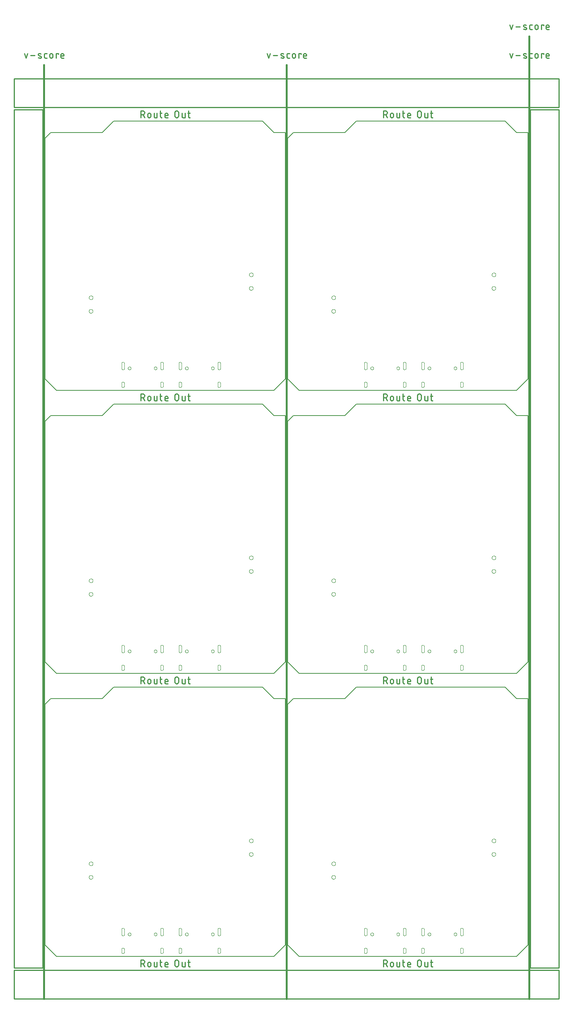
<source format=gko>
G04 EAGLE Gerber RS-274X export*
G75*
%MOMM*%
%FSLAX34Y34*%
%LPD*%
%IN*%
%IPPOS*%
%AMOC8*
5,1,8,0,0,1.08239X$1,22.5*%
G01*
%ADD10C,0.203200*%
%ADD11C,0.279400*%
%ADD12C,0.381000*%
%ADD13C,0.254000*%
%ADD14C,0.000000*%
%ADD15C,0.010000*%


D10*
X0Y558800D02*
X0Y25400D01*
X25400Y0D02*
X508000Y0D01*
X533400Y25400D02*
X533400Y571500D01*
X482600Y596900D02*
X152400Y596900D01*
X12700Y571500D02*
X0Y558800D01*
X12700Y571500D02*
X127000Y571500D01*
X152400Y596900D01*
X482600Y596900D02*
X508000Y571500D01*
X533400Y571500D01*
X533400Y25400D02*
X508000Y0D01*
X25400Y0D02*
X0Y25400D01*
D11*
X212204Y-7747D02*
X212204Y-22733D01*
X212204Y-7747D02*
X216367Y-7747D01*
X216495Y-7749D01*
X216623Y-7755D01*
X216751Y-7765D01*
X216879Y-7779D01*
X217006Y-7796D01*
X217132Y-7818D01*
X217258Y-7843D01*
X217382Y-7873D01*
X217506Y-7906D01*
X217629Y-7943D01*
X217751Y-7984D01*
X217871Y-8028D01*
X217990Y-8076D01*
X218107Y-8128D01*
X218223Y-8183D01*
X218336Y-8242D01*
X218449Y-8305D01*
X218559Y-8371D01*
X218666Y-8440D01*
X218772Y-8512D01*
X218876Y-8588D01*
X218977Y-8667D01*
X219076Y-8749D01*
X219172Y-8834D01*
X219265Y-8921D01*
X219356Y-9012D01*
X219443Y-9105D01*
X219528Y-9201D01*
X219610Y-9300D01*
X219689Y-9401D01*
X219765Y-9505D01*
X219837Y-9611D01*
X219906Y-9718D01*
X219972Y-9829D01*
X220035Y-9941D01*
X220094Y-10054D01*
X220149Y-10170D01*
X220201Y-10287D01*
X220249Y-10406D01*
X220293Y-10526D01*
X220334Y-10648D01*
X220371Y-10771D01*
X220404Y-10895D01*
X220434Y-11019D01*
X220459Y-11145D01*
X220481Y-11271D01*
X220498Y-11398D01*
X220512Y-11526D01*
X220522Y-11654D01*
X220528Y-11782D01*
X220530Y-11910D01*
X220528Y-12038D01*
X220522Y-12166D01*
X220512Y-12294D01*
X220498Y-12422D01*
X220481Y-12549D01*
X220459Y-12675D01*
X220434Y-12801D01*
X220404Y-12925D01*
X220371Y-13049D01*
X220334Y-13172D01*
X220293Y-13294D01*
X220249Y-13414D01*
X220201Y-13533D01*
X220149Y-13650D01*
X220094Y-13766D01*
X220035Y-13879D01*
X219972Y-13992D01*
X219906Y-14102D01*
X219837Y-14209D01*
X219765Y-14315D01*
X219689Y-14419D01*
X219610Y-14520D01*
X219528Y-14619D01*
X219443Y-14715D01*
X219356Y-14808D01*
X219265Y-14899D01*
X219172Y-14986D01*
X219076Y-15071D01*
X218977Y-15153D01*
X218876Y-15232D01*
X218772Y-15308D01*
X218666Y-15380D01*
X218559Y-15449D01*
X218449Y-15515D01*
X218336Y-15578D01*
X218223Y-15637D01*
X218107Y-15692D01*
X217990Y-15744D01*
X217871Y-15792D01*
X217751Y-15836D01*
X217629Y-15877D01*
X217506Y-15914D01*
X217382Y-15947D01*
X217258Y-15977D01*
X217132Y-16002D01*
X217006Y-16024D01*
X216879Y-16041D01*
X216751Y-16055D01*
X216623Y-16065D01*
X216495Y-16071D01*
X216367Y-16073D01*
X212204Y-16073D01*
X217199Y-16073D02*
X220529Y-22733D01*
X227488Y-19403D02*
X227488Y-16073D01*
X227490Y-15959D01*
X227496Y-15846D01*
X227505Y-15732D01*
X227519Y-15620D01*
X227536Y-15507D01*
X227558Y-15395D01*
X227583Y-15285D01*
X227611Y-15175D01*
X227644Y-15066D01*
X227680Y-14958D01*
X227720Y-14851D01*
X227764Y-14746D01*
X227811Y-14643D01*
X227861Y-14541D01*
X227915Y-14441D01*
X227973Y-14343D01*
X228034Y-14247D01*
X228097Y-14153D01*
X228165Y-14061D01*
X228235Y-13971D01*
X228308Y-13885D01*
X228384Y-13800D01*
X228463Y-13718D01*
X228545Y-13639D01*
X228630Y-13563D01*
X228716Y-13490D01*
X228806Y-13420D01*
X228898Y-13352D01*
X228992Y-13289D01*
X229088Y-13228D01*
X229186Y-13170D01*
X229286Y-13116D01*
X229388Y-13066D01*
X229491Y-13019D01*
X229596Y-12975D01*
X229703Y-12935D01*
X229811Y-12899D01*
X229920Y-12866D01*
X230030Y-12838D01*
X230140Y-12813D01*
X230252Y-12791D01*
X230365Y-12774D01*
X230477Y-12760D01*
X230591Y-12751D01*
X230704Y-12745D01*
X230818Y-12743D01*
X230932Y-12745D01*
X231045Y-12751D01*
X231159Y-12760D01*
X231271Y-12774D01*
X231384Y-12791D01*
X231496Y-12813D01*
X231606Y-12838D01*
X231716Y-12866D01*
X231825Y-12899D01*
X231933Y-12935D01*
X232040Y-12975D01*
X232145Y-13019D01*
X232248Y-13066D01*
X232350Y-13116D01*
X232450Y-13170D01*
X232548Y-13228D01*
X232644Y-13289D01*
X232738Y-13352D01*
X232830Y-13420D01*
X232920Y-13490D01*
X233006Y-13563D01*
X233091Y-13639D01*
X233173Y-13718D01*
X233252Y-13800D01*
X233328Y-13885D01*
X233401Y-13971D01*
X233471Y-14061D01*
X233539Y-14153D01*
X233602Y-14247D01*
X233663Y-14343D01*
X233721Y-14441D01*
X233775Y-14541D01*
X233825Y-14643D01*
X233872Y-14746D01*
X233916Y-14851D01*
X233956Y-14958D01*
X233992Y-15066D01*
X234025Y-15175D01*
X234053Y-15285D01*
X234078Y-15395D01*
X234100Y-15507D01*
X234117Y-15620D01*
X234131Y-15732D01*
X234140Y-15846D01*
X234146Y-15959D01*
X234148Y-16073D01*
X234148Y-19403D01*
X234146Y-19517D01*
X234140Y-19630D01*
X234131Y-19744D01*
X234117Y-19856D01*
X234100Y-19969D01*
X234078Y-20081D01*
X234053Y-20191D01*
X234025Y-20301D01*
X233992Y-20410D01*
X233956Y-20518D01*
X233916Y-20625D01*
X233872Y-20730D01*
X233825Y-20833D01*
X233775Y-20935D01*
X233721Y-21035D01*
X233663Y-21133D01*
X233602Y-21229D01*
X233539Y-21323D01*
X233471Y-21415D01*
X233401Y-21505D01*
X233328Y-21591D01*
X233252Y-21676D01*
X233173Y-21758D01*
X233091Y-21837D01*
X233006Y-21913D01*
X232920Y-21986D01*
X232830Y-22056D01*
X232738Y-22124D01*
X232644Y-22187D01*
X232548Y-22248D01*
X232450Y-22306D01*
X232350Y-22360D01*
X232248Y-22410D01*
X232145Y-22457D01*
X232040Y-22501D01*
X231933Y-22541D01*
X231825Y-22577D01*
X231716Y-22610D01*
X231606Y-22638D01*
X231496Y-22663D01*
X231384Y-22685D01*
X231271Y-22702D01*
X231159Y-22716D01*
X231045Y-22725D01*
X230932Y-22731D01*
X230818Y-22733D01*
X230704Y-22731D01*
X230591Y-22725D01*
X230477Y-22716D01*
X230365Y-22702D01*
X230252Y-22685D01*
X230140Y-22663D01*
X230030Y-22638D01*
X229920Y-22610D01*
X229811Y-22577D01*
X229703Y-22541D01*
X229596Y-22501D01*
X229491Y-22457D01*
X229388Y-22410D01*
X229286Y-22360D01*
X229186Y-22306D01*
X229088Y-22248D01*
X228992Y-22187D01*
X228898Y-22124D01*
X228806Y-22056D01*
X228716Y-21986D01*
X228630Y-21913D01*
X228545Y-21837D01*
X228463Y-21758D01*
X228384Y-21676D01*
X228308Y-21591D01*
X228235Y-21505D01*
X228165Y-21415D01*
X228097Y-21323D01*
X228034Y-21229D01*
X227973Y-21133D01*
X227915Y-21035D01*
X227861Y-20935D01*
X227811Y-20833D01*
X227764Y-20730D01*
X227720Y-20625D01*
X227680Y-20518D01*
X227644Y-20410D01*
X227611Y-20301D01*
X227583Y-20191D01*
X227558Y-20081D01*
X227536Y-19969D01*
X227519Y-19856D01*
X227505Y-19744D01*
X227496Y-19630D01*
X227490Y-19517D01*
X227488Y-19403D01*
X241556Y-20235D02*
X241556Y-12742D01*
X241555Y-20235D02*
X241557Y-20333D01*
X241563Y-20431D01*
X241572Y-20529D01*
X241586Y-20626D01*
X241603Y-20722D01*
X241624Y-20818D01*
X241649Y-20913D01*
X241677Y-21007D01*
X241709Y-21100D01*
X241745Y-21191D01*
X241784Y-21281D01*
X241827Y-21369D01*
X241874Y-21456D01*
X241923Y-21540D01*
X241976Y-21623D01*
X242032Y-21703D01*
X242091Y-21782D01*
X242154Y-21857D01*
X242219Y-21931D01*
X242287Y-22001D01*
X242357Y-22069D01*
X242431Y-22135D01*
X242507Y-22197D01*
X242585Y-22256D01*
X242665Y-22312D01*
X242748Y-22365D01*
X242832Y-22415D01*
X242919Y-22461D01*
X243007Y-22504D01*
X243097Y-22543D01*
X243188Y-22579D01*
X243281Y-22611D01*
X243375Y-22639D01*
X243470Y-22664D01*
X243566Y-22685D01*
X243662Y-22702D01*
X243759Y-22716D01*
X243857Y-22725D01*
X243955Y-22731D01*
X244053Y-22733D01*
X248216Y-22733D01*
X248216Y-12742D01*
X254197Y-12742D02*
X259192Y-12742D01*
X255862Y-7747D02*
X255862Y-20235D01*
X255864Y-20333D01*
X255870Y-20431D01*
X255879Y-20529D01*
X255893Y-20626D01*
X255910Y-20722D01*
X255931Y-20818D01*
X255956Y-20913D01*
X255984Y-21007D01*
X256016Y-21100D01*
X256052Y-21191D01*
X256091Y-21281D01*
X256134Y-21369D01*
X256181Y-21456D01*
X256230Y-21540D01*
X256283Y-21623D01*
X256339Y-21703D01*
X256398Y-21782D01*
X256461Y-21857D01*
X256526Y-21931D01*
X256594Y-22001D01*
X256664Y-22069D01*
X256738Y-22135D01*
X256814Y-22197D01*
X256892Y-22256D01*
X256972Y-22312D01*
X257055Y-22365D01*
X257139Y-22415D01*
X257226Y-22461D01*
X257314Y-22504D01*
X257404Y-22543D01*
X257495Y-22579D01*
X257588Y-22611D01*
X257682Y-22639D01*
X257777Y-22664D01*
X257873Y-22685D01*
X257969Y-22702D01*
X258066Y-22716D01*
X258164Y-22725D01*
X258262Y-22731D01*
X258360Y-22733D01*
X259192Y-22733D01*
X268021Y-22733D02*
X272184Y-22733D01*
X268021Y-22733D02*
X267923Y-22731D01*
X267825Y-22725D01*
X267727Y-22716D01*
X267630Y-22702D01*
X267534Y-22685D01*
X267438Y-22664D01*
X267343Y-22639D01*
X267249Y-22611D01*
X267156Y-22579D01*
X267065Y-22543D01*
X266975Y-22504D01*
X266887Y-22461D01*
X266800Y-22414D01*
X266716Y-22365D01*
X266633Y-22312D01*
X266553Y-22256D01*
X266475Y-22197D01*
X266399Y-22135D01*
X266325Y-22069D01*
X266255Y-22001D01*
X266187Y-21931D01*
X266122Y-21857D01*
X266059Y-21782D01*
X266000Y-21703D01*
X265944Y-21623D01*
X265891Y-21540D01*
X265842Y-21456D01*
X265795Y-21369D01*
X265752Y-21281D01*
X265713Y-21191D01*
X265677Y-21100D01*
X265645Y-21007D01*
X265617Y-20913D01*
X265592Y-20818D01*
X265571Y-20722D01*
X265554Y-20626D01*
X265540Y-20529D01*
X265531Y-20431D01*
X265525Y-20333D01*
X265523Y-20235D01*
X265524Y-20235D02*
X265524Y-16073D01*
X265526Y-15959D01*
X265532Y-15846D01*
X265541Y-15732D01*
X265555Y-15620D01*
X265572Y-15507D01*
X265594Y-15395D01*
X265619Y-15285D01*
X265647Y-15175D01*
X265680Y-15066D01*
X265716Y-14958D01*
X265756Y-14851D01*
X265800Y-14746D01*
X265847Y-14643D01*
X265897Y-14541D01*
X265951Y-14441D01*
X266009Y-14343D01*
X266070Y-14247D01*
X266133Y-14153D01*
X266201Y-14061D01*
X266271Y-13971D01*
X266344Y-13885D01*
X266420Y-13800D01*
X266499Y-13718D01*
X266581Y-13639D01*
X266666Y-13563D01*
X266752Y-13490D01*
X266842Y-13420D01*
X266934Y-13352D01*
X267028Y-13289D01*
X267124Y-13228D01*
X267222Y-13170D01*
X267322Y-13116D01*
X267424Y-13066D01*
X267527Y-13019D01*
X267632Y-12975D01*
X267739Y-12935D01*
X267847Y-12899D01*
X267956Y-12866D01*
X268066Y-12838D01*
X268176Y-12813D01*
X268288Y-12791D01*
X268401Y-12774D01*
X268513Y-12760D01*
X268627Y-12751D01*
X268740Y-12745D01*
X268854Y-12743D01*
X268968Y-12745D01*
X269081Y-12751D01*
X269195Y-12760D01*
X269307Y-12774D01*
X269420Y-12791D01*
X269532Y-12813D01*
X269642Y-12838D01*
X269752Y-12866D01*
X269861Y-12899D01*
X269969Y-12935D01*
X270076Y-12975D01*
X270181Y-13019D01*
X270284Y-13066D01*
X270386Y-13116D01*
X270486Y-13170D01*
X270584Y-13228D01*
X270680Y-13289D01*
X270774Y-13352D01*
X270866Y-13420D01*
X270956Y-13490D01*
X271042Y-13563D01*
X271127Y-13639D01*
X271209Y-13718D01*
X271288Y-13800D01*
X271364Y-13885D01*
X271437Y-13971D01*
X271507Y-14061D01*
X271575Y-14153D01*
X271638Y-14247D01*
X271699Y-14343D01*
X271757Y-14441D01*
X271811Y-14541D01*
X271861Y-14643D01*
X271908Y-14746D01*
X271952Y-14851D01*
X271992Y-14958D01*
X272028Y-15066D01*
X272061Y-15175D01*
X272089Y-15285D01*
X272114Y-15395D01*
X272136Y-15507D01*
X272153Y-15620D01*
X272167Y-15732D01*
X272176Y-15846D01*
X272182Y-15959D01*
X272184Y-16073D01*
X272184Y-17738D01*
X265524Y-17738D01*
X287617Y-18570D02*
X287617Y-11910D01*
X287619Y-11782D01*
X287625Y-11654D01*
X287635Y-11526D01*
X287649Y-11398D01*
X287666Y-11271D01*
X287688Y-11145D01*
X287713Y-11019D01*
X287743Y-10895D01*
X287776Y-10771D01*
X287813Y-10648D01*
X287854Y-10526D01*
X287898Y-10406D01*
X287946Y-10287D01*
X287998Y-10170D01*
X288053Y-10054D01*
X288112Y-9941D01*
X288175Y-9828D01*
X288241Y-9718D01*
X288310Y-9611D01*
X288382Y-9505D01*
X288458Y-9401D01*
X288537Y-9300D01*
X288619Y-9201D01*
X288704Y-9105D01*
X288791Y-9012D01*
X288882Y-8921D01*
X288975Y-8834D01*
X289071Y-8749D01*
X289170Y-8667D01*
X289271Y-8588D01*
X289375Y-8512D01*
X289481Y-8440D01*
X289588Y-8371D01*
X289699Y-8305D01*
X289811Y-8242D01*
X289924Y-8183D01*
X290040Y-8128D01*
X290157Y-8076D01*
X290276Y-8028D01*
X290396Y-7984D01*
X290518Y-7943D01*
X290641Y-7906D01*
X290765Y-7873D01*
X290889Y-7843D01*
X291015Y-7818D01*
X291141Y-7796D01*
X291268Y-7779D01*
X291396Y-7765D01*
X291524Y-7755D01*
X291652Y-7749D01*
X291780Y-7747D01*
X291908Y-7749D01*
X292036Y-7755D01*
X292164Y-7765D01*
X292292Y-7779D01*
X292419Y-7796D01*
X292545Y-7818D01*
X292671Y-7843D01*
X292795Y-7873D01*
X292919Y-7906D01*
X293042Y-7943D01*
X293164Y-7984D01*
X293284Y-8028D01*
X293403Y-8076D01*
X293520Y-8128D01*
X293636Y-8183D01*
X293749Y-8242D01*
X293862Y-8305D01*
X293972Y-8371D01*
X294079Y-8440D01*
X294185Y-8512D01*
X294289Y-8588D01*
X294390Y-8667D01*
X294489Y-8749D01*
X294585Y-8834D01*
X294678Y-8921D01*
X294769Y-9012D01*
X294856Y-9105D01*
X294941Y-9201D01*
X295023Y-9300D01*
X295102Y-9401D01*
X295178Y-9505D01*
X295250Y-9611D01*
X295319Y-9718D01*
X295385Y-9829D01*
X295448Y-9941D01*
X295507Y-10054D01*
X295562Y-10170D01*
X295614Y-10287D01*
X295662Y-10406D01*
X295706Y-10526D01*
X295747Y-10648D01*
X295784Y-10771D01*
X295817Y-10895D01*
X295847Y-11019D01*
X295872Y-11145D01*
X295894Y-11271D01*
X295911Y-11398D01*
X295925Y-11526D01*
X295935Y-11654D01*
X295941Y-11782D01*
X295943Y-11910D01*
X295942Y-11910D02*
X295942Y-18570D01*
X295943Y-18570D02*
X295941Y-18698D01*
X295935Y-18826D01*
X295925Y-18954D01*
X295911Y-19082D01*
X295894Y-19209D01*
X295872Y-19335D01*
X295847Y-19461D01*
X295817Y-19585D01*
X295784Y-19709D01*
X295747Y-19832D01*
X295706Y-19954D01*
X295662Y-20074D01*
X295614Y-20193D01*
X295562Y-20310D01*
X295507Y-20426D01*
X295448Y-20539D01*
X295385Y-20652D01*
X295319Y-20762D01*
X295250Y-20869D01*
X295178Y-20975D01*
X295102Y-21079D01*
X295023Y-21180D01*
X294941Y-21279D01*
X294856Y-21375D01*
X294769Y-21468D01*
X294678Y-21559D01*
X294585Y-21646D01*
X294489Y-21731D01*
X294390Y-21813D01*
X294289Y-21892D01*
X294185Y-21968D01*
X294079Y-22040D01*
X293972Y-22109D01*
X293862Y-22175D01*
X293749Y-22238D01*
X293636Y-22297D01*
X293520Y-22352D01*
X293403Y-22404D01*
X293284Y-22452D01*
X293164Y-22496D01*
X293042Y-22537D01*
X292919Y-22574D01*
X292795Y-22607D01*
X292671Y-22637D01*
X292545Y-22662D01*
X292419Y-22684D01*
X292292Y-22701D01*
X292164Y-22715D01*
X292036Y-22725D01*
X291908Y-22731D01*
X291780Y-22733D01*
X291652Y-22731D01*
X291524Y-22725D01*
X291396Y-22715D01*
X291268Y-22701D01*
X291141Y-22684D01*
X291015Y-22662D01*
X290889Y-22637D01*
X290765Y-22607D01*
X290641Y-22574D01*
X290518Y-22537D01*
X290396Y-22496D01*
X290276Y-22452D01*
X290157Y-22404D01*
X290040Y-22352D01*
X289924Y-22297D01*
X289811Y-22238D01*
X289699Y-22175D01*
X289588Y-22109D01*
X289481Y-22040D01*
X289375Y-21968D01*
X289271Y-21892D01*
X289170Y-21813D01*
X289071Y-21731D01*
X288975Y-21646D01*
X288882Y-21559D01*
X288791Y-21468D01*
X288704Y-21375D01*
X288619Y-21279D01*
X288537Y-21180D01*
X288458Y-21079D01*
X288382Y-20975D01*
X288310Y-20869D01*
X288241Y-20762D01*
X288175Y-20651D01*
X288112Y-20539D01*
X288053Y-20426D01*
X287998Y-20310D01*
X287946Y-20193D01*
X287898Y-20074D01*
X287854Y-19954D01*
X287813Y-19832D01*
X287776Y-19709D01*
X287743Y-19585D01*
X287713Y-19461D01*
X287688Y-19335D01*
X287666Y-19209D01*
X287649Y-19082D01*
X287635Y-18954D01*
X287625Y-18826D01*
X287619Y-18698D01*
X287617Y-18570D01*
X303559Y-20235D02*
X303559Y-12742D01*
X303559Y-20235D02*
X303561Y-20333D01*
X303567Y-20431D01*
X303576Y-20529D01*
X303590Y-20626D01*
X303607Y-20722D01*
X303628Y-20818D01*
X303653Y-20913D01*
X303681Y-21007D01*
X303713Y-21100D01*
X303749Y-21191D01*
X303788Y-21281D01*
X303831Y-21369D01*
X303878Y-21456D01*
X303927Y-21540D01*
X303980Y-21623D01*
X304036Y-21703D01*
X304095Y-21782D01*
X304158Y-21857D01*
X304223Y-21931D01*
X304291Y-22001D01*
X304361Y-22069D01*
X304435Y-22135D01*
X304511Y-22197D01*
X304589Y-22256D01*
X304669Y-22312D01*
X304752Y-22365D01*
X304836Y-22415D01*
X304923Y-22461D01*
X305011Y-22504D01*
X305101Y-22543D01*
X305192Y-22579D01*
X305285Y-22611D01*
X305379Y-22639D01*
X305474Y-22664D01*
X305570Y-22685D01*
X305666Y-22702D01*
X305763Y-22716D01*
X305861Y-22725D01*
X305959Y-22731D01*
X306057Y-22733D01*
X310220Y-22733D01*
X310220Y-12742D01*
X316201Y-12742D02*
X321196Y-12742D01*
X317866Y-7747D02*
X317866Y-20235D01*
X317865Y-20235D02*
X317867Y-20333D01*
X317873Y-20431D01*
X317882Y-20529D01*
X317896Y-20626D01*
X317913Y-20722D01*
X317934Y-20818D01*
X317959Y-20913D01*
X317987Y-21007D01*
X318019Y-21100D01*
X318055Y-21191D01*
X318094Y-21281D01*
X318137Y-21369D01*
X318184Y-21456D01*
X318233Y-21540D01*
X318286Y-21623D01*
X318342Y-21703D01*
X318401Y-21782D01*
X318464Y-21857D01*
X318529Y-21931D01*
X318597Y-22001D01*
X318667Y-22069D01*
X318741Y-22135D01*
X318817Y-22197D01*
X318895Y-22256D01*
X318975Y-22312D01*
X319058Y-22365D01*
X319142Y-22415D01*
X319229Y-22461D01*
X319317Y-22504D01*
X319407Y-22543D01*
X319498Y-22579D01*
X319591Y-22611D01*
X319685Y-22639D01*
X319780Y-22664D01*
X319876Y-22685D01*
X319972Y-22702D01*
X320069Y-22716D01*
X320167Y-22725D01*
X320265Y-22731D01*
X320363Y-22733D01*
X320364Y-22733D02*
X321196Y-22733D01*
D10*
X538480Y25400D02*
X538480Y558800D01*
X563880Y0D02*
X1046480Y0D01*
X1071880Y25400D02*
X1071880Y571500D01*
X1021080Y596900D02*
X690880Y596900D01*
X551180Y571500D02*
X538480Y558800D01*
X551180Y571500D02*
X665480Y571500D01*
X690880Y596900D01*
X1021080Y596900D02*
X1046480Y571500D01*
X1071880Y571500D01*
X1071880Y25400D02*
X1046480Y0D01*
X563880Y0D02*
X538480Y25400D01*
D11*
X750684Y-7747D02*
X750684Y-22733D01*
X750684Y-7747D02*
X754847Y-7747D01*
X754975Y-7749D01*
X755103Y-7755D01*
X755231Y-7765D01*
X755359Y-7779D01*
X755486Y-7796D01*
X755612Y-7818D01*
X755738Y-7843D01*
X755862Y-7873D01*
X755986Y-7906D01*
X756109Y-7943D01*
X756231Y-7984D01*
X756351Y-8028D01*
X756470Y-8076D01*
X756587Y-8128D01*
X756703Y-8183D01*
X756816Y-8242D01*
X756929Y-8305D01*
X757039Y-8371D01*
X757146Y-8440D01*
X757252Y-8512D01*
X757356Y-8588D01*
X757457Y-8667D01*
X757556Y-8749D01*
X757652Y-8834D01*
X757745Y-8921D01*
X757836Y-9012D01*
X757923Y-9105D01*
X758008Y-9201D01*
X758090Y-9300D01*
X758169Y-9401D01*
X758245Y-9505D01*
X758317Y-9611D01*
X758386Y-9718D01*
X758452Y-9829D01*
X758515Y-9941D01*
X758574Y-10054D01*
X758629Y-10170D01*
X758681Y-10287D01*
X758729Y-10406D01*
X758773Y-10526D01*
X758814Y-10648D01*
X758851Y-10771D01*
X758884Y-10895D01*
X758914Y-11019D01*
X758939Y-11145D01*
X758961Y-11271D01*
X758978Y-11398D01*
X758992Y-11526D01*
X759002Y-11654D01*
X759008Y-11782D01*
X759010Y-11910D01*
X759008Y-12038D01*
X759002Y-12166D01*
X758992Y-12294D01*
X758978Y-12422D01*
X758961Y-12549D01*
X758939Y-12675D01*
X758914Y-12801D01*
X758884Y-12925D01*
X758851Y-13049D01*
X758814Y-13172D01*
X758773Y-13294D01*
X758729Y-13414D01*
X758681Y-13533D01*
X758629Y-13650D01*
X758574Y-13766D01*
X758515Y-13879D01*
X758452Y-13992D01*
X758386Y-14102D01*
X758317Y-14209D01*
X758245Y-14315D01*
X758169Y-14419D01*
X758090Y-14520D01*
X758008Y-14619D01*
X757923Y-14715D01*
X757836Y-14808D01*
X757745Y-14899D01*
X757652Y-14986D01*
X757556Y-15071D01*
X757457Y-15153D01*
X757356Y-15232D01*
X757252Y-15308D01*
X757146Y-15380D01*
X757039Y-15449D01*
X756929Y-15515D01*
X756816Y-15578D01*
X756703Y-15637D01*
X756587Y-15692D01*
X756470Y-15744D01*
X756351Y-15792D01*
X756231Y-15836D01*
X756109Y-15877D01*
X755986Y-15914D01*
X755862Y-15947D01*
X755738Y-15977D01*
X755612Y-16002D01*
X755486Y-16024D01*
X755359Y-16041D01*
X755231Y-16055D01*
X755103Y-16065D01*
X754975Y-16071D01*
X754847Y-16073D01*
X750684Y-16073D01*
X755679Y-16073D02*
X759009Y-22733D01*
X765968Y-19403D02*
X765968Y-16073D01*
X765970Y-15959D01*
X765976Y-15846D01*
X765985Y-15732D01*
X765999Y-15620D01*
X766016Y-15507D01*
X766038Y-15395D01*
X766063Y-15285D01*
X766091Y-15175D01*
X766124Y-15066D01*
X766160Y-14958D01*
X766200Y-14851D01*
X766244Y-14746D01*
X766291Y-14643D01*
X766341Y-14541D01*
X766395Y-14441D01*
X766453Y-14343D01*
X766514Y-14247D01*
X766577Y-14153D01*
X766645Y-14061D01*
X766715Y-13971D01*
X766788Y-13885D01*
X766864Y-13800D01*
X766943Y-13718D01*
X767025Y-13639D01*
X767110Y-13563D01*
X767196Y-13490D01*
X767286Y-13420D01*
X767378Y-13352D01*
X767472Y-13289D01*
X767568Y-13228D01*
X767666Y-13170D01*
X767766Y-13116D01*
X767868Y-13066D01*
X767971Y-13019D01*
X768076Y-12975D01*
X768183Y-12935D01*
X768291Y-12899D01*
X768400Y-12866D01*
X768510Y-12838D01*
X768620Y-12813D01*
X768732Y-12791D01*
X768845Y-12774D01*
X768957Y-12760D01*
X769071Y-12751D01*
X769184Y-12745D01*
X769298Y-12743D01*
X769412Y-12745D01*
X769525Y-12751D01*
X769639Y-12760D01*
X769751Y-12774D01*
X769864Y-12791D01*
X769976Y-12813D01*
X770086Y-12838D01*
X770196Y-12866D01*
X770305Y-12899D01*
X770413Y-12935D01*
X770520Y-12975D01*
X770625Y-13019D01*
X770728Y-13066D01*
X770830Y-13116D01*
X770930Y-13170D01*
X771028Y-13228D01*
X771124Y-13289D01*
X771218Y-13352D01*
X771310Y-13420D01*
X771400Y-13490D01*
X771486Y-13563D01*
X771571Y-13639D01*
X771653Y-13718D01*
X771732Y-13800D01*
X771808Y-13885D01*
X771881Y-13971D01*
X771951Y-14061D01*
X772019Y-14153D01*
X772082Y-14247D01*
X772143Y-14343D01*
X772201Y-14441D01*
X772255Y-14541D01*
X772305Y-14643D01*
X772352Y-14746D01*
X772396Y-14851D01*
X772436Y-14958D01*
X772472Y-15066D01*
X772505Y-15175D01*
X772533Y-15285D01*
X772558Y-15395D01*
X772580Y-15507D01*
X772597Y-15620D01*
X772611Y-15732D01*
X772620Y-15846D01*
X772626Y-15959D01*
X772628Y-16073D01*
X772628Y-19403D01*
X772626Y-19517D01*
X772620Y-19630D01*
X772611Y-19744D01*
X772597Y-19856D01*
X772580Y-19969D01*
X772558Y-20081D01*
X772533Y-20191D01*
X772505Y-20301D01*
X772472Y-20410D01*
X772436Y-20518D01*
X772396Y-20625D01*
X772352Y-20730D01*
X772305Y-20833D01*
X772255Y-20935D01*
X772201Y-21035D01*
X772143Y-21133D01*
X772082Y-21229D01*
X772019Y-21323D01*
X771951Y-21415D01*
X771881Y-21505D01*
X771808Y-21591D01*
X771732Y-21676D01*
X771653Y-21758D01*
X771571Y-21837D01*
X771486Y-21913D01*
X771400Y-21986D01*
X771310Y-22056D01*
X771218Y-22124D01*
X771124Y-22187D01*
X771028Y-22248D01*
X770930Y-22306D01*
X770830Y-22360D01*
X770728Y-22410D01*
X770625Y-22457D01*
X770520Y-22501D01*
X770413Y-22541D01*
X770305Y-22577D01*
X770196Y-22610D01*
X770086Y-22638D01*
X769976Y-22663D01*
X769864Y-22685D01*
X769751Y-22702D01*
X769639Y-22716D01*
X769525Y-22725D01*
X769412Y-22731D01*
X769298Y-22733D01*
X769184Y-22731D01*
X769071Y-22725D01*
X768957Y-22716D01*
X768845Y-22702D01*
X768732Y-22685D01*
X768620Y-22663D01*
X768510Y-22638D01*
X768400Y-22610D01*
X768291Y-22577D01*
X768183Y-22541D01*
X768076Y-22501D01*
X767971Y-22457D01*
X767868Y-22410D01*
X767766Y-22360D01*
X767666Y-22306D01*
X767568Y-22248D01*
X767472Y-22187D01*
X767378Y-22124D01*
X767286Y-22056D01*
X767196Y-21986D01*
X767110Y-21913D01*
X767025Y-21837D01*
X766943Y-21758D01*
X766864Y-21676D01*
X766788Y-21591D01*
X766715Y-21505D01*
X766645Y-21415D01*
X766577Y-21323D01*
X766514Y-21229D01*
X766453Y-21133D01*
X766395Y-21035D01*
X766341Y-20935D01*
X766291Y-20833D01*
X766244Y-20730D01*
X766200Y-20625D01*
X766160Y-20518D01*
X766124Y-20410D01*
X766091Y-20301D01*
X766063Y-20191D01*
X766038Y-20081D01*
X766016Y-19969D01*
X765999Y-19856D01*
X765985Y-19744D01*
X765976Y-19630D01*
X765970Y-19517D01*
X765968Y-19403D01*
X780036Y-20235D02*
X780036Y-12742D01*
X780035Y-20235D02*
X780037Y-20333D01*
X780043Y-20431D01*
X780052Y-20529D01*
X780066Y-20626D01*
X780083Y-20722D01*
X780104Y-20818D01*
X780129Y-20913D01*
X780157Y-21007D01*
X780189Y-21100D01*
X780225Y-21191D01*
X780264Y-21281D01*
X780307Y-21369D01*
X780354Y-21456D01*
X780403Y-21540D01*
X780456Y-21623D01*
X780512Y-21703D01*
X780571Y-21782D01*
X780634Y-21857D01*
X780699Y-21931D01*
X780767Y-22001D01*
X780837Y-22069D01*
X780911Y-22135D01*
X780987Y-22197D01*
X781065Y-22256D01*
X781145Y-22312D01*
X781228Y-22365D01*
X781312Y-22415D01*
X781399Y-22461D01*
X781487Y-22504D01*
X781577Y-22543D01*
X781668Y-22579D01*
X781761Y-22611D01*
X781855Y-22639D01*
X781950Y-22664D01*
X782046Y-22685D01*
X782142Y-22702D01*
X782239Y-22716D01*
X782337Y-22725D01*
X782435Y-22731D01*
X782533Y-22733D01*
X786696Y-22733D01*
X786696Y-12742D01*
X792677Y-12742D02*
X797672Y-12742D01*
X794342Y-7747D02*
X794342Y-20235D01*
X794344Y-20333D01*
X794350Y-20431D01*
X794359Y-20529D01*
X794373Y-20626D01*
X794390Y-20722D01*
X794411Y-20818D01*
X794436Y-20913D01*
X794464Y-21007D01*
X794496Y-21100D01*
X794532Y-21191D01*
X794571Y-21281D01*
X794614Y-21369D01*
X794661Y-21456D01*
X794710Y-21540D01*
X794763Y-21623D01*
X794819Y-21703D01*
X794878Y-21782D01*
X794941Y-21857D01*
X795006Y-21931D01*
X795074Y-22001D01*
X795144Y-22069D01*
X795218Y-22135D01*
X795294Y-22197D01*
X795372Y-22256D01*
X795452Y-22312D01*
X795535Y-22365D01*
X795619Y-22415D01*
X795706Y-22461D01*
X795794Y-22504D01*
X795884Y-22543D01*
X795975Y-22579D01*
X796068Y-22611D01*
X796162Y-22639D01*
X796257Y-22664D01*
X796353Y-22685D01*
X796449Y-22702D01*
X796546Y-22716D01*
X796644Y-22725D01*
X796742Y-22731D01*
X796840Y-22733D01*
X797672Y-22733D01*
X806501Y-22733D02*
X810664Y-22733D01*
X806501Y-22733D02*
X806403Y-22731D01*
X806305Y-22725D01*
X806207Y-22716D01*
X806110Y-22702D01*
X806014Y-22685D01*
X805918Y-22664D01*
X805823Y-22639D01*
X805729Y-22611D01*
X805636Y-22579D01*
X805545Y-22543D01*
X805455Y-22504D01*
X805367Y-22461D01*
X805280Y-22414D01*
X805196Y-22365D01*
X805113Y-22312D01*
X805033Y-22256D01*
X804955Y-22197D01*
X804879Y-22135D01*
X804805Y-22069D01*
X804735Y-22001D01*
X804667Y-21931D01*
X804602Y-21857D01*
X804539Y-21782D01*
X804480Y-21703D01*
X804424Y-21623D01*
X804371Y-21540D01*
X804322Y-21456D01*
X804275Y-21369D01*
X804232Y-21281D01*
X804193Y-21191D01*
X804157Y-21100D01*
X804125Y-21007D01*
X804097Y-20913D01*
X804072Y-20818D01*
X804051Y-20722D01*
X804034Y-20626D01*
X804020Y-20529D01*
X804011Y-20431D01*
X804005Y-20333D01*
X804003Y-20235D01*
X804004Y-20235D02*
X804004Y-16073D01*
X804006Y-15959D01*
X804012Y-15846D01*
X804021Y-15732D01*
X804035Y-15620D01*
X804052Y-15507D01*
X804074Y-15395D01*
X804099Y-15285D01*
X804127Y-15175D01*
X804160Y-15066D01*
X804196Y-14958D01*
X804236Y-14851D01*
X804280Y-14746D01*
X804327Y-14643D01*
X804377Y-14541D01*
X804431Y-14441D01*
X804489Y-14343D01*
X804550Y-14247D01*
X804613Y-14153D01*
X804681Y-14061D01*
X804751Y-13971D01*
X804824Y-13885D01*
X804900Y-13800D01*
X804979Y-13718D01*
X805061Y-13639D01*
X805146Y-13563D01*
X805232Y-13490D01*
X805322Y-13420D01*
X805414Y-13352D01*
X805508Y-13289D01*
X805604Y-13228D01*
X805702Y-13170D01*
X805802Y-13116D01*
X805904Y-13066D01*
X806007Y-13019D01*
X806112Y-12975D01*
X806219Y-12935D01*
X806327Y-12899D01*
X806436Y-12866D01*
X806546Y-12838D01*
X806656Y-12813D01*
X806768Y-12791D01*
X806881Y-12774D01*
X806993Y-12760D01*
X807107Y-12751D01*
X807220Y-12745D01*
X807334Y-12743D01*
X807448Y-12745D01*
X807561Y-12751D01*
X807675Y-12760D01*
X807787Y-12774D01*
X807900Y-12791D01*
X808012Y-12813D01*
X808122Y-12838D01*
X808232Y-12866D01*
X808341Y-12899D01*
X808449Y-12935D01*
X808556Y-12975D01*
X808661Y-13019D01*
X808764Y-13066D01*
X808866Y-13116D01*
X808966Y-13170D01*
X809064Y-13228D01*
X809160Y-13289D01*
X809254Y-13352D01*
X809346Y-13420D01*
X809436Y-13490D01*
X809522Y-13563D01*
X809607Y-13639D01*
X809689Y-13718D01*
X809768Y-13800D01*
X809844Y-13885D01*
X809917Y-13971D01*
X809987Y-14061D01*
X810055Y-14153D01*
X810118Y-14247D01*
X810179Y-14343D01*
X810237Y-14441D01*
X810291Y-14541D01*
X810341Y-14643D01*
X810388Y-14746D01*
X810432Y-14851D01*
X810472Y-14958D01*
X810508Y-15066D01*
X810541Y-15175D01*
X810569Y-15285D01*
X810594Y-15395D01*
X810616Y-15507D01*
X810633Y-15620D01*
X810647Y-15732D01*
X810656Y-15846D01*
X810662Y-15959D01*
X810664Y-16073D01*
X810664Y-17738D01*
X804004Y-17738D01*
X826097Y-18570D02*
X826097Y-11910D01*
X826099Y-11782D01*
X826105Y-11654D01*
X826115Y-11526D01*
X826129Y-11398D01*
X826146Y-11271D01*
X826168Y-11145D01*
X826193Y-11019D01*
X826223Y-10895D01*
X826256Y-10771D01*
X826293Y-10648D01*
X826334Y-10526D01*
X826378Y-10406D01*
X826426Y-10287D01*
X826478Y-10170D01*
X826533Y-10054D01*
X826592Y-9941D01*
X826655Y-9828D01*
X826721Y-9718D01*
X826790Y-9611D01*
X826862Y-9505D01*
X826938Y-9401D01*
X827017Y-9300D01*
X827099Y-9201D01*
X827184Y-9105D01*
X827271Y-9012D01*
X827362Y-8921D01*
X827455Y-8834D01*
X827551Y-8749D01*
X827650Y-8667D01*
X827751Y-8588D01*
X827855Y-8512D01*
X827961Y-8440D01*
X828068Y-8371D01*
X828179Y-8305D01*
X828291Y-8242D01*
X828404Y-8183D01*
X828520Y-8128D01*
X828637Y-8076D01*
X828756Y-8028D01*
X828876Y-7984D01*
X828998Y-7943D01*
X829121Y-7906D01*
X829245Y-7873D01*
X829369Y-7843D01*
X829495Y-7818D01*
X829621Y-7796D01*
X829748Y-7779D01*
X829876Y-7765D01*
X830004Y-7755D01*
X830132Y-7749D01*
X830260Y-7747D01*
X830388Y-7749D01*
X830516Y-7755D01*
X830644Y-7765D01*
X830772Y-7779D01*
X830899Y-7796D01*
X831025Y-7818D01*
X831151Y-7843D01*
X831275Y-7873D01*
X831399Y-7906D01*
X831522Y-7943D01*
X831644Y-7984D01*
X831764Y-8028D01*
X831883Y-8076D01*
X832000Y-8128D01*
X832116Y-8183D01*
X832229Y-8242D01*
X832342Y-8305D01*
X832452Y-8371D01*
X832559Y-8440D01*
X832665Y-8512D01*
X832769Y-8588D01*
X832870Y-8667D01*
X832969Y-8749D01*
X833065Y-8834D01*
X833158Y-8921D01*
X833249Y-9012D01*
X833336Y-9105D01*
X833421Y-9201D01*
X833503Y-9300D01*
X833582Y-9401D01*
X833658Y-9505D01*
X833730Y-9611D01*
X833799Y-9718D01*
X833865Y-9829D01*
X833928Y-9941D01*
X833987Y-10054D01*
X834042Y-10170D01*
X834094Y-10287D01*
X834142Y-10406D01*
X834186Y-10526D01*
X834227Y-10648D01*
X834264Y-10771D01*
X834297Y-10895D01*
X834327Y-11019D01*
X834352Y-11145D01*
X834374Y-11271D01*
X834391Y-11398D01*
X834405Y-11526D01*
X834415Y-11654D01*
X834421Y-11782D01*
X834423Y-11910D01*
X834422Y-11910D02*
X834422Y-18570D01*
X834423Y-18570D02*
X834421Y-18698D01*
X834415Y-18826D01*
X834405Y-18954D01*
X834391Y-19082D01*
X834374Y-19209D01*
X834352Y-19335D01*
X834327Y-19461D01*
X834297Y-19585D01*
X834264Y-19709D01*
X834227Y-19832D01*
X834186Y-19954D01*
X834142Y-20074D01*
X834094Y-20193D01*
X834042Y-20310D01*
X833987Y-20426D01*
X833928Y-20539D01*
X833865Y-20652D01*
X833799Y-20762D01*
X833730Y-20869D01*
X833658Y-20975D01*
X833582Y-21079D01*
X833503Y-21180D01*
X833421Y-21279D01*
X833336Y-21375D01*
X833249Y-21468D01*
X833158Y-21559D01*
X833065Y-21646D01*
X832969Y-21731D01*
X832870Y-21813D01*
X832769Y-21892D01*
X832665Y-21968D01*
X832559Y-22040D01*
X832452Y-22109D01*
X832342Y-22175D01*
X832229Y-22238D01*
X832116Y-22297D01*
X832000Y-22352D01*
X831883Y-22404D01*
X831764Y-22452D01*
X831644Y-22496D01*
X831522Y-22537D01*
X831399Y-22574D01*
X831275Y-22607D01*
X831151Y-22637D01*
X831025Y-22662D01*
X830899Y-22684D01*
X830772Y-22701D01*
X830644Y-22715D01*
X830516Y-22725D01*
X830388Y-22731D01*
X830260Y-22733D01*
X830132Y-22731D01*
X830004Y-22725D01*
X829876Y-22715D01*
X829748Y-22701D01*
X829621Y-22684D01*
X829495Y-22662D01*
X829369Y-22637D01*
X829245Y-22607D01*
X829121Y-22574D01*
X828998Y-22537D01*
X828876Y-22496D01*
X828756Y-22452D01*
X828637Y-22404D01*
X828520Y-22352D01*
X828404Y-22297D01*
X828291Y-22238D01*
X828179Y-22175D01*
X828068Y-22109D01*
X827961Y-22040D01*
X827855Y-21968D01*
X827751Y-21892D01*
X827650Y-21813D01*
X827551Y-21731D01*
X827455Y-21646D01*
X827362Y-21559D01*
X827271Y-21468D01*
X827184Y-21375D01*
X827099Y-21279D01*
X827017Y-21180D01*
X826938Y-21079D01*
X826862Y-20975D01*
X826790Y-20869D01*
X826721Y-20762D01*
X826655Y-20651D01*
X826592Y-20539D01*
X826533Y-20426D01*
X826478Y-20310D01*
X826426Y-20193D01*
X826378Y-20074D01*
X826334Y-19954D01*
X826293Y-19832D01*
X826256Y-19709D01*
X826223Y-19585D01*
X826193Y-19461D01*
X826168Y-19335D01*
X826146Y-19209D01*
X826129Y-19082D01*
X826115Y-18954D01*
X826105Y-18826D01*
X826099Y-18698D01*
X826097Y-18570D01*
X842039Y-20235D02*
X842039Y-12742D01*
X842039Y-20235D02*
X842041Y-20333D01*
X842047Y-20431D01*
X842056Y-20529D01*
X842070Y-20626D01*
X842087Y-20722D01*
X842108Y-20818D01*
X842133Y-20913D01*
X842161Y-21007D01*
X842193Y-21100D01*
X842229Y-21191D01*
X842268Y-21281D01*
X842311Y-21369D01*
X842358Y-21456D01*
X842407Y-21540D01*
X842460Y-21623D01*
X842516Y-21703D01*
X842575Y-21782D01*
X842638Y-21857D01*
X842703Y-21931D01*
X842771Y-22001D01*
X842841Y-22069D01*
X842915Y-22135D01*
X842991Y-22197D01*
X843069Y-22256D01*
X843149Y-22312D01*
X843232Y-22365D01*
X843316Y-22415D01*
X843403Y-22461D01*
X843491Y-22504D01*
X843581Y-22543D01*
X843672Y-22579D01*
X843765Y-22611D01*
X843859Y-22639D01*
X843954Y-22664D01*
X844050Y-22685D01*
X844146Y-22702D01*
X844243Y-22716D01*
X844341Y-22725D01*
X844439Y-22731D01*
X844537Y-22733D01*
X848700Y-22733D01*
X848700Y-12742D01*
X854681Y-12742D02*
X859676Y-12742D01*
X856346Y-7747D02*
X856346Y-20235D01*
X856345Y-20235D02*
X856347Y-20333D01*
X856353Y-20431D01*
X856362Y-20529D01*
X856376Y-20626D01*
X856393Y-20722D01*
X856414Y-20818D01*
X856439Y-20913D01*
X856467Y-21007D01*
X856499Y-21100D01*
X856535Y-21191D01*
X856574Y-21281D01*
X856617Y-21369D01*
X856664Y-21456D01*
X856713Y-21540D01*
X856766Y-21623D01*
X856822Y-21703D01*
X856881Y-21782D01*
X856944Y-21857D01*
X857009Y-21931D01*
X857077Y-22001D01*
X857147Y-22069D01*
X857221Y-22135D01*
X857297Y-22197D01*
X857375Y-22256D01*
X857455Y-22312D01*
X857538Y-22365D01*
X857622Y-22415D01*
X857709Y-22461D01*
X857797Y-22504D01*
X857887Y-22543D01*
X857978Y-22579D01*
X858071Y-22611D01*
X858165Y-22639D01*
X858260Y-22664D01*
X858356Y-22685D01*
X858452Y-22702D01*
X858549Y-22716D01*
X858647Y-22725D01*
X858745Y-22731D01*
X858843Y-22733D01*
X858844Y-22733D02*
X859676Y-22733D01*
D10*
X0Y652780D02*
X0Y1186180D01*
X25400Y627380D02*
X508000Y627380D01*
X533400Y652780D02*
X533400Y1198880D01*
X482600Y1224280D02*
X152400Y1224280D01*
X12700Y1198880D02*
X0Y1186180D01*
X12700Y1198880D02*
X127000Y1198880D01*
X152400Y1224280D01*
X482600Y1224280D02*
X508000Y1198880D01*
X533400Y1198880D01*
X533400Y652780D02*
X508000Y627380D01*
X25400Y627380D02*
X0Y652780D01*
D11*
X212204Y619633D02*
X212204Y604647D01*
X212204Y619633D02*
X216367Y619633D01*
X216495Y619631D01*
X216623Y619625D01*
X216751Y619615D01*
X216879Y619601D01*
X217006Y619584D01*
X217132Y619562D01*
X217258Y619537D01*
X217382Y619507D01*
X217506Y619474D01*
X217629Y619437D01*
X217751Y619396D01*
X217871Y619352D01*
X217990Y619304D01*
X218107Y619252D01*
X218223Y619197D01*
X218336Y619138D01*
X218449Y619075D01*
X218559Y619009D01*
X218666Y618940D01*
X218772Y618868D01*
X218876Y618792D01*
X218977Y618713D01*
X219076Y618631D01*
X219172Y618546D01*
X219265Y618459D01*
X219356Y618368D01*
X219443Y618275D01*
X219528Y618179D01*
X219610Y618080D01*
X219689Y617979D01*
X219765Y617875D01*
X219837Y617769D01*
X219906Y617662D01*
X219972Y617552D01*
X220035Y617439D01*
X220094Y617326D01*
X220149Y617210D01*
X220201Y617093D01*
X220249Y616974D01*
X220293Y616854D01*
X220334Y616732D01*
X220371Y616609D01*
X220404Y616485D01*
X220434Y616361D01*
X220459Y616235D01*
X220481Y616109D01*
X220498Y615982D01*
X220512Y615854D01*
X220522Y615726D01*
X220528Y615598D01*
X220530Y615470D01*
X220528Y615342D01*
X220522Y615214D01*
X220512Y615086D01*
X220498Y614958D01*
X220481Y614831D01*
X220459Y614705D01*
X220434Y614579D01*
X220404Y614455D01*
X220371Y614331D01*
X220334Y614208D01*
X220293Y614086D01*
X220249Y613966D01*
X220201Y613847D01*
X220149Y613730D01*
X220094Y613614D01*
X220035Y613501D01*
X219972Y613389D01*
X219906Y613278D01*
X219837Y613171D01*
X219765Y613065D01*
X219689Y612961D01*
X219610Y612860D01*
X219528Y612761D01*
X219443Y612665D01*
X219356Y612572D01*
X219265Y612481D01*
X219172Y612394D01*
X219076Y612309D01*
X218977Y612227D01*
X218876Y612148D01*
X218772Y612072D01*
X218666Y612000D01*
X218559Y611931D01*
X218449Y611865D01*
X218336Y611802D01*
X218223Y611743D01*
X218107Y611688D01*
X217990Y611636D01*
X217871Y611588D01*
X217751Y611544D01*
X217629Y611503D01*
X217506Y611466D01*
X217382Y611433D01*
X217258Y611403D01*
X217132Y611378D01*
X217006Y611356D01*
X216879Y611339D01*
X216751Y611325D01*
X216623Y611315D01*
X216495Y611309D01*
X216367Y611307D01*
X212204Y611307D01*
X217199Y611307D02*
X220529Y604647D01*
X227488Y607977D02*
X227488Y611307D01*
X227490Y611421D01*
X227496Y611534D01*
X227505Y611648D01*
X227519Y611760D01*
X227536Y611873D01*
X227558Y611985D01*
X227583Y612095D01*
X227611Y612205D01*
X227644Y612314D01*
X227680Y612422D01*
X227720Y612529D01*
X227764Y612634D01*
X227811Y612737D01*
X227861Y612839D01*
X227915Y612939D01*
X227973Y613037D01*
X228034Y613133D01*
X228097Y613227D01*
X228165Y613319D01*
X228235Y613409D01*
X228308Y613495D01*
X228384Y613580D01*
X228463Y613662D01*
X228545Y613741D01*
X228630Y613817D01*
X228716Y613890D01*
X228806Y613960D01*
X228898Y614028D01*
X228992Y614091D01*
X229088Y614152D01*
X229186Y614210D01*
X229286Y614264D01*
X229388Y614314D01*
X229491Y614361D01*
X229596Y614405D01*
X229703Y614445D01*
X229811Y614481D01*
X229920Y614514D01*
X230030Y614542D01*
X230140Y614567D01*
X230252Y614589D01*
X230365Y614606D01*
X230477Y614620D01*
X230591Y614629D01*
X230704Y614635D01*
X230818Y614637D01*
X230932Y614635D01*
X231045Y614629D01*
X231159Y614620D01*
X231271Y614606D01*
X231384Y614589D01*
X231496Y614567D01*
X231606Y614542D01*
X231716Y614514D01*
X231825Y614481D01*
X231933Y614445D01*
X232040Y614405D01*
X232145Y614361D01*
X232248Y614314D01*
X232350Y614264D01*
X232450Y614210D01*
X232548Y614152D01*
X232644Y614091D01*
X232738Y614028D01*
X232830Y613960D01*
X232920Y613890D01*
X233006Y613817D01*
X233091Y613741D01*
X233173Y613662D01*
X233252Y613580D01*
X233328Y613495D01*
X233401Y613409D01*
X233471Y613319D01*
X233539Y613227D01*
X233602Y613133D01*
X233663Y613037D01*
X233721Y612939D01*
X233775Y612839D01*
X233825Y612737D01*
X233872Y612634D01*
X233916Y612529D01*
X233956Y612422D01*
X233992Y612314D01*
X234025Y612205D01*
X234053Y612095D01*
X234078Y611985D01*
X234100Y611873D01*
X234117Y611760D01*
X234131Y611648D01*
X234140Y611534D01*
X234146Y611421D01*
X234148Y611307D01*
X234148Y607977D01*
X234146Y607863D01*
X234140Y607750D01*
X234131Y607636D01*
X234117Y607524D01*
X234100Y607411D01*
X234078Y607299D01*
X234053Y607189D01*
X234025Y607079D01*
X233992Y606970D01*
X233956Y606862D01*
X233916Y606755D01*
X233872Y606650D01*
X233825Y606547D01*
X233775Y606445D01*
X233721Y606345D01*
X233663Y606247D01*
X233602Y606151D01*
X233539Y606057D01*
X233471Y605965D01*
X233401Y605875D01*
X233328Y605789D01*
X233252Y605704D01*
X233173Y605622D01*
X233091Y605543D01*
X233006Y605467D01*
X232920Y605394D01*
X232830Y605324D01*
X232738Y605256D01*
X232644Y605193D01*
X232548Y605132D01*
X232450Y605074D01*
X232350Y605020D01*
X232248Y604970D01*
X232145Y604923D01*
X232040Y604879D01*
X231933Y604839D01*
X231825Y604803D01*
X231716Y604770D01*
X231606Y604742D01*
X231496Y604717D01*
X231384Y604695D01*
X231271Y604678D01*
X231159Y604664D01*
X231045Y604655D01*
X230932Y604649D01*
X230818Y604647D01*
X230704Y604649D01*
X230591Y604655D01*
X230477Y604664D01*
X230365Y604678D01*
X230252Y604695D01*
X230140Y604717D01*
X230030Y604742D01*
X229920Y604770D01*
X229811Y604803D01*
X229703Y604839D01*
X229596Y604879D01*
X229491Y604923D01*
X229388Y604970D01*
X229286Y605020D01*
X229186Y605074D01*
X229088Y605132D01*
X228992Y605193D01*
X228898Y605256D01*
X228806Y605324D01*
X228716Y605394D01*
X228630Y605467D01*
X228545Y605543D01*
X228463Y605622D01*
X228384Y605704D01*
X228308Y605789D01*
X228235Y605875D01*
X228165Y605965D01*
X228097Y606057D01*
X228034Y606151D01*
X227973Y606247D01*
X227915Y606345D01*
X227861Y606445D01*
X227811Y606547D01*
X227764Y606650D01*
X227720Y606755D01*
X227680Y606862D01*
X227644Y606970D01*
X227611Y607079D01*
X227583Y607189D01*
X227558Y607299D01*
X227536Y607411D01*
X227519Y607524D01*
X227505Y607636D01*
X227496Y607750D01*
X227490Y607863D01*
X227488Y607977D01*
X241556Y607145D02*
X241556Y614638D01*
X241555Y607145D02*
X241557Y607047D01*
X241563Y606949D01*
X241572Y606851D01*
X241586Y606754D01*
X241603Y606658D01*
X241624Y606562D01*
X241649Y606467D01*
X241677Y606373D01*
X241709Y606280D01*
X241745Y606189D01*
X241784Y606099D01*
X241827Y606011D01*
X241874Y605924D01*
X241923Y605840D01*
X241976Y605757D01*
X242032Y605677D01*
X242091Y605599D01*
X242154Y605523D01*
X242219Y605449D01*
X242287Y605379D01*
X242357Y605311D01*
X242431Y605246D01*
X242507Y605183D01*
X242585Y605124D01*
X242665Y605068D01*
X242748Y605015D01*
X242832Y604966D01*
X242919Y604919D01*
X243007Y604876D01*
X243097Y604837D01*
X243188Y604801D01*
X243281Y604769D01*
X243375Y604741D01*
X243470Y604716D01*
X243566Y604695D01*
X243662Y604678D01*
X243759Y604664D01*
X243857Y604655D01*
X243955Y604649D01*
X244053Y604647D01*
X248216Y604647D01*
X248216Y614638D01*
X254197Y614638D02*
X259192Y614638D01*
X255862Y619633D02*
X255862Y607145D01*
X255864Y607047D01*
X255870Y606949D01*
X255879Y606851D01*
X255893Y606754D01*
X255910Y606658D01*
X255931Y606562D01*
X255956Y606467D01*
X255984Y606373D01*
X256016Y606280D01*
X256052Y606189D01*
X256091Y606099D01*
X256134Y606011D01*
X256181Y605924D01*
X256230Y605840D01*
X256283Y605757D01*
X256339Y605677D01*
X256398Y605599D01*
X256461Y605523D01*
X256526Y605449D01*
X256594Y605379D01*
X256664Y605311D01*
X256738Y605246D01*
X256814Y605183D01*
X256892Y605124D01*
X256972Y605068D01*
X257055Y605015D01*
X257139Y604966D01*
X257226Y604919D01*
X257314Y604876D01*
X257404Y604837D01*
X257495Y604801D01*
X257588Y604769D01*
X257682Y604741D01*
X257777Y604716D01*
X257873Y604695D01*
X257969Y604678D01*
X258066Y604664D01*
X258164Y604655D01*
X258262Y604649D01*
X258360Y604647D01*
X259192Y604647D01*
X268021Y604647D02*
X272184Y604647D01*
X268021Y604647D02*
X267923Y604649D01*
X267825Y604655D01*
X267727Y604664D01*
X267630Y604678D01*
X267534Y604695D01*
X267438Y604716D01*
X267343Y604741D01*
X267249Y604769D01*
X267156Y604801D01*
X267065Y604837D01*
X266975Y604876D01*
X266887Y604919D01*
X266800Y604966D01*
X266716Y605015D01*
X266633Y605068D01*
X266553Y605124D01*
X266475Y605183D01*
X266399Y605246D01*
X266325Y605311D01*
X266255Y605379D01*
X266187Y605449D01*
X266122Y605523D01*
X266059Y605599D01*
X266000Y605677D01*
X265944Y605757D01*
X265891Y605840D01*
X265842Y605924D01*
X265795Y606011D01*
X265752Y606099D01*
X265713Y606189D01*
X265677Y606280D01*
X265645Y606373D01*
X265617Y606467D01*
X265592Y606562D01*
X265571Y606658D01*
X265554Y606754D01*
X265540Y606851D01*
X265531Y606949D01*
X265525Y607047D01*
X265523Y607145D01*
X265524Y607145D02*
X265524Y611307D01*
X265526Y611421D01*
X265532Y611534D01*
X265541Y611648D01*
X265555Y611760D01*
X265572Y611873D01*
X265594Y611985D01*
X265619Y612095D01*
X265647Y612205D01*
X265680Y612314D01*
X265716Y612422D01*
X265756Y612529D01*
X265800Y612634D01*
X265847Y612737D01*
X265897Y612839D01*
X265951Y612939D01*
X266009Y613037D01*
X266070Y613133D01*
X266133Y613227D01*
X266201Y613319D01*
X266271Y613409D01*
X266344Y613495D01*
X266420Y613580D01*
X266499Y613662D01*
X266581Y613741D01*
X266666Y613817D01*
X266752Y613890D01*
X266842Y613960D01*
X266934Y614028D01*
X267028Y614091D01*
X267124Y614152D01*
X267222Y614210D01*
X267322Y614264D01*
X267424Y614314D01*
X267527Y614361D01*
X267632Y614405D01*
X267739Y614445D01*
X267847Y614481D01*
X267956Y614514D01*
X268066Y614542D01*
X268176Y614567D01*
X268288Y614589D01*
X268401Y614606D01*
X268513Y614620D01*
X268627Y614629D01*
X268740Y614635D01*
X268854Y614637D01*
X268968Y614635D01*
X269081Y614629D01*
X269195Y614620D01*
X269307Y614606D01*
X269420Y614589D01*
X269532Y614567D01*
X269642Y614542D01*
X269752Y614514D01*
X269861Y614481D01*
X269969Y614445D01*
X270076Y614405D01*
X270181Y614361D01*
X270284Y614314D01*
X270386Y614264D01*
X270486Y614210D01*
X270584Y614152D01*
X270680Y614091D01*
X270774Y614028D01*
X270866Y613960D01*
X270956Y613890D01*
X271042Y613817D01*
X271127Y613741D01*
X271209Y613662D01*
X271288Y613580D01*
X271364Y613495D01*
X271437Y613409D01*
X271507Y613319D01*
X271575Y613227D01*
X271638Y613133D01*
X271699Y613037D01*
X271757Y612939D01*
X271811Y612839D01*
X271861Y612737D01*
X271908Y612634D01*
X271952Y612529D01*
X271992Y612422D01*
X272028Y612314D01*
X272061Y612205D01*
X272089Y612095D01*
X272114Y611985D01*
X272136Y611873D01*
X272153Y611760D01*
X272167Y611648D01*
X272176Y611534D01*
X272182Y611421D01*
X272184Y611307D01*
X272184Y609642D01*
X265524Y609642D01*
X287617Y608810D02*
X287617Y615470D01*
X287619Y615598D01*
X287625Y615726D01*
X287635Y615854D01*
X287649Y615982D01*
X287666Y616109D01*
X287688Y616235D01*
X287713Y616361D01*
X287743Y616485D01*
X287776Y616609D01*
X287813Y616732D01*
X287854Y616854D01*
X287898Y616974D01*
X287946Y617093D01*
X287998Y617210D01*
X288053Y617326D01*
X288112Y617439D01*
X288175Y617552D01*
X288241Y617662D01*
X288310Y617769D01*
X288382Y617875D01*
X288458Y617979D01*
X288537Y618080D01*
X288619Y618179D01*
X288704Y618275D01*
X288791Y618368D01*
X288882Y618459D01*
X288975Y618546D01*
X289071Y618631D01*
X289170Y618713D01*
X289271Y618792D01*
X289375Y618868D01*
X289481Y618940D01*
X289588Y619009D01*
X289699Y619075D01*
X289811Y619138D01*
X289924Y619197D01*
X290040Y619252D01*
X290157Y619304D01*
X290276Y619352D01*
X290396Y619396D01*
X290518Y619437D01*
X290641Y619474D01*
X290765Y619507D01*
X290889Y619537D01*
X291015Y619562D01*
X291141Y619584D01*
X291268Y619601D01*
X291396Y619615D01*
X291524Y619625D01*
X291652Y619631D01*
X291780Y619633D01*
X291908Y619631D01*
X292036Y619625D01*
X292164Y619615D01*
X292292Y619601D01*
X292419Y619584D01*
X292545Y619562D01*
X292671Y619537D01*
X292795Y619507D01*
X292919Y619474D01*
X293042Y619437D01*
X293164Y619396D01*
X293284Y619352D01*
X293403Y619304D01*
X293520Y619252D01*
X293636Y619197D01*
X293749Y619138D01*
X293862Y619075D01*
X293972Y619009D01*
X294079Y618940D01*
X294185Y618868D01*
X294289Y618792D01*
X294390Y618713D01*
X294489Y618631D01*
X294585Y618546D01*
X294678Y618459D01*
X294769Y618368D01*
X294856Y618275D01*
X294941Y618179D01*
X295023Y618080D01*
X295102Y617979D01*
X295178Y617875D01*
X295250Y617769D01*
X295319Y617662D01*
X295385Y617552D01*
X295448Y617439D01*
X295507Y617326D01*
X295562Y617210D01*
X295614Y617093D01*
X295662Y616974D01*
X295706Y616854D01*
X295747Y616732D01*
X295784Y616609D01*
X295817Y616485D01*
X295847Y616361D01*
X295872Y616235D01*
X295894Y616109D01*
X295911Y615982D01*
X295925Y615854D01*
X295935Y615726D01*
X295941Y615598D01*
X295943Y615470D01*
X295942Y615470D02*
X295942Y608810D01*
X295943Y608810D02*
X295941Y608682D01*
X295935Y608554D01*
X295925Y608426D01*
X295911Y608298D01*
X295894Y608171D01*
X295872Y608045D01*
X295847Y607919D01*
X295817Y607795D01*
X295784Y607671D01*
X295747Y607548D01*
X295706Y607426D01*
X295662Y607306D01*
X295614Y607187D01*
X295562Y607070D01*
X295507Y606954D01*
X295448Y606841D01*
X295385Y606729D01*
X295319Y606618D01*
X295250Y606511D01*
X295178Y606405D01*
X295102Y606301D01*
X295023Y606200D01*
X294941Y606101D01*
X294856Y606005D01*
X294769Y605912D01*
X294678Y605821D01*
X294585Y605734D01*
X294489Y605649D01*
X294390Y605567D01*
X294289Y605488D01*
X294185Y605412D01*
X294079Y605340D01*
X293972Y605271D01*
X293862Y605205D01*
X293749Y605142D01*
X293636Y605083D01*
X293520Y605028D01*
X293403Y604976D01*
X293284Y604928D01*
X293164Y604884D01*
X293042Y604843D01*
X292919Y604806D01*
X292795Y604773D01*
X292671Y604743D01*
X292545Y604718D01*
X292419Y604696D01*
X292292Y604679D01*
X292164Y604665D01*
X292036Y604655D01*
X291908Y604649D01*
X291780Y604647D01*
X291652Y604649D01*
X291524Y604655D01*
X291396Y604665D01*
X291268Y604679D01*
X291141Y604696D01*
X291015Y604718D01*
X290889Y604743D01*
X290765Y604773D01*
X290641Y604806D01*
X290518Y604843D01*
X290396Y604884D01*
X290276Y604928D01*
X290157Y604976D01*
X290040Y605028D01*
X289924Y605083D01*
X289811Y605142D01*
X289699Y605205D01*
X289588Y605271D01*
X289481Y605340D01*
X289375Y605412D01*
X289271Y605488D01*
X289170Y605567D01*
X289071Y605649D01*
X288975Y605734D01*
X288882Y605821D01*
X288791Y605912D01*
X288704Y606005D01*
X288619Y606101D01*
X288537Y606200D01*
X288458Y606301D01*
X288382Y606405D01*
X288310Y606511D01*
X288241Y606618D01*
X288175Y606729D01*
X288112Y606841D01*
X288053Y606954D01*
X287998Y607070D01*
X287946Y607187D01*
X287898Y607306D01*
X287854Y607426D01*
X287813Y607548D01*
X287776Y607671D01*
X287743Y607795D01*
X287713Y607919D01*
X287688Y608045D01*
X287666Y608171D01*
X287649Y608298D01*
X287635Y608426D01*
X287625Y608554D01*
X287619Y608682D01*
X287617Y608810D01*
X303559Y607145D02*
X303559Y614638D01*
X303559Y607145D02*
X303561Y607047D01*
X303567Y606949D01*
X303576Y606851D01*
X303590Y606754D01*
X303607Y606658D01*
X303628Y606562D01*
X303653Y606467D01*
X303681Y606373D01*
X303713Y606280D01*
X303749Y606189D01*
X303788Y606099D01*
X303831Y606011D01*
X303878Y605924D01*
X303927Y605840D01*
X303980Y605757D01*
X304036Y605677D01*
X304095Y605599D01*
X304158Y605523D01*
X304223Y605449D01*
X304291Y605379D01*
X304361Y605311D01*
X304435Y605246D01*
X304511Y605183D01*
X304589Y605124D01*
X304669Y605068D01*
X304752Y605015D01*
X304836Y604966D01*
X304923Y604919D01*
X305011Y604876D01*
X305101Y604837D01*
X305192Y604801D01*
X305285Y604769D01*
X305379Y604741D01*
X305474Y604716D01*
X305570Y604695D01*
X305666Y604678D01*
X305763Y604664D01*
X305861Y604655D01*
X305959Y604649D01*
X306057Y604647D01*
X310220Y604647D01*
X310220Y614638D01*
X316201Y614638D02*
X321196Y614638D01*
X317866Y619633D02*
X317866Y607145D01*
X317868Y607047D01*
X317874Y606949D01*
X317883Y606851D01*
X317897Y606754D01*
X317914Y606658D01*
X317935Y606562D01*
X317960Y606467D01*
X317988Y606373D01*
X318020Y606280D01*
X318056Y606189D01*
X318095Y606099D01*
X318138Y606011D01*
X318185Y605924D01*
X318234Y605840D01*
X318287Y605757D01*
X318343Y605677D01*
X318402Y605599D01*
X318465Y605523D01*
X318530Y605449D01*
X318598Y605379D01*
X318668Y605311D01*
X318742Y605246D01*
X318818Y605183D01*
X318896Y605124D01*
X318976Y605068D01*
X319059Y605015D01*
X319143Y604966D01*
X319230Y604919D01*
X319318Y604876D01*
X319408Y604837D01*
X319499Y604801D01*
X319592Y604769D01*
X319686Y604741D01*
X319781Y604716D01*
X319877Y604695D01*
X319973Y604678D01*
X320070Y604664D01*
X320168Y604655D01*
X320266Y604649D01*
X320364Y604647D01*
X321196Y604647D01*
D10*
X538480Y652780D02*
X538480Y1186180D01*
X563880Y627380D02*
X1046480Y627380D01*
X1071880Y652780D02*
X1071880Y1198880D01*
X1021080Y1224280D02*
X690880Y1224280D01*
X551180Y1198880D02*
X538480Y1186180D01*
X551180Y1198880D02*
X665480Y1198880D01*
X690880Y1224280D01*
X1021080Y1224280D02*
X1046480Y1198880D01*
X1071880Y1198880D01*
X1071880Y652780D02*
X1046480Y627380D01*
X563880Y627380D02*
X538480Y652780D01*
D11*
X750684Y619633D02*
X750684Y604647D01*
X750684Y619633D02*
X754847Y619633D01*
X754975Y619631D01*
X755103Y619625D01*
X755231Y619615D01*
X755359Y619601D01*
X755486Y619584D01*
X755612Y619562D01*
X755738Y619537D01*
X755862Y619507D01*
X755986Y619474D01*
X756109Y619437D01*
X756231Y619396D01*
X756351Y619352D01*
X756470Y619304D01*
X756587Y619252D01*
X756703Y619197D01*
X756816Y619138D01*
X756929Y619075D01*
X757039Y619009D01*
X757146Y618940D01*
X757252Y618868D01*
X757356Y618792D01*
X757457Y618713D01*
X757556Y618631D01*
X757652Y618546D01*
X757745Y618459D01*
X757836Y618368D01*
X757923Y618275D01*
X758008Y618179D01*
X758090Y618080D01*
X758169Y617979D01*
X758245Y617875D01*
X758317Y617769D01*
X758386Y617662D01*
X758452Y617552D01*
X758515Y617439D01*
X758574Y617326D01*
X758629Y617210D01*
X758681Y617093D01*
X758729Y616974D01*
X758773Y616854D01*
X758814Y616732D01*
X758851Y616609D01*
X758884Y616485D01*
X758914Y616361D01*
X758939Y616235D01*
X758961Y616109D01*
X758978Y615982D01*
X758992Y615854D01*
X759002Y615726D01*
X759008Y615598D01*
X759010Y615470D01*
X759008Y615342D01*
X759002Y615214D01*
X758992Y615086D01*
X758978Y614958D01*
X758961Y614831D01*
X758939Y614705D01*
X758914Y614579D01*
X758884Y614455D01*
X758851Y614331D01*
X758814Y614208D01*
X758773Y614086D01*
X758729Y613966D01*
X758681Y613847D01*
X758629Y613730D01*
X758574Y613614D01*
X758515Y613501D01*
X758452Y613389D01*
X758386Y613278D01*
X758317Y613171D01*
X758245Y613065D01*
X758169Y612961D01*
X758090Y612860D01*
X758008Y612761D01*
X757923Y612665D01*
X757836Y612572D01*
X757745Y612481D01*
X757652Y612394D01*
X757556Y612309D01*
X757457Y612227D01*
X757356Y612148D01*
X757252Y612072D01*
X757146Y612000D01*
X757039Y611931D01*
X756929Y611865D01*
X756816Y611802D01*
X756703Y611743D01*
X756587Y611688D01*
X756470Y611636D01*
X756351Y611588D01*
X756231Y611544D01*
X756109Y611503D01*
X755986Y611466D01*
X755862Y611433D01*
X755738Y611403D01*
X755612Y611378D01*
X755486Y611356D01*
X755359Y611339D01*
X755231Y611325D01*
X755103Y611315D01*
X754975Y611309D01*
X754847Y611307D01*
X750684Y611307D01*
X755679Y611307D02*
X759009Y604647D01*
X765968Y607977D02*
X765968Y611307D01*
X765970Y611421D01*
X765976Y611534D01*
X765985Y611648D01*
X765999Y611760D01*
X766016Y611873D01*
X766038Y611985D01*
X766063Y612095D01*
X766091Y612205D01*
X766124Y612314D01*
X766160Y612422D01*
X766200Y612529D01*
X766244Y612634D01*
X766291Y612737D01*
X766341Y612839D01*
X766395Y612939D01*
X766453Y613037D01*
X766514Y613133D01*
X766577Y613227D01*
X766645Y613319D01*
X766715Y613409D01*
X766788Y613495D01*
X766864Y613580D01*
X766943Y613662D01*
X767025Y613741D01*
X767110Y613817D01*
X767196Y613890D01*
X767286Y613960D01*
X767378Y614028D01*
X767472Y614091D01*
X767568Y614152D01*
X767666Y614210D01*
X767766Y614264D01*
X767868Y614314D01*
X767971Y614361D01*
X768076Y614405D01*
X768183Y614445D01*
X768291Y614481D01*
X768400Y614514D01*
X768510Y614542D01*
X768620Y614567D01*
X768732Y614589D01*
X768845Y614606D01*
X768957Y614620D01*
X769071Y614629D01*
X769184Y614635D01*
X769298Y614637D01*
X769412Y614635D01*
X769525Y614629D01*
X769639Y614620D01*
X769751Y614606D01*
X769864Y614589D01*
X769976Y614567D01*
X770086Y614542D01*
X770196Y614514D01*
X770305Y614481D01*
X770413Y614445D01*
X770520Y614405D01*
X770625Y614361D01*
X770728Y614314D01*
X770830Y614264D01*
X770930Y614210D01*
X771028Y614152D01*
X771124Y614091D01*
X771218Y614028D01*
X771310Y613960D01*
X771400Y613890D01*
X771486Y613817D01*
X771571Y613741D01*
X771653Y613662D01*
X771732Y613580D01*
X771808Y613495D01*
X771881Y613409D01*
X771951Y613319D01*
X772019Y613227D01*
X772082Y613133D01*
X772143Y613037D01*
X772201Y612939D01*
X772255Y612839D01*
X772305Y612737D01*
X772352Y612634D01*
X772396Y612529D01*
X772436Y612422D01*
X772472Y612314D01*
X772505Y612205D01*
X772533Y612095D01*
X772558Y611985D01*
X772580Y611873D01*
X772597Y611760D01*
X772611Y611648D01*
X772620Y611534D01*
X772626Y611421D01*
X772628Y611307D01*
X772628Y607977D01*
X772626Y607863D01*
X772620Y607750D01*
X772611Y607636D01*
X772597Y607524D01*
X772580Y607411D01*
X772558Y607299D01*
X772533Y607189D01*
X772505Y607079D01*
X772472Y606970D01*
X772436Y606862D01*
X772396Y606755D01*
X772352Y606650D01*
X772305Y606547D01*
X772255Y606445D01*
X772201Y606345D01*
X772143Y606247D01*
X772082Y606151D01*
X772019Y606057D01*
X771951Y605965D01*
X771881Y605875D01*
X771808Y605789D01*
X771732Y605704D01*
X771653Y605622D01*
X771571Y605543D01*
X771486Y605467D01*
X771400Y605394D01*
X771310Y605324D01*
X771218Y605256D01*
X771124Y605193D01*
X771028Y605132D01*
X770930Y605074D01*
X770830Y605020D01*
X770728Y604970D01*
X770625Y604923D01*
X770520Y604879D01*
X770413Y604839D01*
X770305Y604803D01*
X770196Y604770D01*
X770086Y604742D01*
X769976Y604717D01*
X769864Y604695D01*
X769751Y604678D01*
X769639Y604664D01*
X769525Y604655D01*
X769412Y604649D01*
X769298Y604647D01*
X769184Y604649D01*
X769071Y604655D01*
X768957Y604664D01*
X768845Y604678D01*
X768732Y604695D01*
X768620Y604717D01*
X768510Y604742D01*
X768400Y604770D01*
X768291Y604803D01*
X768183Y604839D01*
X768076Y604879D01*
X767971Y604923D01*
X767868Y604970D01*
X767766Y605020D01*
X767666Y605074D01*
X767568Y605132D01*
X767472Y605193D01*
X767378Y605256D01*
X767286Y605324D01*
X767196Y605394D01*
X767110Y605467D01*
X767025Y605543D01*
X766943Y605622D01*
X766864Y605704D01*
X766788Y605789D01*
X766715Y605875D01*
X766645Y605965D01*
X766577Y606057D01*
X766514Y606151D01*
X766453Y606247D01*
X766395Y606345D01*
X766341Y606445D01*
X766291Y606547D01*
X766244Y606650D01*
X766200Y606755D01*
X766160Y606862D01*
X766124Y606970D01*
X766091Y607079D01*
X766063Y607189D01*
X766038Y607299D01*
X766016Y607411D01*
X765999Y607524D01*
X765985Y607636D01*
X765976Y607750D01*
X765970Y607863D01*
X765968Y607977D01*
X780036Y607145D02*
X780036Y614638D01*
X780035Y607145D02*
X780037Y607047D01*
X780043Y606949D01*
X780052Y606851D01*
X780066Y606754D01*
X780083Y606658D01*
X780104Y606562D01*
X780129Y606467D01*
X780157Y606373D01*
X780189Y606280D01*
X780225Y606189D01*
X780264Y606099D01*
X780307Y606011D01*
X780354Y605924D01*
X780403Y605840D01*
X780456Y605757D01*
X780512Y605677D01*
X780571Y605599D01*
X780634Y605523D01*
X780699Y605449D01*
X780767Y605379D01*
X780837Y605311D01*
X780911Y605246D01*
X780987Y605183D01*
X781065Y605124D01*
X781145Y605068D01*
X781228Y605015D01*
X781312Y604966D01*
X781399Y604919D01*
X781487Y604876D01*
X781577Y604837D01*
X781668Y604801D01*
X781761Y604769D01*
X781855Y604741D01*
X781950Y604716D01*
X782046Y604695D01*
X782142Y604678D01*
X782239Y604664D01*
X782337Y604655D01*
X782435Y604649D01*
X782533Y604647D01*
X786696Y604647D01*
X786696Y614638D01*
X792677Y614638D02*
X797672Y614638D01*
X794342Y619633D02*
X794342Y607145D01*
X794344Y607047D01*
X794350Y606949D01*
X794359Y606851D01*
X794373Y606754D01*
X794390Y606658D01*
X794411Y606562D01*
X794436Y606467D01*
X794464Y606373D01*
X794496Y606280D01*
X794532Y606189D01*
X794571Y606099D01*
X794614Y606011D01*
X794661Y605924D01*
X794710Y605840D01*
X794763Y605757D01*
X794819Y605677D01*
X794878Y605599D01*
X794941Y605523D01*
X795006Y605449D01*
X795074Y605379D01*
X795144Y605311D01*
X795218Y605246D01*
X795294Y605183D01*
X795372Y605124D01*
X795452Y605068D01*
X795535Y605015D01*
X795619Y604966D01*
X795706Y604919D01*
X795794Y604876D01*
X795884Y604837D01*
X795975Y604801D01*
X796068Y604769D01*
X796162Y604741D01*
X796257Y604716D01*
X796353Y604695D01*
X796449Y604678D01*
X796546Y604664D01*
X796644Y604655D01*
X796742Y604649D01*
X796840Y604647D01*
X797672Y604647D01*
X806501Y604647D02*
X810664Y604647D01*
X806501Y604647D02*
X806403Y604649D01*
X806305Y604655D01*
X806207Y604664D01*
X806110Y604678D01*
X806014Y604695D01*
X805918Y604716D01*
X805823Y604741D01*
X805729Y604769D01*
X805636Y604801D01*
X805545Y604837D01*
X805455Y604876D01*
X805367Y604919D01*
X805280Y604966D01*
X805196Y605015D01*
X805113Y605068D01*
X805033Y605124D01*
X804955Y605183D01*
X804879Y605246D01*
X804805Y605311D01*
X804735Y605379D01*
X804667Y605449D01*
X804602Y605523D01*
X804539Y605599D01*
X804480Y605677D01*
X804424Y605757D01*
X804371Y605840D01*
X804322Y605924D01*
X804275Y606011D01*
X804232Y606099D01*
X804193Y606189D01*
X804157Y606280D01*
X804125Y606373D01*
X804097Y606467D01*
X804072Y606562D01*
X804051Y606658D01*
X804034Y606754D01*
X804020Y606851D01*
X804011Y606949D01*
X804005Y607047D01*
X804003Y607145D01*
X804004Y607145D02*
X804004Y611307D01*
X804006Y611421D01*
X804012Y611534D01*
X804021Y611648D01*
X804035Y611760D01*
X804052Y611873D01*
X804074Y611985D01*
X804099Y612095D01*
X804127Y612205D01*
X804160Y612314D01*
X804196Y612422D01*
X804236Y612529D01*
X804280Y612634D01*
X804327Y612737D01*
X804377Y612839D01*
X804431Y612939D01*
X804489Y613037D01*
X804550Y613133D01*
X804613Y613227D01*
X804681Y613319D01*
X804751Y613409D01*
X804824Y613495D01*
X804900Y613580D01*
X804979Y613662D01*
X805061Y613741D01*
X805146Y613817D01*
X805232Y613890D01*
X805322Y613960D01*
X805414Y614028D01*
X805508Y614091D01*
X805604Y614152D01*
X805702Y614210D01*
X805802Y614264D01*
X805904Y614314D01*
X806007Y614361D01*
X806112Y614405D01*
X806219Y614445D01*
X806327Y614481D01*
X806436Y614514D01*
X806546Y614542D01*
X806656Y614567D01*
X806768Y614589D01*
X806881Y614606D01*
X806993Y614620D01*
X807107Y614629D01*
X807220Y614635D01*
X807334Y614637D01*
X807448Y614635D01*
X807561Y614629D01*
X807675Y614620D01*
X807787Y614606D01*
X807900Y614589D01*
X808012Y614567D01*
X808122Y614542D01*
X808232Y614514D01*
X808341Y614481D01*
X808449Y614445D01*
X808556Y614405D01*
X808661Y614361D01*
X808764Y614314D01*
X808866Y614264D01*
X808966Y614210D01*
X809064Y614152D01*
X809160Y614091D01*
X809254Y614028D01*
X809346Y613960D01*
X809436Y613890D01*
X809522Y613817D01*
X809607Y613741D01*
X809689Y613662D01*
X809768Y613580D01*
X809844Y613495D01*
X809917Y613409D01*
X809987Y613319D01*
X810055Y613227D01*
X810118Y613133D01*
X810179Y613037D01*
X810237Y612939D01*
X810291Y612839D01*
X810341Y612737D01*
X810388Y612634D01*
X810432Y612529D01*
X810472Y612422D01*
X810508Y612314D01*
X810541Y612205D01*
X810569Y612095D01*
X810594Y611985D01*
X810616Y611873D01*
X810633Y611760D01*
X810647Y611648D01*
X810656Y611534D01*
X810662Y611421D01*
X810664Y611307D01*
X810664Y609642D01*
X804004Y609642D01*
X826097Y608810D02*
X826097Y615470D01*
X826099Y615598D01*
X826105Y615726D01*
X826115Y615854D01*
X826129Y615982D01*
X826146Y616109D01*
X826168Y616235D01*
X826193Y616361D01*
X826223Y616485D01*
X826256Y616609D01*
X826293Y616732D01*
X826334Y616854D01*
X826378Y616974D01*
X826426Y617093D01*
X826478Y617210D01*
X826533Y617326D01*
X826592Y617439D01*
X826655Y617552D01*
X826721Y617662D01*
X826790Y617769D01*
X826862Y617875D01*
X826938Y617979D01*
X827017Y618080D01*
X827099Y618179D01*
X827184Y618275D01*
X827271Y618368D01*
X827362Y618459D01*
X827455Y618546D01*
X827551Y618631D01*
X827650Y618713D01*
X827751Y618792D01*
X827855Y618868D01*
X827961Y618940D01*
X828068Y619009D01*
X828179Y619075D01*
X828291Y619138D01*
X828404Y619197D01*
X828520Y619252D01*
X828637Y619304D01*
X828756Y619352D01*
X828876Y619396D01*
X828998Y619437D01*
X829121Y619474D01*
X829245Y619507D01*
X829369Y619537D01*
X829495Y619562D01*
X829621Y619584D01*
X829748Y619601D01*
X829876Y619615D01*
X830004Y619625D01*
X830132Y619631D01*
X830260Y619633D01*
X830388Y619631D01*
X830516Y619625D01*
X830644Y619615D01*
X830772Y619601D01*
X830899Y619584D01*
X831025Y619562D01*
X831151Y619537D01*
X831275Y619507D01*
X831399Y619474D01*
X831522Y619437D01*
X831644Y619396D01*
X831764Y619352D01*
X831883Y619304D01*
X832000Y619252D01*
X832116Y619197D01*
X832229Y619138D01*
X832342Y619075D01*
X832452Y619009D01*
X832559Y618940D01*
X832665Y618868D01*
X832769Y618792D01*
X832870Y618713D01*
X832969Y618631D01*
X833065Y618546D01*
X833158Y618459D01*
X833249Y618368D01*
X833336Y618275D01*
X833421Y618179D01*
X833503Y618080D01*
X833582Y617979D01*
X833658Y617875D01*
X833730Y617769D01*
X833799Y617662D01*
X833865Y617552D01*
X833928Y617439D01*
X833987Y617326D01*
X834042Y617210D01*
X834094Y617093D01*
X834142Y616974D01*
X834186Y616854D01*
X834227Y616732D01*
X834264Y616609D01*
X834297Y616485D01*
X834327Y616361D01*
X834352Y616235D01*
X834374Y616109D01*
X834391Y615982D01*
X834405Y615854D01*
X834415Y615726D01*
X834421Y615598D01*
X834423Y615470D01*
X834422Y615470D02*
X834422Y608810D01*
X834423Y608810D02*
X834421Y608682D01*
X834415Y608554D01*
X834405Y608426D01*
X834391Y608298D01*
X834374Y608171D01*
X834352Y608045D01*
X834327Y607919D01*
X834297Y607795D01*
X834264Y607671D01*
X834227Y607548D01*
X834186Y607426D01*
X834142Y607306D01*
X834094Y607187D01*
X834042Y607070D01*
X833987Y606954D01*
X833928Y606841D01*
X833865Y606729D01*
X833799Y606618D01*
X833730Y606511D01*
X833658Y606405D01*
X833582Y606301D01*
X833503Y606200D01*
X833421Y606101D01*
X833336Y606005D01*
X833249Y605912D01*
X833158Y605821D01*
X833065Y605734D01*
X832969Y605649D01*
X832870Y605567D01*
X832769Y605488D01*
X832665Y605412D01*
X832559Y605340D01*
X832452Y605271D01*
X832342Y605205D01*
X832229Y605142D01*
X832116Y605083D01*
X832000Y605028D01*
X831883Y604976D01*
X831764Y604928D01*
X831644Y604884D01*
X831522Y604843D01*
X831399Y604806D01*
X831275Y604773D01*
X831151Y604743D01*
X831025Y604718D01*
X830899Y604696D01*
X830772Y604679D01*
X830644Y604665D01*
X830516Y604655D01*
X830388Y604649D01*
X830260Y604647D01*
X830132Y604649D01*
X830004Y604655D01*
X829876Y604665D01*
X829748Y604679D01*
X829621Y604696D01*
X829495Y604718D01*
X829369Y604743D01*
X829245Y604773D01*
X829121Y604806D01*
X828998Y604843D01*
X828876Y604884D01*
X828756Y604928D01*
X828637Y604976D01*
X828520Y605028D01*
X828404Y605083D01*
X828291Y605142D01*
X828179Y605205D01*
X828068Y605271D01*
X827961Y605340D01*
X827855Y605412D01*
X827751Y605488D01*
X827650Y605567D01*
X827551Y605649D01*
X827455Y605734D01*
X827362Y605821D01*
X827271Y605912D01*
X827184Y606005D01*
X827099Y606101D01*
X827017Y606200D01*
X826938Y606301D01*
X826862Y606405D01*
X826790Y606511D01*
X826721Y606618D01*
X826655Y606729D01*
X826592Y606841D01*
X826533Y606954D01*
X826478Y607070D01*
X826426Y607187D01*
X826378Y607306D01*
X826334Y607426D01*
X826293Y607548D01*
X826256Y607671D01*
X826223Y607795D01*
X826193Y607919D01*
X826168Y608045D01*
X826146Y608171D01*
X826129Y608298D01*
X826115Y608426D01*
X826105Y608554D01*
X826099Y608682D01*
X826097Y608810D01*
X842039Y607145D02*
X842039Y614638D01*
X842039Y607145D02*
X842041Y607047D01*
X842047Y606949D01*
X842056Y606851D01*
X842070Y606754D01*
X842087Y606658D01*
X842108Y606562D01*
X842133Y606467D01*
X842161Y606373D01*
X842193Y606280D01*
X842229Y606189D01*
X842268Y606099D01*
X842311Y606011D01*
X842358Y605924D01*
X842407Y605840D01*
X842460Y605757D01*
X842516Y605677D01*
X842575Y605599D01*
X842638Y605523D01*
X842703Y605449D01*
X842771Y605379D01*
X842841Y605311D01*
X842915Y605246D01*
X842991Y605183D01*
X843069Y605124D01*
X843149Y605068D01*
X843232Y605015D01*
X843316Y604966D01*
X843403Y604919D01*
X843491Y604876D01*
X843581Y604837D01*
X843672Y604801D01*
X843765Y604769D01*
X843859Y604741D01*
X843954Y604716D01*
X844050Y604695D01*
X844146Y604678D01*
X844243Y604664D01*
X844341Y604655D01*
X844439Y604649D01*
X844537Y604647D01*
X848700Y604647D01*
X848700Y614638D01*
X854681Y614638D02*
X859676Y614638D01*
X856346Y619633D02*
X856346Y607145D01*
X856348Y607047D01*
X856354Y606949D01*
X856363Y606851D01*
X856377Y606754D01*
X856394Y606658D01*
X856415Y606562D01*
X856440Y606467D01*
X856468Y606373D01*
X856500Y606280D01*
X856536Y606189D01*
X856575Y606099D01*
X856618Y606011D01*
X856665Y605924D01*
X856714Y605840D01*
X856767Y605757D01*
X856823Y605677D01*
X856882Y605599D01*
X856945Y605523D01*
X857010Y605449D01*
X857078Y605379D01*
X857148Y605311D01*
X857222Y605246D01*
X857298Y605183D01*
X857376Y605124D01*
X857456Y605068D01*
X857539Y605015D01*
X857623Y604966D01*
X857710Y604919D01*
X857798Y604876D01*
X857888Y604837D01*
X857979Y604801D01*
X858072Y604769D01*
X858166Y604741D01*
X858261Y604716D01*
X858357Y604695D01*
X858453Y604678D01*
X858550Y604664D01*
X858648Y604655D01*
X858746Y604649D01*
X858844Y604647D01*
X859676Y604647D01*
D10*
X0Y1280160D02*
X0Y1813560D01*
X25400Y1254760D02*
X508000Y1254760D01*
X533400Y1280160D02*
X533400Y1826260D01*
X482600Y1851660D02*
X152400Y1851660D01*
X12700Y1826260D02*
X0Y1813560D01*
X12700Y1826260D02*
X127000Y1826260D01*
X152400Y1851660D01*
X482600Y1851660D02*
X508000Y1826260D01*
X533400Y1826260D01*
X533400Y1280160D02*
X508000Y1254760D01*
X25400Y1254760D02*
X0Y1280160D01*
D11*
X212204Y1247013D02*
X212204Y1232027D01*
X212204Y1247013D02*
X216367Y1247013D01*
X216495Y1247011D01*
X216623Y1247005D01*
X216751Y1246995D01*
X216879Y1246981D01*
X217006Y1246964D01*
X217132Y1246942D01*
X217258Y1246917D01*
X217382Y1246887D01*
X217506Y1246854D01*
X217629Y1246817D01*
X217751Y1246776D01*
X217871Y1246732D01*
X217990Y1246684D01*
X218107Y1246632D01*
X218223Y1246577D01*
X218336Y1246518D01*
X218449Y1246455D01*
X218559Y1246389D01*
X218666Y1246320D01*
X218772Y1246248D01*
X218876Y1246172D01*
X218977Y1246093D01*
X219076Y1246011D01*
X219172Y1245926D01*
X219265Y1245839D01*
X219356Y1245748D01*
X219443Y1245655D01*
X219528Y1245559D01*
X219610Y1245460D01*
X219689Y1245359D01*
X219765Y1245255D01*
X219837Y1245149D01*
X219906Y1245042D01*
X219972Y1244932D01*
X220035Y1244819D01*
X220094Y1244706D01*
X220149Y1244590D01*
X220201Y1244473D01*
X220249Y1244354D01*
X220293Y1244234D01*
X220334Y1244112D01*
X220371Y1243989D01*
X220404Y1243865D01*
X220434Y1243741D01*
X220459Y1243615D01*
X220481Y1243489D01*
X220498Y1243362D01*
X220512Y1243234D01*
X220522Y1243106D01*
X220528Y1242978D01*
X220530Y1242850D01*
X220528Y1242722D01*
X220522Y1242594D01*
X220512Y1242466D01*
X220498Y1242338D01*
X220481Y1242211D01*
X220459Y1242085D01*
X220434Y1241959D01*
X220404Y1241835D01*
X220371Y1241711D01*
X220334Y1241588D01*
X220293Y1241466D01*
X220249Y1241346D01*
X220201Y1241227D01*
X220149Y1241110D01*
X220094Y1240994D01*
X220035Y1240881D01*
X219972Y1240769D01*
X219906Y1240658D01*
X219837Y1240551D01*
X219765Y1240445D01*
X219689Y1240341D01*
X219610Y1240240D01*
X219528Y1240141D01*
X219443Y1240045D01*
X219356Y1239952D01*
X219265Y1239861D01*
X219172Y1239774D01*
X219076Y1239689D01*
X218977Y1239607D01*
X218876Y1239528D01*
X218772Y1239452D01*
X218666Y1239380D01*
X218559Y1239311D01*
X218449Y1239245D01*
X218336Y1239182D01*
X218223Y1239123D01*
X218107Y1239068D01*
X217990Y1239016D01*
X217871Y1238968D01*
X217751Y1238924D01*
X217629Y1238883D01*
X217506Y1238846D01*
X217382Y1238813D01*
X217258Y1238783D01*
X217132Y1238758D01*
X217006Y1238736D01*
X216879Y1238719D01*
X216751Y1238705D01*
X216623Y1238695D01*
X216495Y1238689D01*
X216367Y1238687D01*
X212204Y1238687D01*
X217199Y1238687D02*
X220529Y1232027D01*
X227488Y1235357D02*
X227488Y1238687D01*
X227490Y1238801D01*
X227496Y1238914D01*
X227505Y1239028D01*
X227519Y1239140D01*
X227536Y1239253D01*
X227558Y1239365D01*
X227583Y1239475D01*
X227611Y1239585D01*
X227644Y1239694D01*
X227680Y1239802D01*
X227720Y1239909D01*
X227764Y1240014D01*
X227811Y1240117D01*
X227861Y1240219D01*
X227915Y1240319D01*
X227973Y1240417D01*
X228034Y1240513D01*
X228097Y1240607D01*
X228165Y1240699D01*
X228235Y1240789D01*
X228308Y1240875D01*
X228384Y1240960D01*
X228463Y1241042D01*
X228545Y1241121D01*
X228630Y1241197D01*
X228716Y1241270D01*
X228806Y1241340D01*
X228898Y1241408D01*
X228992Y1241471D01*
X229088Y1241532D01*
X229186Y1241590D01*
X229286Y1241644D01*
X229388Y1241694D01*
X229491Y1241741D01*
X229596Y1241785D01*
X229703Y1241825D01*
X229811Y1241861D01*
X229920Y1241894D01*
X230030Y1241922D01*
X230140Y1241947D01*
X230252Y1241969D01*
X230365Y1241986D01*
X230477Y1242000D01*
X230591Y1242009D01*
X230704Y1242015D01*
X230818Y1242017D01*
X230932Y1242015D01*
X231045Y1242009D01*
X231159Y1242000D01*
X231271Y1241986D01*
X231384Y1241969D01*
X231496Y1241947D01*
X231606Y1241922D01*
X231716Y1241894D01*
X231825Y1241861D01*
X231933Y1241825D01*
X232040Y1241785D01*
X232145Y1241741D01*
X232248Y1241694D01*
X232350Y1241644D01*
X232450Y1241590D01*
X232548Y1241532D01*
X232644Y1241471D01*
X232738Y1241408D01*
X232830Y1241340D01*
X232920Y1241270D01*
X233006Y1241197D01*
X233091Y1241121D01*
X233173Y1241042D01*
X233252Y1240960D01*
X233328Y1240875D01*
X233401Y1240789D01*
X233471Y1240699D01*
X233539Y1240607D01*
X233602Y1240513D01*
X233663Y1240417D01*
X233721Y1240319D01*
X233775Y1240219D01*
X233825Y1240117D01*
X233872Y1240014D01*
X233916Y1239909D01*
X233956Y1239802D01*
X233992Y1239694D01*
X234025Y1239585D01*
X234053Y1239475D01*
X234078Y1239365D01*
X234100Y1239253D01*
X234117Y1239140D01*
X234131Y1239028D01*
X234140Y1238914D01*
X234146Y1238801D01*
X234148Y1238687D01*
X234148Y1235357D01*
X234146Y1235243D01*
X234140Y1235130D01*
X234131Y1235016D01*
X234117Y1234904D01*
X234100Y1234791D01*
X234078Y1234679D01*
X234053Y1234569D01*
X234025Y1234459D01*
X233992Y1234350D01*
X233956Y1234242D01*
X233916Y1234135D01*
X233872Y1234030D01*
X233825Y1233927D01*
X233775Y1233825D01*
X233721Y1233725D01*
X233663Y1233627D01*
X233602Y1233531D01*
X233539Y1233437D01*
X233471Y1233345D01*
X233401Y1233255D01*
X233328Y1233169D01*
X233252Y1233084D01*
X233173Y1233002D01*
X233091Y1232923D01*
X233006Y1232847D01*
X232920Y1232774D01*
X232830Y1232704D01*
X232738Y1232636D01*
X232644Y1232573D01*
X232548Y1232512D01*
X232450Y1232454D01*
X232350Y1232400D01*
X232248Y1232350D01*
X232145Y1232303D01*
X232040Y1232259D01*
X231933Y1232219D01*
X231825Y1232183D01*
X231716Y1232150D01*
X231606Y1232122D01*
X231496Y1232097D01*
X231384Y1232075D01*
X231271Y1232058D01*
X231159Y1232044D01*
X231045Y1232035D01*
X230932Y1232029D01*
X230818Y1232027D01*
X230704Y1232029D01*
X230591Y1232035D01*
X230477Y1232044D01*
X230365Y1232058D01*
X230252Y1232075D01*
X230140Y1232097D01*
X230030Y1232122D01*
X229920Y1232150D01*
X229811Y1232183D01*
X229703Y1232219D01*
X229596Y1232259D01*
X229491Y1232303D01*
X229388Y1232350D01*
X229286Y1232400D01*
X229186Y1232454D01*
X229088Y1232512D01*
X228992Y1232573D01*
X228898Y1232636D01*
X228806Y1232704D01*
X228716Y1232774D01*
X228630Y1232847D01*
X228545Y1232923D01*
X228463Y1233002D01*
X228384Y1233084D01*
X228308Y1233169D01*
X228235Y1233255D01*
X228165Y1233345D01*
X228097Y1233437D01*
X228034Y1233531D01*
X227973Y1233627D01*
X227915Y1233725D01*
X227861Y1233825D01*
X227811Y1233927D01*
X227764Y1234030D01*
X227720Y1234135D01*
X227680Y1234242D01*
X227644Y1234350D01*
X227611Y1234459D01*
X227583Y1234569D01*
X227558Y1234679D01*
X227536Y1234791D01*
X227519Y1234904D01*
X227505Y1235016D01*
X227496Y1235130D01*
X227490Y1235243D01*
X227488Y1235357D01*
X241556Y1234525D02*
X241556Y1242018D01*
X241555Y1234525D02*
X241557Y1234427D01*
X241563Y1234329D01*
X241572Y1234231D01*
X241586Y1234134D01*
X241603Y1234038D01*
X241624Y1233942D01*
X241649Y1233847D01*
X241677Y1233753D01*
X241709Y1233660D01*
X241745Y1233569D01*
X241784Y1233479D01*
X241827Y1233391D01*
X241874Y1233304D01*
X241923Y1233220D01*
X241976Y1233137D01*
X242032Y1233057D01*
X242091Y1232979D01*
X242154Y1232903D01*
X242219Y1232829D01*
X242287Y1232759D01*
X242357Y1232691D01*
X242431Y1232626D01*
X242507Y1232563D01*
X242585Y1232504D01*
X242665Y1232448D01*
X242748Y1232395D01*
X242832Y1232346D01*
X242919Y1232299D01*
X243007Y1232256D01*
X243097Y1232217D01*
X243188Y1232181D01*
X243281Y1232149D01*
X243375Y1232121D01*
X243470Y1232096D01*
X243566Y1232075D01*
X243662Y1232058D01*
X243759Y1232044D01*
X243857Y1232035D01*
X243955Y1232029D01*
X244053Y1232027D01*
X248216Y1232027D01*
X248216Y1242018D01*
X254197Y1242018D02*
X259192Y1242018D01*
X255862Y1247013D02*
X255862Y1234525D01*
X255864Y1234427D01*
X255870Y1234329D01*
X255879Y1234231D01*
X255893Y1234134D01*
X255910Y1234038D01*
X255931Y1233942D01*
X255956Y1233847D01*
X255984Y1233753D01*
X256016Y1233660D01*
X256052Y1233569D01*
X256091Y1233479D01*
X256134Y1233391D01*
X256181Y1233304D01*
X256230Y1233220D01*
X256283Y1233137D01*
X256339Y1233057D01*
X256398Y1232979D01*
X256461Y1232903D01*
X256526Y1232829D01*
X256594Y1232759D01*
X256664Y1232691D01*
X256738Y1232626D01*
X256814Y1232563D01*
X256892Y1232504D01*
X256972Y1232448D01*
X257055Y1232395D01*
X257139Y1232346D01*
X257226Y1232299D01*
X257314Y1232256D01*
X257404Y1232217D01*
X257495Y1232181D01*
X257588Y1232149D01*
X257682Y1232121D01*
X257777Y1232096D01*
X257873Y1232075D01*
X257969Y1232058D01*
X258066Y1232044D01*
X258164Y1232035D01*
X258262Y1232029D01*
X258360Y1232027D01*
X259192Y1232027D01*
X268021Y1232027D02*
X272184Y1232027D01*
X268021Y1232027D02*
X267923Y1232029D01*
X267825Y1232035D01*
X267727Y1232044D01*
X267630Y1232058D01*
X267534Y1232075D01*
X267438Y1232096D01*
X267343Y1232121D01*
X267249Y1232149D01*
X267156Y1232181D01*
X267065Y1232217D01*
X266975Y1232256D01*
X266887Y1232299D01*
X266800Y1232346D01*
X266716Y1232395D01*
X266633Y1232448D01*
X266553Y1232504D01*
X266475Y1232563D01*
X266399Y1232626D01*
X266325Y1232691D01*
X266255Y1232759D01*
X266187Y1232829D01*
X266122Y1232903D01*
X266059Y1232979D01*
X266000Y1233057D01*
X265944Y1233137D01*
X265891Y1233220D01*
X265842Y1233304D01*
X265795Y1233391D01*
X265752Y1233479D01*
X265713Y1233569D01*
X265677Y1233660D01*
X265645Y1233753D01*
X265617Y1233847D01*
X265592Y1233942D01*
X265571Y1234038D01*
X265554Y1234134D01*
X265540Y1234231D01*
X265531Y1234329D01*
X265525Y1234427D01*
X265523Y1234525D01*
X265524Y1234525D02*
X265524Y1238687D01*
X265526Y1238801D01*
X265532Y1238914D01*
X265541Y1239028D01*
X265555Y1239140D01*
X265572Y1239253D01*
X265594Y1239365D01*
X265619Y1239475D01*
X265647Y1239585D01*
X265680Y1239694D01*
X265716Y1239802D01*
X265756Y1239909D01*
X265800Y1240014D01*
X265847Y1240117D01*
X265897Y1240219D01*
X265951Y1240319D01*
X266009Y1240417D01*
X266070Y1240513D01*
X266133Y1240607D01*
X266201Y1240699D01*
X266271Y1240789D01*
X266344Y1240875D01*
X266420Y1240960D01*
X266499Y1241042D01*
X266581Y1241121D01*
X266666Y1241197D01*
X266752Y1241270D01*
X266842Y1241340D01*
X266934Y1241408D01*
X267028Y1241471D01*
X267124Y1241532D01*
X267222Y1241590D01*
X267322Y1241644D01*
X267424Y1241694D01*
X267527Y1241741D01*
X267632Y1241785D01*
X267739Y1241825D01*
X267847Y1241861D01*
X267956Y1241894D01*
X268066Y1241922D01*
X268176Y1241947D01*
X268288Y1241969D01*
X268401Y1241986D01*
X268513Y1242000D01*
X268627Y1242009D01*
X268740Y1242015D01*
X268854Y1242017D01*
X268968Y1242015D01*
X269081Y1242009D01*
X269195Y1242000D01*
X269307Y1241986D01*
X269420Y1241969D01*
X269532Y1241947D01*
X269642Y1241922D01*
X269752Y1241894D01*
X269861Y1241861D01*
X269969Y1241825D01*
X270076Y1241785D01*
X270181Y1241741D01*
X270284Y1241694D01*
X270386Y1241644D01*
X270486Y1241590D01*
X270584Y1241532D01*
X270680Y1241471D01*
X270774Y1241408D01*
X270866Y1241340D01*
X270956Y1241270D01*
X271042Y1241197D01*
X271127Y1241121D01*
X271209Y1241042D01*
X271288Y1240960D01*
X271364Y1240875D01*
X271437Y1240789D01*
X271507Y1240699D01*
X271575Y1240607D01*
X271638Y1240513D01*
X271699Y1240417D01*
X271757Y1240319D01*
X271811Y1240219D01*
X271861Y1240117D01*
X271908Y1240014D01*
X271952Y1239909D01*
X271992Y1239802D01*
X272028Y1239694D01*
X272061Y1239585D01*
X272089Y1239475D01*
X272114Y1239365D01*
X272136Y1239253D01*
X272153Y1239140D01*
X272167Y1239028D01*
X272176Y1238914D01*
X272182Y1238801D01*
X272184Y1238687D01*
X272184Y1237022D01*
X265524Y1237022D01*
X287617Y1236190D02*
X287617Y1242850D01*
X287619Y1242978D01*
X287625Y1243106D01*
X287635Y1243234D01*
X287649Y1243362D01*
X287666Y1243489D01*
X287688Y1243615D01*
X287713Y1243741D01*
X287743Y1243865D01*
X287776Y1243989D01*
X287813Y1244112D01*
X287854Y1244234D01*
X287898Y1244354D01*
X287946Y1244473D01*
X287998Y1244590D01*
X288053Y1244706D01*
X288112Y1244819D01*
X288175Y1244932D01*
X288241Y1245042D01*
X288310Y1245149D01*
X288382Y1245255D01*
X288458Y1245359D01*
X288537Y1245460D01*
X288619Y1245559D01*
X288704Y1245655D01*
X288791Y1245748D01*
X288882Y1245839D01*
X288975Y1245926D01*
X289071Y1246011D01*
X289170Y1246093D01*
X289271Y1246172D01*
X289375Y1246248D01*
X289481Y1246320D01*
X289588Y1246389D01*
X289699Y1246455D01*
X289811Y1246518D01*
X289924Y1246577D01*
X290040Y1246632D01*
X290157Y1246684D01*
X290276Y1246732D01*
X290396Y1246776D01*
X290518Y1246817D01*
X290641Y1246854D01*
X290765Y1246887D01*
X290889Y1246917D01*
X291015Y1246942D01*
X291141Y1246964D01*
X291268Y1246981D01*
X291396Y1246995D01*
X291524Y1247005D01*
X291652Y1247011D01*
X291780Y1247013D01*
X291908Y1247011D01*
X292036Y1247005D01*
X292164Y1246995D01*
X292292Y1246981D01*
X292419Y1246964D01*
X292545Y1246942D01*
X292671Y1246917D01*
X292795Y1246887D01*
X292919Y1246854D01*
X293042Y1246817D01*
X293164Y1246776D01*
X293284Y1246732D01*
X293403Y1246684D01*
X293520Y1246632D01*
X293636Y1246577D01*
X293749Y1246518D01*
X293862Y1246455D01*
X293972Y1246389D01*
X294079Y1246320D01*
X294185Y1246248D01*
X294289Y1246172D01*
X294390Y1246093D01*
X294489Y1246011D01*
X294585Y1245926D01*
X294678Y1245839D01*
X294769Y1245748D01*
X294856Y1245655D01*
X294941Y1245559D01*
X295023Y1245460D01*
X295102Y1245359D01*
X295178Y1245255D01*
X295250Y1245149D01*
X295319Y1245042D01*
X295385Y1244932D01*
X295448Y1244819D01*
X295507Y1244706D01*
X295562Y1244590D01*
X295614Y1244473D01*
X295662Y1244354D01*
X295706Y1244234D01*
X295747Y1244112D01*
X295784Y1243989D01*
X295817Y1243865D01*
X295847Y1243741D01*
X295872Y1243615D01*
X295894Y1243489D01*
X295911Y1243362D01*
X295925Y1243234D01*
X295935Y1243106D01*
X295941Y1242978D01*
X295943Y1242850D01*
X295942Y1242850D02*
X295942Y1236190D01*
X295943Y1236190D02*
X295941Y1236062D01*
X295935Y1235934D01*
X295925Y1235806D01*
X295911Y1235678D01*
X295894Y1235551D01*
X295872Y1235425D01*
X295847Y1235299D01*
X295817Y1235175D01*
X295784Y1235051D01*
X295747Y1234928D01*
X295706Y1234806D01*
X295662Y1234686D01*
X295614Y1234567D01*
X295562Y1234450D01*
X295507Y1234334D01*
X295448Y1234221D01*
X295385Y1234109D01*
X295319Y1233998D01*
X295250Y1233891D01*
X295178Y1233785D01*
X295102Y1233681D01*
X295023Y1233580D01*
X294941Y1233481D01*
X294856Y1233385D01*
X294769Y1233292D01*
X294678Y1233201D01*
X294585Y1233114D01*
X294489Y1233029D01*
X294390Y1232947D01*
X294289Y1232868D01*
X294185Y1232792D01*
X294079Y1232720D01*
X293972Y1232651D01*
X293862Y1232585D01*
X293749Y1232522D01*
X293636Y1232463D01*
X293520Y1232408D01*
X293403Y1232356D01*
X293284Y1232308D01*
X293164Y1232264D01*
X293042Y1232223D01*
X292919Y1232186D01*
X292795Y1232153D01*
X292671Y1232123D01*
X292545Y1232098D01*
X292419Y1232076D01*
X292292Y1232059D01*
X292164Y1232045D01*
X292036Y1232035D01*
X291908Y1232029D01*
X291780Y1232027D01*
X291652Y1232029D01*
X291524Y1232035D01*
X291396Y1232045D01*
X291268Y1232059D01*
X291141Y1232076D01*
X291015Y1232098D01*
X290889Y1232123D01*
X290765Y1232153D01*
X290641Y1232186D01*
X290518Y1232223D01*
X290396Y1232264D01*
X290276Y1232308D01*
X290157Y1232356D01*
X290040Y1232408D01*
X289924Y1232463D01*
X289811Y1232522D01*
X289699Y1232585D01*
X289588Y1232651D01*
X289481Y1232720D01*
X289375Y1232792D01*
X289271Y1232868D01*
X289170Y1232947D01*
X289071Y1233029D01*
X288975Y1233114D01*
X288882Y1233201D01*
X288791Y1233292D01*
X288704Y1233385D01*
X288619Y1233481D01*
X288537Y1233580D01*
X288458Y1233681D01*
X288382Y1233785D01*
X288310Y1233891D01*
X288241Y1233998D01*
X288175Y1234109D01*
X288112Y1234221D01*
X288053Y1234334D01*
X287998Y1234450D01*
X287946Y1234567D01*
X287898Y1234686D01*
X287854Y1234806D01*
X287813Y1234928D01*
X287776Y1235051D01*
X287743Y1235175D01*
X287713Y1235299D01*
X287688Y1235425D01*
X287666Y1235551D01*
X287649Y1235678D01*
X287635Y1235806D01*
X287625Y1235934D01*
X287619Y1236062D01*
X287617Y1236190D01*
X303559Y1234525D02*
X303559Y1242018D01*
X303559Y1234525D02*
X303561Y1234427D01*
X303567Y1234329D01*
X303576Y1234231D01*
X303590Y1234134D01*
X303607Y1234038D01*
X303628Y1233942D01*
X303653Y1233847D01*
X303681Y1233753D01*
X303713Y1233660D01*
X303749Y1233569D01*
X303788Y1233479D01*
X303831Y1233391D01*
X303878Y1233304D01*
X303927Y1233220D01*
X303980Y1233137D01*
X304036Y1233057D01*
X304095Y1232979D01*
X304158Y1232903D01*
X304223Y1232829D01*
X304291Y1232759D01*
X304361Y1232691D01*
X304435Y1232626D01*
X304511Y1232563D01*
X304589Y1232504D01*
X304669Y1232448D01*
X304752Y1232395D01*
X304836Y1232346D01*
X304923Y1232299D01*
X305011Y1232256D01*
X305101Y1232217D01*
X305192Y1232181D01*
X305285Y1232149D01*
X305379Y1232121D01*
X305474Y1232096D01*
X305570Y1232075D01*
X305666Y1232058D01*
X305763Y1232044D01*
X305861Y1232035D01*
X305959Y1232029D01*
X306057Y1232027D01*
X310220Y1232027D01*
X310220Y1242018D01*
X316201Y1242018D02*
X321196Y1242018D01*
X317866Y1247013D02*
X317866Y1234525D01*
X317868Y1234427D01*
X317874Y1234329D01*
X317883Y1234231D01*
X317897Y1234134D01*
X317914Y1234038D01*
X317935Y1233942D01*
X317960Y1233847D01*
X317988Y1233753D01*
X318020Y1233660D01*
X318056Y1233569D01*
X318095Y1233479D01*
X318138Y1233391D01*
X318185Y1233304D01*
X318234Y1233220D01*
X318287Y1233137D01*
X318343Y1233057D01*
X318402Y1232979D01*
X318465Y1232903D01*
X318530Y1232829D01*
X318598Y1232759D01*
X318668Y1232691D01*
X318742Y1232626D01*
X318818Y1232563D01*
X318896Y1232504D01*
X318976Y1232448D01*
X319059Y1232395D01*
X319143Y1232346D01*
X319230Y1232299D01*
X319318Y1232256D01*
X319408Y1232217D01*
X319499Y1232181D01*
X319592Y1232149D01*
X319686Y1232121D01*
X319781Y1232096D01*
X319877Y1232075D01*
X319973Y1232058D01*
X320070Y1232044D01*
X320168Y1232035D01*
X320266Y1232029D01*
X320364Y1232027D01*
X321196Y1232027D01*
X212204Y1859407D02*
X212204Y1874393D01*
X216367Y1874393D01*
X216495Y1874391D01*
X216623Y1874385D01*
X216751Y1874375D01*
X216879Y1874361D01*
X217006Y1874344D01*
X217132Y1874322D01*
X217258Y1874297D01*
X217382Y1874267D01*
X217506Y1874234D01*
X217629Y1874197D01*
X217751Y1874156D01*
X217871Y1874112D01*
X217990Y1874064D01*
X218107Y1874012D01*
X218223Y1873957D01*
X218336Y1873898D01*
X218449Y1873835D01*
X218559Y1873769D01*
X218666Y1873700D01*
X218772Y1873628D01*
X218876Y1873552D01*
X218977Y1873473D01*
X219076Y1873391D01*
X219172Y1873306D01*
X219265Y1873219D01*
X219356Y1873128D01*
X219443Y1873035D01*
X219528Y1872939D01*
X219610Y1872840D01*
X219689Y1872739D01*
X219765Y1872635D01*
X219837Y1872529D01*
X219906Y1872422D01*
X219972Y1872312D01*
X220035Y1872199D01*
X220094Y1872086D01*
X220149Y1871970D01*
X220201Y1871853D01*
X220249Y1871734D01*
X220293Y1871614D01*
X220334Y1871492D01*
X220371Y1871369D01*
X220404Y1871245D01*
X220434Y1871121D01*
X220459Y1870995D01*
X220481Y1870869D01*
X220498Y1870742D01*
X220512Y1870614D01*
X220522Y1870486D01*
X220528Y1870358D01*
X220530Y1870230D01*
X220528Y1870102D01*
X220522Y1869974D01*
X220512Y1869846D01*
X220498Y1869718D01*
X220481Y1869591D01*
X220459Y1869465D01*
X220434Y1869339D01*
X220404Y1869215D01*
X220371Y1869091D01*
X220334Y1868968D01*
X220293Y1868846D01*
X220249Y1868726D01*
X220201Y1868607D01*
X220149Y1868490D01*
X220094Y1868374D01*
X220035Y1868261D01*
X219972Y1868149D01*
X219906Y1868038D01*
X219837Y1867931D01*
X219765Y1867825D01*
X219689Y1867721D01*
X219610Y1867620D01*
X219528Y1867521D01*
X219443Y1867425D01*
X219356Y1867332D01*
X219265Y1867241D01*
X219172Y1867154D01*
X219076Y1867069D01*
X218977Y1866987D01*
X218876Y1866908D01*
X218772Y1866832D01*
X218666Y1866760D01*
X218559Y1866691D01*
X218449Y1866625D01*
X218336Y1866562D01*
X218223Y1866503D01*
X218107Y1866448D01*
X217990Y1866396D01*
X217871Y1866348D01*
X217751Y1866304D01*
X217629Y1866263D01*
X217506Y1866226D01*
X217382Y1866193D01*
X217258Y1866163D01*
X217132Y1866138D01*
X217006Y1866116D01*
X216879Y1866099D01*
X216751Y1866085D01*
X216623Y1866075D01*
X216495Y1866069D01*
X216367Y1866067D01*
X212204Y1866067D01*
X217199Y1866067D02*
X220529Y1859407D01*
X227488Y1862737D02*
X227488Y1866067D01*
X227490Y1866181D01*
X227496Y1866294D01*
X227505Y1866408D01*
X227519Y1866520D01*
X227536Y1866633D01*
X227558Y1866745D01*
X227583Y1866855D01*
X227611Y1866965D01*
X227644Y1867074D01*
X227680Y1867182D01*
X227720Y1867289D01*
X227764Y1867394D01*
X227811Y1867497D01*
X227861Y1867599D01*
X227915Y1867699D01*
X227973Y1867797D01*
X228034Y1867893D01*
X228097Y1867987D01*
X228165Y1868079D01*
X228235Y1868169D01*
X228308Y1868255D01*
X228384Y1868340D01*
X228463Y1868422D01*
X228545Y1868501D01*
X228630Y1868577D01*
X228716Y1868650D01*
X228806Y1868720D01*
X228898Y1868788D01*
X228992Y1868851D01*
X229088Y1868912D01*
X229186Y1868970D01*
X229286Y1869024D01*
X229388Y1869074D01*
X229491Y1869121D01*
X229596Y1869165D01*
X229703Y1869205D01*
X229811Y1869241D01*
X229920Y1869274D01*
X230030Y1869302D01*
X230140Y1869327D01*
X230252Y1869349D01*
X230365Y1869366D01*
X230477Y1869380D01*
X230591Y1869389D01*
X230704Y1869395D01*
X230818Y1869397D01*
X230932Y1869395D01*
X231045Y1869389D01*
X231159Y1869380D01*
X231271Y1869366D01*
X231384Y1869349D01*
X231496Y1869327D01*
X231606Y1869302D01*
X231716Y1869274D01*
X231825Y1869241D01*
X231933Y1869205D01*
X232040Y1869165D01*
X232145Y1869121D01*
X232248Y1869074D01*
X232350Y1869024D01*
X232450Y1868970D01*
X232548Y1868912D01*
X232644Y1868851D01*
X232738Y1868788D01*
X232830Y1868720D01*
X232920Y1868650D01*
X233006Y1868577D01*
X233091Y1868501D01*
X233173Y1868422D01*
X233252Y1868340D01*
X233328Y1868255D01*
X233401Y1868169D01*
X233471Y1868079D01*
X233539Y1867987D01*
X233602Y1867893D01*
X233663Y1867797D01*
X233721Y1867699D01*
X233775Y1867599D01*
X233825Y1867497D01*
X233872Y1867394D01*
X233916Y1867289D01*
X233956Y1867182D01*
X233992Y1867074D01*
X234025Y1866965D01*
X234053Y1866855D01*
X234078Y1866745D01*
X234100Y1866633D01*
X234117Y1866520D01*
X234131Y1866408D01*
X234140Y1866294D01*
X234146Y1866181D01*
X234148Y1866067D01*
X234148Y1862737D01*
X234146Y1862623D01*
X234140Y1862510D01*
X234131Y1862396D01*
X234117Y1862284D01*
X234100Y1862171D01*
X234078Y1862059D01*
X234053Y1861949D01*
X234025Y1861839D01*
X233992Y1861730D01*
X233956Y1861622D01*
X233916Y1861515D01*
X233872Y1861410D01*
X233825Y1861307D01*
X233775Y1861205D01*
X233721Y1861105D01*
X233663Y1861007D01*
X233602Y1860911D01*
X233539Y1860817D01*
X233471Y1860725D01*
X233401Y1860635D01*
X233328Y1860549D01*
X233252Y1860464D01*
X233173Y1860382D01*
X233091Y1860303D01*
X233006Y1860227D01*
X232920Y1860154D01*
X232830Y1860084D01*
X232738Y1860016D01*
X232644Y1859953D01*
X232548Y1859892D01*
X232450Y1859834D01*
X232350Y1859780D01*
X232248Y1859730D01*
X232145Y1859683D01*
X232040Y1859639D01*
X231933Y1859599D01*
X231825Y1859563D01*
X231716Y1859530D01*
X231606Y1859502D01*
X231496Y1859477D01*
X231384Y1859455D01*
X231271Y1859438D01*
X231159Y1859424D01*
X231045Y1859415D01*
X230932Y1859409D01*
X230818Y1859407D01*
X230704Y1859409D01*
X230591Y1859415D01*
X230477Y1859424D01*
X230365Y1859438D01*
X230252Y1859455D01*
X230140Y1859477D01*
X230030Y1859502D01*
X229920Y1859530D01*
X229811Y1859563D01*
X229703Y1859599D01*
X229596Y1859639D01*
X229491Y1859683D01*
X229388Y1859730D01*
X229286Y1859780D01*
X229186Y1859834D01*
X229088Y1859892D01*
X228992Y1859953D01*
X228898Y1860016D01*
X228806Y1860084D01*
X228716Y1860154D01*
X228630Y1860227D01*
X228545Y1860303D01*
X228463Y1860382D01*
X228384Y1860464D01*
X228308Y1860549D01*
X228235Y1860635D01*
X228165Y1860725D01*
X228097Y1860817D01*
X228034Y1860911D01*
X227973Y1861007D01*
X227915Y1861105D01*
X227861Y1861205D01*
X227811Y1861307D01*
X227764Y1861410D01*
X227720Y1861515D01*
X227680Y1861622D01*
X227644Y1861730D01*
X227611Y1861839D01*
X227583Y1861949D01*
X227558Y1862059D01*
X227536Y1862171D01*
X227519Y1862284D01*
X227505Y1862396D01*
X227496Y1862510D01*
X227490Y1862623D01*
X227488Y1862737D01*
X241556Y1861905D02*
X241556Y1869398D01*
X241555Y1861905D02*
X241557Y1861807D01*
X241563Y1861709D01*
X241572Y1861611D01*
X241586Y1861514D01*
X241603Y1861418D01*
X241624Y1861322D01*
X241649Y1861227D01*
X241677Y1861133D01*
X241709Y1861040D01*
X241745Y1860949D01*
X241784Y1860859D01*
X241827Y1860771D01*
X241874Y1860684D01*
X241923Y1860600D01*
X241976Y1860517D01*
X242032Y1860437D01*
X242091Y1860359D01*
X242154Y1860283D01*
X242219Y1860209D01*
X242287Y1860139D01*
X242357Y1860071D01*
X242431Y1860006D01*
X242507Y1859943D01*
X242585Y1859884D01*
X242665Y1859828D01*
X242748Y1859775D01*
X242832Y1859726D01*
X242919Y1859679D01*
X243007Y1859636D01*
X243097Y1859597D01*
X243188Y1859561D01*
X243281Y1859529D01*
X243375Y1859501D01*
X243470Y1859476D01*
X243566Y1859455D01*
X243662Y1859438D01*
X243759Y1859424D01*
X243857Y1859415D01*
X243955Y1859409D01*
X244053Y1859407D01*
X248216Y1859407D01*
X248216Y1869398D01*
X254197Y1869398D02*
X259192Y1869398D01*
X255862Y1874393D02*
X255862Y1861905D01*
X255864Y1861807D01*
X255870Y1861709D01*
X255879Y1861611D01*
X255893Y1861514D01*
X255910Y1861418D01*
X255931Y1861322D01*
X255956Y1861227D01*
X255984Y1861133D01*
X256016Y1861040D01*
X256052Y1860949D01*
X256091Y1860859D01*
X256134Y1860771D01*
X256181Y1860684D01*
X256230Y1860600D01*
X256283Y1860517D01*
X256339Y1860437D01*
X256398Y1860359D01*
X256461Y1860283D01*
X256526Y1860209D01*
X256594Y1860139D01*
X256664Y1860071D01*
X256738Y1860006D01*
X256814Y1859943D01*
X256892Y1859884D01*
X256972Y1859828D01*
X257055Y1859775D01*
X257139Y1859726D01*
X257226Y1859679D01*
X257314Y1859636D01*
X257404Y1859597D01*
X257495Y1859561D01*
X257588Y1859529D01*
X257682Y1859501D01*
X257777Y1859476D01*
X257873Y1859455D01*
X257969Y1859438D01*
X258066Y1859424D01*
X258164Y1859415D01*
X258262Y1859409D01*
X258360Y1859407D01*
X259192Y1859407D01*
X268021Y1859407D02*
X272184Y1859407D01*
X268021Y1859407D02*
X267923Y1859409D01*
X267825Y1859415D01*
X267727Y1859424D01*
X267630Y1859438D01*
X267534Y1859455D01*
X267438Y1859476D01*
X267343Y1859501D01*
X267249Y1859529D01*
X267156Y1859561D01*
X267065Y1859597D01*
X266975Y1859636D01*
X266887Y1859679D01*
X266800Y1859726D01*
X266716Y1859775D01*
X266633Y1859828D01*
X266553Y1859884D01*
X266475Y1859943D01*
X266399Y1860006D01*
X266325Y1860071D01*
X266255Y1860139D01*
X266187Y1860209D01*
X266122Y1860283D01*
X266059Y1860359D01*
X266000Y1860437D01*
X265944Y1860517D01*
X265891Y1860600D01*
X265842Y1860684D01*
X265795Y1860771D01*
X265752Y1860859D01*
X265713Y1860949D01*
X265677Y1861040D01*
X265645Y1861133D01*
X265617Y1861227D01*
X265592Y1861322D01*
X265571Y1861418D01*
X265554Y1861514D01*
X265540Y1861611D01*
X265531Y1861709D01*
X265525Y1861807D01*
X265523Y1861905D01*
X265524Y1861905D02*
X265524Y1866067D01*
X265526Y1866181D01*
X265532Y1866294D01*
X265541Y1866408D01*
X265555Y1866520D01*
X265572Y1866633D01*
X265594Y1866745D01*
X265619Y1866855D01*
X265647Y1866965D01*
X265680Y1867074D01*
X265716Y1867182D01*
X265756Y1867289D01*
X265800Y1867394D01*
X265847Y1867497D01*
X265897Y1867599D01*
X265951Y1867699D01*
X266009Y1867797D01*
X266070Y1867893D01*
X266133Y1867987D01*
X266201Y1868079D01*
X266271Y1868169D01*
X266344Y1868255D01*
X266420Y1868340D01*
X266499Y1868422D01*
X266581Y1868501D01*
X266666Y1868577D01*
X266752Y1868650D01*
X266842Y1868720D01*
X266934Y1868788D01*
X267028Y1868851D01*
X267124Y1868912D01*
X267222Y1868970D01*
X267322Y1869024D01*
X267424Y1869074D01*
X267527Y1869121D01*
X267632Y1869165D01*
X267739Y1869205D01*
X267847Y1869241D01*
X267956Y1869274D01*
X268066Y1869302D01*
X268176Y1869327D01*
X268288Y1869349D01*
X268401Y1869366D01*
X268513Y1869380D01*
X268627Y1869389D01*
X268740Y1869395D01*
X268854Y1869397D01*
X268968Y1869395D01*
X269081Y1869389D01*
X269195Y1869380D01*
X269307Y1869366D01*
X269420Y1869349D01*
X269532Y1869327D01*
X269642Y1869302D01*
X269752Y1869274D01*
X269861Y1869241D01*
X269969Y1869205D01*
X270076Y1869165D01*
X270181Y1869121D01*
X270284Y1869074D01*
X270386Y1869024D01*
X270486Y1868970D01*
X270584Y1868912D01*
X270680Y1868851D01*
X270774Y1868788D01*
X270866Y1868720D01*
X270956Y1868650D01*
X271042Y1868577D01*
X271127Y1868501D01*
X271209Y1868422D01*
X271288Y1868340D01*
X271364Y1868255D01*
X271437Y1868169D01*
X271507Y1868079D01*
X271575Y1867987D01*
X271638Y1867893D01*
X271699Y1867797D01*
X271757Y1867699D01*
X271811Y1867599D01*
X271861Y1867497D01*
X271908Y1867394D01*
X271952Y1867289D01*
X271992Y1867182D01*
X272028Y1867074D01*
X272061Y1866965D01*
X272089Y1866855D01*
X272114Y1866745D01*
X272136Y1866633D01*
X272153Y1866520D01*
X272167Y1866408D01*
X272176Y1866294D01*
X272182Y1866181D01*
X272184Y1866067D01*
X272184Y1864402D01*
X265524Y1864402D01*
X287617Y1863570D02*
X287617Y1870230D01*
X287619Y1870358D01*
X287625Y1870486D01*
X287635Y1870614D01*
X287649Y1870742D01*
X287666Y1870869D01*
X287688Y1870995D01*
X287713Y1871121D01*
X287743Y1871245D01*
X287776Y1871369D01*
X287813Y1871492D01*
X287854Y1871614D01*
X287898Y1871734D01*
X287946Y1871853D01*
X287998Y1871970D01*
X288053Y1872086D01*
X288112Y1872199D01*
X288175Y1872312D01*
X288241Y1872422D01*
X288310Y1872529D01*
X288382Y1872635D01*
X288458Y1872739D01*
X288537Y1872840D01*
X288619Y1872939D01*
X288704Y1873035D01*
X288791Y1873128D01*
X288882Y1873219D01*
X288975Y1873306D01*
X289071Y1873391D01*
X289170Y1873473D01*
X289271Y1873552D01*
X289375Y1873628D01*
X289481Y1873700D01*
X289588Y1873769D01*
X289699Y1873835D01*
X289811Y1873898D01*
X289924Y1873957D01*
X290040Y1874012D01*
X290157Y1874064D01*
X290276Y1874112D01*
X290396Y1874156D01*
X290518Y1874197D01*
X290641Y1874234D01*
X290765Y1874267D01*
X290889Y1874297D01*
X291015Y1874322D01*
X291141Y1874344D01*
X291268Y1874361D01*
X291396Y1874375D01*
X291524Y1874385D01*
X291652Y1874391D01*
X291780Y1874393D01*
X291908Y1874391D01*
X292036Y1874385D01*
X292164Y1874375D01*
X292292Y1874361D01*
X292419Y1874344D01*
X292545Y1874322D01*
X292671Y1874297D01*
X292795Y1874267D01*
X292919Y1874234D01*
X293042Y1874197D01*
X293164Y1874156D01*
X293284Y1874112D01*
X293403Y1874064D01*
X293520Y1874012D01*
X293636Y1873957D01*
X293749Y1873898D01*
X293862Y1873835D01*
X293972Y1873769D01*
X294079Y1873700D01*
X294185Y1873628D01*
X294289Y1873552D01*
X294390Y1873473D01*
X294489Y1873391D01*
X294585Y1873306D01*
X294678Y1873219D01*
X294769Y1873128D01*
X294856Y1873035D01*
X294941Y1872939D01*
X295023Y1872840D01*
X295102Y1872739D01*
X295178Y1872635D01*
X295250Y1872529D01*
X295319Y1872422D01*
X295385Y1872312D01*
X295448Y1872199D01*
X295507Y1872086D01*
X295562Y1871970D01*
X295614Y1871853D01*
X295662Y1871734D01*
X295706Y1871614D01*
X295747Y1871492D01*
X295784Y1871369D01*
X295817Y1871245D01*
X295847Y1871121D01*
X295872Y1870995D01*
X295894Y1870869D01*
X295911Y1870742D01*
X295925Y1870614D01*
X295935Y1870486D01*
X295941Y1870358D01*
X295943Y1870230D01*
X295942Y1870230D02*
X295942Y1863570D01*
X295943Y1863570D02*
X295941Y1863442D01*
X295935Y1863314D01*
X295925Y1863186D01*
X295911Y1863058D01*
X295894Y1862931D01*
X295872Y1862805D01*
X295847Y1862679D01*
X295817Y1862555D01*
X295784Y1862431D01*
X295747Y1862308D01*
X295706Y1862186D01*
X295662Y1862066D01*
X295614Y1861947D01*
X295562Y1861830D01*
X295507Y1861714D01*
X295448Y1861601D01*
X295385Y1861489D01*
X295319Y1861378D01*
X295250Y1861271D01*
X295178Y1861165D01*
X295102Y1861061D01*
X295023Y1860960D01*
X294941Y1860861D01*
X294856Y1860765D01*
X294769Y1860672D01*
X294678Y1860581D01*
X294585Y1860494D01*
X294489Y1860409D01*
X294390Y1860327D01*
X294289Y1860248D01*
X294185Y1860172D01*
X294079Y1860100D01*
X293972Y1860031D01*
X293862Y1859965D01*
X293749Y1859902D01*
X293636Y1859843D01*
X293520Y1859788D01*
X293403Y1859736D01*
X293284Y1859688D01*
X293164Y1859644D01*
X293042Y1859603D01*
X292919Y1859566D01*
X292795Y1859533D01*
X292671Y1859503D01*
X292545Y1859478D01*
X292419Y1859456D01*
X292292Y1859439D01*
X292164Y1859425D01*
X292036Y1859415D01*
X291908Y1859409D01*
X291780Y1859407D01*
X291652Y1859409D01*
X291524Y1859415D01*
X291396Y1859425D01*
X291268Y1859439D01*
X291141Y1859456D01*
X291015Y1859478D01*
X290889Y1859503D01*
X290765Y1859533D01*
X290641Y1859566D01*
X290518Y1859603D01*
X290396Y1859644D01*
X290276Y1859688D01*
X290157Y1859736D01*
X290040Y1859788D01*
X289924Y1859843D01*
X289811Y1859902D01*
X289699Y1859965D01*
X289588Y1860031D01*
X289481Y1860100D01*
X289375Y1860172D01*
X289271Y1860248D01*
X289170Y1860327D01*
X289071Y1860409D01*
X288975Y1860494D01*
X288882Y1860581D01*
X288791Y1860672D01*
X288704Y1860765D01*
X288619Y1860861D01*
X288537Y1860960D01*
X288458Y1861061D01*
X288382Y1861165D01*
X288310Y1861271D01*
X288241Y1861378D01*
X288175Y1861489D01*
X288112Y1861601D01*
X288053Y1861714D01*
X287998Y1861830D01*
X287946Y1861947D01*
X287898Y1862066D01*
X287854Y1862186D01*
X287813Y1862308D01*
X287776Y1862431D01*
X287743Y1862555D01*
X287713Y1862679D01*
X287688Y1862805D01*
X287666Y1862931D01*
X287649Y1863058D01*
X287635Y1863186D01*
X287625Y1863314D01*
X287619Y1863442D01*
X287617Y1863570D01*
X303559Y1861905D02*
X303559Y1869398D01*
X303559Y1861905D02*
X303561Y1861807D01*
X303567Y1861709D01*
X303576Y1861611D01*
X303590Y1861514D01*
X303607Y1861418D01*
X303628Y1861322D01*
X303653Y1861227D01*
X303681Y1861133D01*
X303713Y1861040D01*
X303749Y1860949D01*
X303788Y1860859D01*
X303831Y1860771D01*
X303878Y1860684D01*
X303927Y1860600D01*
X303980Y1860517D01*
X304036Y1860437D01*
X304095Y1860359D01*
X304158Y1860283D01*
X304223Y1860209D01*
X304291Y1860139D01*
X304361Y1860071D01*
X304435Y1860006D01*
X304511Y1859943D01*
X304589Y1859884D01*
X304669Y1859828D01*
X304752Y1859775D01*
X304836Y1859726D01*
X304923Y1859679D01*
X305011Y1859636D01*
X305101Y1859597D01*
X305192Y1859561D01*
X305285Y1859529D01*
X305379Y1859501D01*
X305474Y1859476D01*
X305570Y1859455D01*
X305666Y1859438D01*
X305763Y1859424D01*
X305861Y1859415D01*
X305959Y1859409D01*
X306057Y1859407D01*
X310220Y1859407D01*
X310220Y1869398D01*
X316201Y1869398D02*
X321196Y1869398D01*
X317866Y1874393D02*
X317866Y1861905D01*
X317868Y1861807D01*
X317874Y1861709D01*
X317883Y1861611D01*
X317897Y1861514D01*
X317914Y1861418D01*
X317935Y1861322D01*
X317960Y1861227D01*
X317988Y1861133D01*
X318020Y1861040D01*
X318056Y1860949D01*
X318095Y1860859D01*
X318138Y1860771D01*
X318185Y1860684D01*
X318234Y1860600D01*
X318287Y1860517D01*
X318343Y1860437D01*
X318402Y1860359D01*
X318465Y1860283D01*
X318530Y1860209D01*
X318598Y1860139D01*
X318668Y1860071D01*
X318742Y1860006D01*
X318818Y1859943D01*
X318896Y1859884D01*
X318976Y1859828D01*
X319059Y1859775D01*
X319143Y1859726D01*
X319230Y1859679D01*
X319318Y1859636D01*
X319408Y1859597D01*
X319499Y1859561D01*
X319592Y1859529D01*
X319686Y1859501D01*
X319781Y1859476D01*
X319877Y1859455D01*
X319973Y1859438D01*
X320070Y1859424D01*
X320168Y1859415D01*
X320266Y1859409D01*
X320364Y1859407D01*
X321196Y1859407D01*
D10*
X538480Y1813560D02*
X538480Y1280160D01*
X563880Y1254760D02*
X1046480Y1254760D01*
X1071880Y1280160D02*
X1071880Y1826260D01*
X1021080Y1851660D02*
X690880Y1851660D01*
X551180Y1826260D02*
X538480Y1813560D01*
X551180Y1826260D02*
X665480Y1826260D01*
X690880Y1851660D01*
X1021080Y1851660D02*
X1046480Y1826260D01*
X1071880Y1826260D01*
X1071880Y1280160D02*
X1046480Y1254760D01*
X563880Y1254760D02*
X538480Y1280160D01*
D11*
X750684Y1247013D02*
X750684Y1232027D01*
X750684Y1247013D02*
X754847Y1247013D01*
X754975Y1247011D01*
X755103Y1247005D01*
X755231Y1246995D01*
X755359Y1246981D01*
X755486Y1246964D01*
X755612Y1246942D01*
X755738Y1246917D01*
X755862Y1246887D01*
X755986Y1246854D01*
X756109Y1246817D01*
X756231Y1246776D01*
X756351Y1246732D01*
X756470Y1246684D01*
X756587Y1246632D01*
X756703Y1246577D01*
X756816Y1246518D01*
X756929Y1246455D01*
X757039Y1246389D01*
X757146Y1246320D01*
X757252Y1246248D01*
X757356Y1246172D01*
X757457Y1246093D01*
X757556Y1246011D01*
X757652Y1245926D01*
X757745Y1245839D01*
X757836Y1245748D01*
X757923Y1245655D01*
X758008Y1245559D01*
X758090Y1245460D01*
X758169Y1245359D01*
X758245Y1245255D01*
X758317Y1245149D01*
X758386Y1245042D01*
X758452Y1244932D01*
X758515Y1244819D01*
X758574Y1244706D01*
X758629Y1244590D01*
X758681Y1244473D01*
X758729Y1244354D01*
X758773Y1244234D01*
X758814Y1244112D01*
X758851Y1243989D01*
X758884Y1243865D01*
X758914Y1243741D01*
X758939Y1243615D01*
X758961Y1243489D01*
X758978Y1243362D01*
X758992Y1243234D01*
X759002Y1243106D01*
X759008Y1242978D01*
X759010Y1242850D01*
X759008Y1242722D01*
X759002Y1242594D01*
X758992Y1242466D01*
X758978Y1242338D01*
X758961Y1242211D01*
X758939Y1242085D01*
X758914Y1241959D01*
X758884Y1241835D01*
X758851Y1241711D01*
X758814Y1241588D01*
X758773Y1241466D01*
X758729Y1241346D01*
X758681Y1241227D01*
X758629Y1241110D01*
X758574Y1240994D01*
X758515Y1240881D01*
X758452Y1240769D01*
X758386Y1240658D01*
X758317Y1240551D01*
X758245Y1240445D01*
X758169Y1240341D01*
X758090Y1240240D01*
X758008Y1240141D01*
X757923Y1240045D01*
X757836Y1239952D01*
X757745Y1239861D01*
X757652Y1239774D01*
X757556Y1239689D01*
X757457Y1239607D01*
X757356Y1239528D01*
X757252Y1239452D01*
X757146Y1239380D01*
X757039Y1239311D01*
X756929Y1239245D01*
X756816Y1239182D01*
X756703Y1239123D01*
X756587Y1239068D01*
X756470Y1239016D01*
X756351Y1238968D01*
X756231Y1238924D01*
X756109Y1238883D01*
X755986Y1238846D01*
X755862Y1238813D01*
X755738Y1238783D01*
X755612Y1238758D01*
X755486Y1238736D01*
X755359Y1238719D01*
X755231Y1238705D01*
X755103Y1238695D01*
X754975Y1238689D01*
X754847Y1238687D01*
X750684Y1238687D01*
X755679Y1238687D02*
X759009Y1232027D01*
X765968Y1235357D02*
X765968Y1238687D01*
X765970Y1238801D01*
X765976Y1238914D01*
X765985Y1239028D01*
X765999Y1239140D01*
X766016Y1239253D01*
X766038Y1239365D01*
X766063Y1239475D01*
X766091Y1239585D01*
X766124Y1239694D01*
X766160Y1239802D01*
X766200Y1239909D01*
X766244Y1240014D01*
X766291Y1240117D01*
X766341Y1240219D01*
X766395Y1240319D01*
X766453Y1240417D01*
X766514Y1240513D01*
X766577Y1240607D01*
X766645Y1240699D01*
X766715Y1240789D01*
X766788Y1240875D01*
X766864Y1240960D01*
X766943Y1241042D01*
X767025Y1241121D01*
X767110Y1241197D01*
X767196Y1241270D01*
X767286Y1241340D01*
X767378Y1241408D01*
X767472Y1241471D01*
X767568Y1241532D01*
X767666Y1241590D01*
X767766Y1241644D01*
X767868Y1241694D01*
X767971Y1241741D01*
X768076Y1241785D01*
X768183Y1241825D01*
X768291Y1241861D01*
X768400Y1241894D01*
X768510Y1241922D01*
X768620Y1241947D01*
X768732Y1241969D01*
X768845Y1241986D01*
X768957Y1242000D01*
X769071Y1242009D01*
X769184Y1242015D01*
X769298Y1242017D01*
X769412Y1242015D01*
X769525Y1242009D01*
X769639Y1242000D01*
X769751Y1241986D01*
X769864Y1241969D01*
X769976Y1241947D01*
X770086Y1241922D01*
X770196Y1241894D01*
X770305Y1241861D01*
X770413Y1241825D01*
X770520Y1241785D01*
X770625Y1241741D01*
X770728Y1241694D01*
X770830Y1241644D01*
X770930Y1241590D01*
X771028Y1241532D01*
X771124Y1241471D01*
X771218Y1241408D01*
X771310Y1241340D01*
X771400Y1241270D01*
X771486Y1241197D01*
X771571Y1241121D01*
X771653Y1241042D01*
X771732Y1240960D01*
X771808Y1240875D01*
X771881Y1240789D01*
X771951Y1240699D01*
X772019Y1240607D01*
X772082Y1240513D01*
X772143Y1240417D01*
X772201Y1240319D01*
X772255Y1240219D01*
X772305Y1240117D01*
X772352Y1240014D01*
X772396Y1239909D01*
X772436Y1239802D01*
X772472Y1239694D01*
X772505Y1239585D01*
X772533Y1239475D01*
X772558Y1239365D01*
X772580Y1239253D01*
X772597Y1239140D01*
X772611Y1239028D01*
X772620Y1238914D01*
X772626Y1238801D01*
X772628Y1238687D01*
X772628Y1235357D01*
X772626Y1235243D01*
X772620Y1235130D01*
X772611Y1235016D01*
X772597Y1234904D01*
X772580Y1234791D01*
X772558Y1234679D01*
X772533Y1234569D01*
X772505Y1234459D01*
X772472Y1234350D01*
X772436Y1234242D01*
X772396Y1234135D01*
X772352Y1234030D01*
X772305Y1233927D01*
X772255Y1233825D01*
X772201Y1233725D01*
X772143Y1233627D01*
X772082Y1233531D01*
X772019Y1233437D01*
X771951Y1233345D01*
X771881Y1233255D01*
X771808Y1233169D01*
X771732Y1233084D01*
X771653Y1233002D01*
X771571Y1232923D01*
X771486Y1232847D01*
X771400Y1232774D01*
X771310Y1232704D01*
X771218Y1232636D01*
X771124Y1232573D01*
X771028Y1232512D01*
X770930Y1232454D01*
X770830Y1232400D01*
X770728Y1232350D01*
X770625Y1232303D01*
X770520Y1232259D01*
X770413Y1232219D01*
X770305Y1232183D01*
X770196Y1232150D01*
X770086Y1232122D01*
X769976Y1232097D01*
X769864Y1232075D01*
X769751Y1232058D01*
X769639Y1232044D01*
X769525Y1232035D01*
X769412Y1232029D01*
X769298Y1232027D01*
X769184Y1232029D01*
X769071Y1232035D01*
X768957Y1232044D01*
X768845Y1232058D01*
X768732Y1232075D01*
X768620Y1232097D01*
X768510Y1232122D01*
X768400Y1232150D01*
X768291Y1232183D01*
X768183Y1232219D01*
X768076Y1232259D01*
X767971Y1232303D01*
X767868Y1232350D01*
X767766Y1232400D01*
X767666Y1232454D01*
X767568Y1232512D01*
X767472Y1232573D01*
X767378Y1232636D01*
X767286Y1232704D01*
X767196Y1232774D01*
X767110Y1232847D01*
X767025Y1232923D01*
X766943Y1233002D01*
X766864Y1233084D01*
X766788Y1233169D01*
X766715Y1233255D01*
X766645Y1233345D01*
X766577Y1233437D01*
X766514Y1233531D01*
X766453Y1233627D01*
X766395Y1233725D01*
X766341Y1233825D01*
X766291Y1233927D01*
X766244Y1234030D01*
X766200Y1234135D01*
X766160Y1234242D01*
X766124Y1234350D01*
X766091Y1234459D01*
X766063Y1234569D01*
X766038Y1234679D01*
X766016Y1234791D01*
X765999Y1234904D01*
X765985Y1235016D01*
X765976Y1235130D01*
X765970Y1235243D01*
X765968Y1235357D01*
X780036Y1234525D02*
X780036Y1242018D01*
X780035Y1234525D02*
X780037Y1234427D01*
X780043Y1234329D01*
X780052Y1234231D01*
X780066Y1234134D01*
X780083Y1234038D01*
X780104Y1233942D01*
X780129Y1233847D01*
X780157Y1233753D01*
X780189Y1233660D01*
X780225Y1233569D01*
X780264Y1233479D01*
X780307Y1233391D01*
X780354Y1233304D01*
X780403Y1233220D01*
X780456Y1233137D01*
X780512Y1233057D01*
X780571Y1232979D01*
X780634Y1232903D01*
X780699Y1232829D01*
X780767Y1232759D01*
X780837Y1232691D01*
X780911Y1232626D01*
X780987Y1232563D01*
X781065Y1232504D01*
X781145Y1232448D01*
X781228Y1232395D01*
X781312Y1232346D01*
X781399Y1232299D01*
X781487Y1232256D01*
X781577Y1232217D01*
X781668Y1232181D01*
X781761Y1232149D01*
X781855Y1232121D01*
X781950Y1232096D01*
X782046Y1232075D01*
X782142Y1232058D01*
X782239Y1232044D01*
X782337Y1232035D01*
X782435Y1232029D01*
X782533Y1232027D01*
X786696Y1232027D01*
X786696Y1242018D01*
X792677Y1242018D02*
X797672Y1242018D01*
X794342Y1247013D02*
X794342Y1234525D01*
X794344Y1234427D01*
X794350Y1234329D01*
X794359Y1234231D01*
X794373Y1234134D01*
X794390Y1234038D01*
X794411Y1233942D01*
X794436Y1233847D01*
X794464Y1233753D01*
X794496Y1233660D01*
X794532Y1233569D01*
X794571Y1233479D01*
X794614Y1233391D01*
X794661Y1233304D01*
X794710Y1233220D01*
X794763Y1233137D01*
X794819Y1233057D01*
X794878Y1232979D01*
X794941Y1232903D01*
X795006Y1232829D01*
X795074Y1232759D01*
X795144Y1232691D01*
X795218Y1232626D01*
X795294Y1232563D01*
X795372Y1232504D01*
X795452Y1232448D01*
X795535Y1232395D01*
X795619Y1232346D01*
X795706Y1232299D01*
X795794Y1232256D01*
X795884Y1232217D01*
X795975Y1232181D01*
X796068Y1232149D01*
X796162Y1232121D01*
X796257Y1232096D01*
X796353Y1232075D01*
X796449Y1232058D01*
X796546Y1232044D01*
X796644Y1232035D01*
X796742Y1232029D01*
X796840Y1232027D01*
X797672Y1232027D01*
X806501Y1232027D02*
X810664Y1232027D01*
X806501Y1232027D02*
X806403Y1232029D01*
X806305Y1232035D01*
X806207Y1232044D01*
X806110Y1232058D01*
X806014Y1232075D01*
X805918Y1232096D01*
X805823Y1232121D01*
X805729Y1232149D01*
X805636Y1232181D01*
X805545Y1232217D01*
X805455Y1232256D01*
X805367Y1232299D01*
X805280Y1232346D01*
X805196Y1232395D01*
X805113Y1232448D01*
X805033Y1232504D01*
X804955Y1232563D01*
X804879Y1232626D01*
X804805Y1232691D01*
X804735Y1232759D01*
X804667Y1232829D01*
X804602Y1232903D01*
X804539Y1232979D01*
X804480Y1233057D01*
X804424Y1233137D01*
X804371Y1233220D01*
X804322Y1233304D01*
X804275Y1233391D01*
X804232Y1233479D01*
X804193Y1233569D01*
X804157Y1233660D01*
X804125Y1233753D01*
X804097Y1233847D01*
X804072Y1233942D01*
X804051Y1234038D01*
X804034Y1234134D01*
X804020Y1234231D01*
X804011Y1234329D01*
X804005Y1234427D01*
X804003Y1234525D01*
X804004Y1234525D02*
X804004Y1238687D01*
X804006Y1238801D01*
X804012Y1238914D01*
X804021Y1239028D01*
X804035Y1239140D01*
X804052Y1239253D01*
X804074Y1239365D01*
X804099Y1239475D01*
X804127Y1239585D01*
X804160Y1239694D01*
X804196Y1239802D01*
X804236Y1239909D01*
X804280Y1240014D01*
X804327Y1240117D01*
X804377Y1240219D01*
X804431Y1240319D01*
X804489Y1240417D01*
X804550Y1240513D01*
X804613Y1240607D01*
X804681Y1240699D01*
X804751Y1240789D01*
X804824Y1240875D01*
X804900Y1240960D01*
X804979Y1241042D01*
X805061Y1241121D01*
X805146Y1241197D01*
X805232Y1241270D01*
X805322Y1241340D01*
X805414Y1241408D01*
X805508Y1241471D01*
X805604Y1241532D01*
X805702Y1241590D01*
X805802Y1241644D01*
X805904Y1241694D01*
X806007Y1241741D01*
X806112Y1241785D01*
X806219Y1241825D01*
X806327Y1241861D01*
X806436Y1241894D01*
X806546Y1241922D01*
X806656Y1241947D01*
X806768Y1241969D01*
X806881Y1241986D01*
X806993Y1242000D01*
X807107Y1242009D01*
X807220Y1242015D01*
X807334Y1242017D01*
X807448Y1242015D01*
X807561Y1242009D01*
X807675Y1242000D01*
X807787Y1241986D01*
X807900Y1241969D01*
X808012Y1241947D01*
X808122Y1241922D01*
X808232Y1241894D01*
X808341Y1241861D01*
X808449Y1241825D01*
X808556Y1241785D01*
X808661Y1241741D01*
X808764Y1241694D01*
X808866Y1241644D01*
X808966Y1241590D01*
X809064Y1241532D01*
X809160Y1241471D01*
X809254Y1241408D01*
X809346Y1241340D01*
X809436Y1241270D01*
X809522Y1241197D01*
X809607Y1241121D01*
X809689Y1241042D01*
X809768Y1240960D01*
X809844Y1240875D01*
X809917Y1240789D01*
X809987Y1240699D01*
X810055Y1240607D01*
X810118Y1240513D01*
X810179Y1240417D01*
X810237Y1240319D01*
X810291Y1240219D01*
X810341Y1240117D01*
X810388Y1240014D01*
X810432Y1239909D01*
X810472Y1239802D01*
X810508Y1239694D01*
X810541Y1239585D01*
X810569Y1239475D01*
X810594Y1239365D01*
X810616Y1239253D01*
X810633Y1239140D01*
X810647Y1239028D01*
X810656Y1238914D01*
X810662Y1238801D01*
X810664Y1238687D01*
X810664Y1237022D01*
X804004Y1237022D01*
X826097Y1236190D02*
X826097Y1242850D01*
X826099Y1242978D01*
X826105Y1243106D01*
X826115Y1243234D01*
X826129Y1243362D01*
X826146Y1243489D01*
X826168Y1243615D01*
X826193Y1243741D01*
X826223Y1243865D01*
X826256Y1243989D01*
X826293Y1244112D01*
X826334Y1244234D01*
X826378Y1244354D01*
X826426Y1244473D01*
X826478Y1244590D01*
X826533Y1244706D01*
X826592Y1244819D01*
X826655Y1244932D01*
X826721Y1245042D01*
X826790Y1245149D01*
X826862Y1245255D01*
X826938Y1245359D01*
X827017Y1245460D01*
X827099Y1245559D01*
X827184Y1245655D01*
X827271Y1245748D01*
X827362Y1245839D01*
X827455Y1245926D01*
X827551Y1246011D01*
X827650Y1246093D01*
X827751Y1246172D01*
X827855Y1246248D01*
X827961Y1246320D01*
X828068Y1246389D01*
X828179Y1246455D01*
X828291Y1246518D01*
X828404Y1246577D01*
X828520Y1246632D01*
X828637Y1246684D01*
X828756Y1246732D01*
X828876Y1246776D01*
X828998Y1246817D01*
X829121Y1246854D01*
X829245Y1246887D01*
X829369Y1246917D01*
X829495Y1246942D01*
X829621Y1246964D01*
X829748Y1246981D01*
X829876Y1246995D01*
X830004Y1247005D01*
X830132Y1247011D01*
X830260Y1247013D01*
X830388Y1247011D01*
X830516Y1247005D01*
X830644Y1246995D01*
X830772Y1246981D01*
X830899Y1246964D01*
X831025Y1246942D01*
X831151Y1246917D01*
X831275Y1246887D01*
X831399Y1246854D01*
X831522Y1246817D01*
X831644Y1246776D01*
X831764Y1246732D01*
X831883Y1246684D01*
X832000Y1246632D01*
X832116Y1246577D01*
X832229Y1246518D01*
X832342Y1246455D01*
X832452Y1246389D01*
X832559Y1246320D01*
X832665Y1246248D01*
X832769Y1246172D01*
X832870Y1246093D01*
X832969Y1246011D01*
X833065Y1245926D01*
X833158Y1245839D01*
X833249Y1245748D01*
X833336Y1245655D01*
X833421Y1245559D01*
X833503Y1245460D01*
X833582Y1245359D01*
X833658Y1245255D01*
X833730Y1245149D01*
X833799Y1245042D01*
X833865Y1244932D01*
X833928Y1244819D01*
X833987Y1244706D01*
X834042Y1244590D01*
X834094Y1244473D01*
X834142Y1244354D01*
X834186Y1244234D01*
X834227Y1244112D01*
X834264Y1243989D01*
X834297Y1243865D01*
X834327Y1243741D01*
X834352Y1243615D01*
X834374Y1243489D01*
X834391Y1243362D01*
X834405Y1243234D01*
X834415Y1243106D01*
X834421Y1242978D01*
X834423Y1242850D01*
X834422Y1242850D02*
X834422Y1236190D01*
X834423Y1236190D02*
X834421Y1236062D01*
X834415Y1235934D01*
X834405Y1235806D01*
X834391Y1235678D01*
X834374Y1235551D01*
X834352Y1235425D01*
X834327Y1235299D01*
X834297Y1235175D01*
X834264Y1235051D01*
X834227Y1234928D01*
X834186Y1234806D01*
X834142Y1234686D01*
X834094Y1234567D01*
X834042Y1234450D01*
X833987Y1234334D01*
X833928Y1234221D01*
X833865Y1234109D01*
X833799Y1233998D01*
X833730Y1233891D01*
X833658Y1233785D01*
X833582Y1233681D01*
X833503Y1233580D01*
X833421Y1233481D01*
X833336Y1233385D01*
X833249Y1233292D01*
X833158Y1233201D01*
X833065Y1233114D01*
X832969Y1233029D01*
X832870Y1232947D01*
X832769Y1232868D01*
X832665Y1232792D01*
X832559Y1232720D01*
X832452Y1232651D01*
X832342Y1232585D01*
X832229Y1232522D01*
X832116Y1232463D01*
X832000Y1232408D01*
X831883Y1232356D01*
X831764Y1232308D01*
X831644Y1232264D01*
X831522Y1232223D01*
X831399Y1232186D01*
X831275Y1232153D01*
X831151Y1232123D01*
X831025Y1232098D01*
X830899Y1232076D01*
X830772Y1232059D01*
X830644Y1232045D01*
X830516Y1232035D01*
X830388Y1232029D01*
X830260Y1232027D01*
X830132Y1232029D01*
X830004Y1232035D01*
X829876Y1232045D01*
X829748Y1232059D01*
X829621Y1232076D01*
X829495Y1232098D01*
X829369Y1232123D01*
X829245Y1232153D01*
X829121Y1232186D01*
X828998Y1232223D01*
X828876Y1232264D01*
X828756Y1232308D01*
X828637Y1232356D01*
X828520Y1232408D01*
X828404Y1232463D01*
X828291Y1232522D01*
X828179Y1232585D01*
X828068Y1232651D01*
X827961Y1232720D01*
X827855Y1232792D01*
X827751Y1232868D01*
X827650Y1232947D01*
X827551Y1233029D01*
X827455Y1233114D01*
X827362Y1233201D01*
X827271Y1233292D01*
X827184Y1233385D01*
X827099Y1233481D01*
X827017Y1233580D01*
X826938Y1233681D01*
X826862Y1233785D01*
X826790Y1233891D01*
X826721Y1233998D01*
X826655Y1234109D01*
X826592Y1234221D01*
X826533Y1234334D01*
X826478Y1234450D01*
X826426Y1234567D01*
X826378Y1234686D01*
X826334Y1234806D01*
X826293Y1234928D01*
X826256Y1235051D01*
X826223Y1235175D01*
X826193Y1235299D01*
X826168Y1235425D01*
X826146Y1235551D01*
X826129Y1235678D01*
X826115Y1235806D01*
X826105Y1235934D01*
X826099Y1236062D01*
X826097Y1236190D01*
X842039Y1234525D02*
X842039Y1242018D01*
X842039Y1234525D02*
X842041Y1234427D01*
X842047Y1234329D01*
X842056Y1234231D01*
X842070Y1234134D01*
X842087Y1234038D01*
X842108Y1233942D01*
X842133Y1233847D01*
X842161Y1233753D01*
X842193Y1233660D01*
X842229Y1233569D01*
X842268Y1233479D01*
X842311Y1233391D01*
X842358Y1233304D01*
X842407Y1233220D01*
X842460Y1233137D01*
X842516Y1233057D01*
X842575Y1232979D01*
X842638Y1232903D01*
X842703Y1232829D01*
X842771Y1232759D01*
X842841Y1232691D01*
X842915Y1232626D01*
X842991Y1232563D01*
X843069Y1232504D01*
X843149Y1232448D01*
X843232Y1232395D01*
X843316Y1232346D01*
X843403Y1232299D01*
X843491Y1232256D01*
X843581Y1232217D01*
X843672Y1232181D01*
X843765Y1232149D01*
X843859Y1232121D01*
X843954Y1232096D01*
X844050Y1232075D01*
X844146Y1232058D01*
X844243Y1232044D01*
X844341Y1232035D01*
X844439Y1232029D01*
X844537Y1232027D01*
X848700Y1232027D01*
X848700Y1242018D01*
X854681Y1242018D02*
X859676Y1242018D01*
X856346Y1247013D02*
X856346Y1234525D01*
X856348Y1234427D01*
X856354Y1234329D01*
X856363Y1234231D01*
X856377Y1234134D01*
X856394Y1234038D01*
X856415Y1233942D01*
X856440Y1233847D01*
X856468Y1233753D01*
X856500Y1233660D01*
X856536Y1233569D01*
X856575Y1233479D01*
X856618Y1233391D01*
X856665Y1233304D01*
X856714Y1233220D01*
X856767Y1233137D01*
X856823Y1233057D01*
X856882Y1232979D01*
X856945Y1232903D01*
X857010Y1232829D01*
X857078Y1232759D01*
X857148Y1232691D01*
X857222Y1232626D01*
X857298Y1232563D01*
X857376Y1232504D01*
X857456Y1232448D01*
X857539Y1232395D01*
X857623Y1232346D01*
X857710Y1232299D01*
X857798Y1232256D01*
X857888Y1232217D01*
X857979Y1232181D01*
X858072Y1232149D01*
X858166Y1232121D01*
X858261Y1232096D01*
X858357Y1232075D01*
X858453Y1232058D01*
X858550Y1232044D01*
X858648Y1232035D01*
X858746Y1232029D01*
X858844Y1232027D01*
X859676Y1232027D01*
X750684Y1859407D02*
X750684Y1874393D01*
X754847Y1874393D01*
X754975Y1874391D01*
X755103Y1874385D01*
X755231Y1874375D01*
X755359Y1874361D01*
X755486Y1874344D01*
X755612Y1874322D01*
X755738Y1874297D01*
X755862Y1874267D01*
X755986Y1874234D01*
X756109Y1874197D01*
X756231Y1874156D01*
X756351Y1874112D01*
X756470Y1874064D01*
X756587Y1874012D01*
X756703Y1873957D01*
X756816Y1873898D01*
X756929Y1873835D01*
X757039Y1873769D01*
X757146Y1873700D01*
X757252Y1873628D01*
X757356Y1873552D01*
X757457Y1873473D01*
X757556Y1873391D01*
X757652Y1873306D01*
X757745Y1873219D01*
X757836Y1873128D01*
X757923Y1873035D01*
X758008Y1872939D01*
X758090Y1872840D01*
X758169Y1872739D01*
X758245Y1872635D01*
X758317Y1872529D01*
X758386Y1872422D01*
X758452Y1872312D01*
X758515Y1872199D01*
X758574Y1872086D01*
X758629Y1871970D01*
X758681Y1871853D01*
X758729Y1871734D01*
X758773Y1871614D01*
X758814Y1871492D01*
X758851Y1871369D01*
X758884Y1871245D01*
X758914Y1871121D01*
X758939Y1870995D01*
X758961Y1870869D01*
X758978Y1870742D01*
X758992Y1870614D01*
X759002Y1870486D01*
X759008Y1870358D01*
X759010Y1870230D01*
X759008Y1870102D01*
X759002Y1869974D01*
X758992Y1869846D01*
X758978Y1869718D01*
X758961Y1869591D01*
X758939Y1869465D01*
X758914Y1869339D01*
X758884Y1869215D01*
X758851Y1869091D01*
X758814Y1868968D01*
X758773Y1868846D01*
X758729Y1868726D01*
X758681Y1868607D01*
X758629Y1868490D01*
X758574Y1868374D01*
X758515Y1868261D01*
X758452Y1868149D01*
X758386Y1868038D01*
X758317Y1867931D01*
X758245Y1867825D01*
X758169Y1867721D01*
X758090Y1867620D01*
X758008Y1867521D01*
X757923Y1867425D01*
X757836Y1867332D01*
X757745Y1867241D01*
X757652Y1867154D01*
X757556Y1867069D01*
X757457Y1866987D01*
X757356Y1866908D01*
X757252Y1866832D01*
X757146Y1866760D01*
X757039Y1866691D01*
X756929Y1866625D01*
X756816Y1866562D01*
X756703Y1866503D01*
X756587Y1866448D01*
X756470Y1866396D01*
X756351Y1866348D01*
X756231Y1866304D01*
X756109Y1866263D01*
X755986Y1866226D01*
X755862Y1866193D01*
X755738Y1866163D01*
X755612Y1866138D01*
X755486Y1866116D01*
X755359Y1866099D01*
X755231Y1866085D01*
X755103Y1866075D01*
X754975Y1866069D01*
X754847Y1866067D01*
X750684Y1866067D01*
X755679Y1866067D02*
X759009Y1859407D01*
X765968Y1862737D02*
X765968Y1866067D01*
X765970Y1866181D01*
X765976Y1866294D01*
X765985Y1866408D01*
X765999Y1866520D01*
X766016Y1866633D01*
X766038Y1866745D01*
X766063Y1866855D01*
X766091Y1866965D01*
X766124Y1867074D01*
X766160Y1867182D01*
X766200Y1867289D01*
X766244Y1867394D01*
X766291Y1867497D01*
X766341Y1867599D01*
X766395Y1867699D01*
X766453Y1867797D01*
X766514Y1867893D01*
X766577Y1867987D01*
X766645Y1868079D01*
X766715Y1868169D01*
X766788Y1868255D01*
X766864Y1868340D01*
X766943Y1868422D01*
X767025Y1868501D01*
X767110Y1868577D01*
X767196Y1868650D01*
X767286Y1868720D01*
X767378Y1868788D01*
X767472Y1868851D01*
X767568Y1868912D01*
X767666Y1868970D01*
X767766Y1869024D01*
X767868Y1869074D01*
X767971Y1869121D01*
X768076Y1869165D01*
X768183Y1869205D01*
X768291Y1869241D01*
X768400Y1869274D01*
X768510Y1869302D01*
X768620Y1869327D01*
X768732Y1869349D01*
X768845Y1869366D01*
X768957Y1869380D01*
X769071Y1869389D01*
X769184Y1869395D01*
X769298Y1869397D01*
X769412Y1869395D01*
X769525Y1869389D01*
X769639Y1869380D01*
X769751Y1869366D01*
X769864Y1869349D01*
X769976Y1869327D01*
X770086Y1869302D01*
X770196Y1869274D01*
X770305Y1869241D01*
X770413Y1869205D01*
X770520Y1869165D01*
X770625Y1869121D01*
X770728Y1869074D01*
X770830Y1869024D01*
X770930Y1868970D01*
X771028Y1868912D01*
X771124Y1868851D01*
X771218Y1868788D01*
X771310Y1868720D01*
X771400Y1868650D01*
X771486Y1868577D01*
X771571Y1868501D01*
X771653Y1868422D01*
X771732Y1868340D01*
X771808Y1868255D01*
X771881Y1868169D01*
X771951Y1868079D01*
X772019Y1867987D01*
X772082Y1867893D01*
X772143Y1867797D01*
X772201Y1867699D01*
X772255Y1867599D01*
X772305Y1867497D01*
X772352Y1867394D01*
X772396Y1867289D01*
X772436Y1867182D01*
X772472Y1867074D01*
X772505Y1866965D01*
X772533Y1866855D01*
X772558Y1866745D01*
X772580Y1866633D01*
X772597Y1866520D01*
X772611Y1866408D01*
X772620Y1866294D01*
X772626Y1866181D01*
X772628Y1866067D01*
X772628Y1862737D01*
X772626Y1862623D01*
X772620Y1862510D01*
X772611Y1862396D01*
X772597Y1862284D01*
X772580Y1862171D01*
X772558Y1862059D01*
X772533Y1861949D01*
X772505Y1861839D01*
X772472Y1861730D01*
X772436Y1861622D01*
X772396Y1861515D01*
X772352Y1861410D01*
X772305Y1861307D01*
X772255Y1861205D01*
X772201Y1861105D01*
X772143Y1861007D01*
X772082Y1860911D01*
X772019Y1860817D01*
X771951Y1860725D01*
X771881Y1860635D01*
X771808Y1860549D01*
X771732Y1860464D01*
X771653Y1860382D01*
X771571Y1860303D01*
X771486Y1860227D01*
X771400Y1860154D01*
X771310Y1860084D01*
X771218Y1860016D01*
X771124Y1859953D01*
X771028Y1859892D01*
X770930Y1859834D01*
X770830Y1859780D01*
X770728Y1859730D01*
X770625Y1859683D01*
X770520Y1859639D01*
X770413Y1859599D01*
X770305Y1859563D01*
X770196Y1859530D01*
X770086Y1859502D01*
X769976Y1859477D01*
X769864Y1859455D01*
X769751Y1859438D01*
X769639Y1859424D01*
X769525Y1859415D01*
X769412Y1859409D01*
X769298Y1859407D01*
X769184Y1859409D01*
X769071Y1859415D01*
X768957Y1859424D01*
X768845Y1859438D01*
X768732Y1859455D01*
X768620Y1859477D01*
X768510Y1859502D01*
X768400Y1859530D01*
X768291Y1859563D01*
X768183Y1859599D01*
X768076Y1859639D01*
X767971Y1859683D01*
X767868Y1859730D01*
X767766Y1859780D01*
X767666Y1859834D01*
X767568Y1859892D01*
X767472Y1859953D01*
X767378Y1860016D01*
X767286Y1860084D01*
X767196Y1860154D01*
X767110Y1860227D01*
X767025Y1860303D01*
X766943Y1860382D01*
X766864Y1860464D01*
X766788Y1860549D01*
X766715Y1860635D01*
X766645Y1860725D01*
X766577Y1860817D01*
X766514Y1860911D01*
X766453Y1861007D01*
X766395Y1861105D01*
X766341Y1861205D01*
X766291Y1861307D01*
X766244Y1861410D01*
X766200Y1861515D01*
X766160Y1861622D01*
X766124Y1861730D01*
X766091Y1861839D01*
X766063Y1861949D01*
X766038Y1862059D01*
X766016Y1862171D01*
X765999Y1862284D01*
X765985Y1862396D01*
X765976Y1862510D01*
X765970Y1862623D01*
X765968Y1862737D01*
X780036Y1861905D02*
X780036Y1869398D01*
X780035Y1861905D02*
X780037Y1861807D01*
X780043Y1861709D01*
X780052Y1861611D01*
X780066Y1861514D01*
X780083Y1861418D01*
X780104Y1861322D01*
X780129Y1861227D01*
X780157Y1861133D01*
X780189Y1861040D01*
X780225Y1860949D01*
X780264Y1860859D01*
X780307Y1860771D01*
X780354Y1860684D01*
X780403Y1860600D01*
X780456Y1860517D01*
X780512Y1860437D01*
X780571Y1860359D01*
X780634Y1860283D01*
X780699Y1860209D01*
X780767Y1860139D01*
X780837Y1860071D01*
X780911Y1860006D01*
X780987Y1859943D01*
X781065Y1859884D01*
X781145Y1859828D01*
X781228Y1859775D01*
X781312Y1859726D01*
X781399Y1859679D01*
X781487Y1859636D01*
X781577Y1859597D01*
X781668Y1859561D01*
X781761Y1859529D01*
X781855Y1859501D01*
X781950Y1859476D01*
X782046Y1859455D01*
X782142Y1859438D01*
X782239Y1859424D01*
X782337Y1859415D01*
X782435Y1859409D01*
X782533Y1859407D01*
X786696Y1859407D01*
X786696Y1869398D01*
X792677Y1869398D02*
X797672Y1869398D01*
X794342Y1874393D02*
X794342Y1861905D01*
X794344Y1861807D01*
X794350Y1861709D01*
X794359Y1861611D01*
X794373Y1861514D01*
X794390Y1861418D01*
X794411Y1861322D01*
X794436Y1861227D01*
X794464Y1861133D01*
X794496Y1861040D01*
X794532Y1860949D01*
X794571Y1860859D01*
X794614Y1860771D01*
X794661Y1860684D01*
X794710Y1860600D01*
X794763Y1860517D01*
X794819Y1860437D01*
X794878Y1860359D01*
X794941Y1860283D01*
X795006Y1860209D01*
X795074Y1860139D01*
X795144Y1860071D01*
X795218Y1860006D01*
X795294Y1859943D01*
X795372Y1859884D01*
X795452Y1859828D01*
X795535Y1859775D01*
X795619Y1859726D01*
X795706Y1859679D01*
X795794Y1859636D01*
X795884Y1859597D01*
X795975Y1859561D01*
X796068Y1859529D01*
X796162Y1859501D01*
X796257Y1859476D01*
X796353Y1859455D01*
X796449Y1859438D01*
X796546Y1859424D01*
X796644Y1859415D01*
X796742Y1859409D01*
X796840Y1859407D01*
X797672Y1859407D01*
X806501Y1859407D02*
X810664Y1859407D01*
X806501Y1859407D02*
X806403Y1859409D01*
X806305Y1859415D01*
X806207Y1859424D01*
X806110Y1859438D01*
X806014Y1859455D01*
X805918Y1859476D01*
X805823Y1859501D01*
X805729Y1859529D01*
X805636Y1859561D01*
X805545Y1859597D01*
X805455Y1859636D01*
X805367Y1859679D01*
X805280Y1859726D01*
X805196Y1859775D01*
X805113Y1859828D01*
X805033Y1859884D01*
X804955Y1859943D01*
X804879Y1860006D01*
X804805Y1860071D01*
X804735Y1860139D01*
X804667Y1860209D01*
X804602Y1860283D01*
X804539Y1860359D01*
X804480Y1860437D01*
X804424Y1860517D01*
X804371Y1860600D01*
X804322Y1860684D01*
X804275Y1860771D01*
X804232Y1860859D01*
X804193Y1860949D01*
X804157Y1861040D01*
X804125Y1861133D01*
X804097Y1861227D01*
X804072Y1861322D01*
X804051Y1861418D01*
X804034Y1861514D01*
X804020Y1861611D01*
X804011Y1861709D01*
X804005Y1861807D01*
X804003Y1861905D01*
X804004Y1861905D02*
X804004Y1866067D01*
X804006Y1866181D01*
X804012Y1866294D01*
X804021Y1866408D01*
X804035Y1866520D01*
X804052Y1866633D01*
X804074Y1866745D01*
X804099Y1866855D01*
X804127Y1866965D01*
X804160Y1867074D01*
X804196Y1867182D01*
X804236Y1867289D01*
X804280Y1867394D01*
X804327Y1867497D01*
X804377Y1867599D01*
X804431Y1867699D01*
X804489Y1867797D01*
X804550Y1867893D01*
X804613Y1867987D01*
X804681Y1868079D01*
X804751Y1868169D01*
X804824Y1868255D01*
X804900Y1868340D01*
X804979Y1868422D01*
X805061Y1868501D01*
X805146Y1868577D01*
X805232Y1868650D01*
X805322Y1868720D01*
X805414Y1868788D01*
X805508Y1868851D01*
X805604Y1868912D01*
X805702Y1868970D01*
X805802Y1869024D01*
X805904Y1869074D01*
X806007Y1869121D01*
X806112Y1869165D01*
X806219Y1869205D01*
X806327Y1869241D01*
X806436Y1869274D01*
X806546Y1869302D01*
X806656Y1869327D01*
X806768Y1869349D01*
X806881Y1869366D01*
X806993Y1869380D01*
X807107Y1869389D01*
X807220Y1869395D01*
X807334Y1869397D01*
X807448Y1869395D01*
X807561Y1869389D01*
X807675Y1869380D01*
X807787Y1869366D01*
X807900Y1869349D01*
X808012Y1869327D01*
X808122Y1869302D01*
X808232Y1869274D01*
X808341Y1869241D01*
X808449Y1869205D01*
X808556Y1869165D01*
X808661Y1869121D01*
X808764Y1869074D01*
X808866Y1869024D01*
X808966Y1868970D01*
X809064Y1868912D01*
X809160Y1868851D01*
X809254Y1868788D01*
X809346Y1868720D01*
X809436Y1868650D01*
X809522Y1868577D01*
X809607Y1868501D01*
X809689Y1868422D01*
X809768Y1868340D01*
X809844Y1868255D01*
X809917Y1868169D01*
X809987Y1868079D01*
X810055Y1867987D01*
X810118Y1867893D01*
X810179Y1867797D01*
X810237Y1867699D01*
X810291Y1867599D01*
X810341Y1867497D01*
X810388Y1867394D01*
X810432Y1867289D01*
X810472Y1867182D01*
X810508Y1867074D01*
X810541Y1866965D01*
X810569Y1866855D01*
X810594Y1866745D01*
X810616Y1866633D01*
X810633Y1866520D01*
X810647Y1866408D01*
X810656Y1866294D01*
X810662Y1866181D01*
X810664Y1866067D01*
X810664Y1864402D01*
X804004Y1864402D01*
X826097Y1863570D02*
X826097Y1870230D01*
X826099Y1870358D01*
X826105Y1870486D01*
X826115Y1870614D01*
X826129Y1870742D01*
X826146Y1870869D01*
X826168Y1870995D01*
X826193Y1871121D01*
X826223Y1871245D01*
X826256Y1871369D01*
X826293Y1871492D01*
X826334Y1871614D01*
X826378Y1871734D01*
X826426Y1871853D01*
X826478Y1871970D01*
X826533Y1872086D01*
X826592Y1872199D01*
X826655Y1872312D01*
X826721Y1872422D01*
X826790Y1872529D01*
X826862Y1872635D01*
X826938Y1872739D01*
X827017Y1872840D01*
X827099Y1872939D01*
X827184Y1873035D01*
X827271Y1873128D01*
X827362Y1873219D01*
X827455Y1873306D01*
X827551Y1873391D01*
X827650Y1873473D01*
X827751Y1873552D01*
X827855Y1873628D01*
X827961Y1873700D01*
X828068Y1873769D01*
X828179Y1873835D01*
X828291Y1873898D01*
X828404Y1873957D01*
X828520Y1874012D01*
X828637Y1874064D01*
X828756Y1874112D01*
X828876Y1874156D01*
X828998Y1874197D01*
X829121Y1874234D01*
X829245Y1874267D01*
X829369Y1874297D01*
X829495Y1874322D01*
X829621Y1874344D01*
X829748Y1874361D01*
X829876Y1874375D01*
X830004Y1874385D01*
X830132Y1874391D01*
X830260Y1874393D01*
X830388Y1874391D01*
X830516Y1874385D01*
X830644Y1874375D01*
X830772Y1874361D01*
X830899Y1874344D01*
X831025Y1874322D01*
X831151Y1874297D01*
X831275Y1874267D01*
X831399Y1874234D01*
X831522Y1874197D01*
X831644Y1874156D01*
X831764Y1874112D01*
X831883Y1874064D01*
X832000Y1874012D01*
X832116Y1873957D01*
X832229Y1873898D01*
X832342Y1873835D01*
X832452Y1873769D01*
X832559Y1873700D01*
X832665Y1873628D01*
X832769Y1873552D01*
X832870Y1873473D01*
X832969Y1873391D01*
X833065Y1873306D01*
X833158Y1873219D01*
X833249Y1873128D01*
X833336Y1873035D01*
X833421Y1872939D01*
X833503Y1872840D01*
X833582Y1872739D01*
X833658Y1872635D01*
X833730Y1872529D01*
X833799Y1872422D01*
X833865Y1872312D01*
X833928Y1872199D01*
X833987Y1872086D01*
X834042Y1871970D01*
X834094Y1871853D01*
X834142Y1871734D01*
X834186Y1871614D01*
X834227Y1871492D01*
X834264Y1871369D01*
X834297Y1871245D01*
X834327Y1871121D01*
X834352Y1870995D01*
X834374Y1870869D01*
X834391Y1870742D01*
X834405Y1870614D01*
X834415Y1870486D01*
X834421Y1870358D01*
X834423Y1870230D01*
X834422Y1870230D02*
X834422Y1863570D01*
X834423Y1863570D02*
X834421Y1863442D01*
X834415Y1863314D01*
X834405Y1863186D01*
X834391Y1863058D01*
X834374Y1862931D01*
X834352Y1862805D01*
X834327Y1862679D01*
X834297Y1862555D01*
X834264Y1862431D01*
X834227Y1862308D01*
X834186Y1862186D01*
X834142Y1862066D01*
X834094Y1861947D01*
X834042Y1861830D01*
X833987Y1861714D01*
X833928Y1861601D01*
X833865Y1861489D01*
X833799Y1861378D01*
X833730Y1861271D01*
X833658Y1861165D01*
X833582Y1861061D01*
X833503Y1860960D01*
X833421Y1860861D01*
X833336Y1860765D01*
X833249Y1860672D01*
X833158Y1860581D01*
X833065Y1860494D01*
X832969Y1860409D01*
X832870Y1860327D01*
X832769Y1860248D01*
X832665Y1860172D01*
X832559Y1860100D01*
X832452Y1860031D01*
X832342Y1859965D01*
X832229Y1859902D01*
X832116Y1859843D01*
X832000Y1859788D01*
X831883Y1859736D01*
X831764Y1859688D01*
X831644Y1859644D01*
X831522Y1859603D01*
X831399Y1859566D01*
X831275Y1859533D01*
X831151Y1859503D01*
X831025Y1859478D01*
X830899Y1859456D01*
X830772Y1859439D01*
X830644Y1859425D01*
X830516Y1859415D01*
X830388Y1859409D01*
X830260Y1859407D01*
X830132Y1859409D01*
X830004Y1859415D01*
X829876Y1859425D01*
X829748Y1859439D01*
X829621Y1859456D01*
X829495Y1859478D01*
X829369Y1859503D01*
X829245Y1859533D01*
X829121Y1859566D01*
X828998Y1859603D01*
X828876Y1859644D01*
X828756Y1859688D01*
X828637Y1859736D01*
X828520Y1859788D01*
X828404Y1859843D01*
X828291Y1859902D01*
X828179Y1859965D01*
X828068Y1860031D01*
X827961Y1860100D01*
X827855Y1860172D01*
X827751Y1860248D01*
X827650Y1860327D01*
X827551Y1860409D01*
X827455Y1860494D01*
X827362Y1860581D01*
X827271Y1860672D01*
X827184Y1860765D01*
X827099Y1860861D01*
X827017Y1860960D01*
X826938Y1861061D01*
X826862Y1861165D01*
X826790Y1861271D01*
X826721Y1861378D01*
X826655Y1861489D01*
X826592Y1861601D01*
X826533Y1861714D01*
X826478Y1861830D01*
X826426Y1861947D01*
X826378Y1862066D01*
X826334Y1862186D01*
X826293Y1862308D01*
X826256Y1862431D01*
X826223Y1862555D01*
X826193Y1862679D01*
X826168Y1862805D01*
X826146Y1862931D01*
X826129Y1863058D01*
X826115Y1863186D01*
X826105Y1863314D01*
X826099Y1863442D01*
X826097Y1863570D01*
X842039Y1861905D02*
X842039Y1869398D01*
X842039Y1861905D02*
X842041Y1861807D01*
X842047Y1861709D01*
X842056Y1861611D01*
X842070Y1861514D01*
X842087Y1861418D01*
X842108Y1861322D01*
X842133Y1861227D01*
X842161Y1861133D01*
X842193Y1861040D01*
X842229Y1860949D01*
X842268Y1860859D01*
X842311Y1860771D01*
X842358Y1860684D01*
X842407Y1860600D01*
X842460Y1860517D01*
X842516Y1860437D01*
X842575Y1860359D01*
X842638Y1860283D01*
X842703Y1860209D01*
X842771Y1860139D01*
X842841Y1860071D01*
X842915Y1860006D01*
X842991Y1859943D01*
X843069Y1859884D01*
X843149Y1859828D01*
X843232Y1859775D01*
X843316Y1859726D01*
X843403Y1859679D01*
X843491Y1859636D01*
X843581Y1859597D01*
X843672Y1859561D01*
X843765Y1859529D01*
X843859Y1859501D01*
X843954Y1859476D01*
X844050Y1859455D01*
X844146Y1859438D01*
X844243Y1859424D01*
X844341Y1859415D01*
X844439Y1859409D01*
X844537Y1859407D01*
X848700Y1859407D01*
X848700Y1869398D01*
X854681Y1869398D02*
X859676Y1869398D01*
X856346Y1874393D02*
X856346Y1861905D01*
X856348Y1861807D01*
X856354Y1861709D01*
X856363Y1861611D01*
X856377Y1861514D01*
X856394Y1861418D01*
X856415Y1861322D01*
X856440Y1861227D01*
X856468Y1861133D01*
X856500Y1861040D01*
X856536Y1860949D01*
X856575Y1860859D01*
X856618Y1860771D01*
X856665Y1860684D01*
X856714Y1860600D01*
X856767Y1860517D01*
X856823Y1860437D01*
X856882Y1860359D01*
X856945Y1860283D01*
X857010Y1860209D01*
X857078Y1860139D01*
X857148Y1860071D01*
X857222Y1860006D01*
X857298Y1859943D01*
X857376Y1859884D01*
X857456Y1859828D01*
X857539Y1859775D01*
X857623Y1859726D01*
X857710Y1859679D01*
X857798Y1859636D01*
X857888Y1859597D01*
X857979Y1859561D01*
X858072Y1859529D01*
X858166Y1859501D01*
X858261Y1859476D01*
X858357Y1859455D01*
X858453Y1859438D01*
X858550Y1859424D01*
X858648Y1859415D01*
X858746Y1859409D01*
X858844Y1859407D01*
X859676Y1859407D01*
D12*
X-2540Y1976120D02*
X-2540Y-93980D01*
D11*
X-42921Y1991487D02*
X-46251Y2001478D01*
X-39590Y2001478D02*
X-42921Y1991487D01*
X-32806Y1997315D02*
X-22815Y1997315D01*
X-14261Y1997315D02*
X-10098Y1995650D01*
X-14261Y1997314D02*
X-14346Y1997350D01*
X-14429Y1997390D01*
X-14510Y1997433D01*
X-14590Y1997480D01*
X-14667Y1997530D01*
X-14743Y1997583D01*
X-14816Y1997639D01*
X-14886Y1997699D01*
X-14954Y1997761D01*
X-15019Y1997826D01*
X-15081Y1997894D01*
X-15141Y1997965D01*
X-15197Y1998038D01*
X-15250Y1998113D01*
X-15300Y1998191D01*
X-15346Y1998270D01*
X-15389Y1998352D01*
X-15429Y1998435D01*
X-15465Y1998520D01*
X-15497Y1998606D01*
X-15526Y1998694D01*
X-15550Y1998783D01*
X-15571Y1998873D01*
X-15588Y1998963D01*
X-15602Y1999054D01*
X-15611Y1999146D01*
X-15616Y1999238D01*
X-15618Y1999330D01*
X-15616Y1999422D01*
X-15609Y1999514D01*
X-15599Y1999606D01*
X-15585Y1999697D01*
X-15567Y1999788D01*
X-15545Y1999877D01*
X-15519Y1999966D01*
X-15489Y2000053D01*
X-15456Y2000139D01*
X-15419Y2000223D01*
X-15379Y2000306D01*
X-15335Y2000387D01*
X-15288Y2000466D01*
X-15237Y2000543D01*
X-15183Y2000618D01*
X-15126Y2000691D01*
X-15066Y2000761D01*
X-15003Y2000828D01*
X-14937Y2000892D01*
X-14869Y2000954D01*
X-14798Y2001013D01*
X-14724Y2001068D01*
X-14648Y2001121D01*
X-14570Y2001170D01*
X-14490Y2001216D01*
X-14409Y2001258D01*
X-14325Y2001297D01*
X-14240Y2001332D01*
X-14153Y2001363D01*
X-14065Y2001391D01*
X-13976Y2001415D01*
X-13886Y2001435D01*
X-13796Y2001452D01*
X-13704Y2001464D01*
X-13612Y2001473D01*
X-13520Y2001477D01*
X-13428Y2001478D01*
X-13201Y2001472D01*
X-12974Y2001461D01*
X-12747Y2001444D01*
X-12521Y2001421D01*
X-12295Y2001394D01*
X-12070Y2001360D01*
X-11846Y2001322D01*
X-11623Y2001278D01*
X-11401Y2001229D01*
X-11180Y2001174D01*
X-10961Y2001114D01*
X-10743Y2001049D01*
X-10527Y2000978D01*
X-10313Y2000903D01*
X-10100Y2000822D01*
X-9890Y2000736D01*
X-9681Y2000645D01*
X-10098Y1995650D02*
X-10013Y1995614D01*
X-9930Y1995574D01*
X-9849Y1995531D01*
X-9769Y1995484D01*
X-9692Y1995434D01*
X-9616Y1995381D01*
X-9543Y1995325D01*
X-9473Y1995265D01*
X-9405Y1995203D01*
X-9340Y1995138D01*
X-9278Y1995070D01*
X-9218Y1994999D01*
X-9162Y1994926D01*
X-9109Y1994851D01*
X-9059Y1994773D01*
X-9013Y1994694D01*
X-8970Y1994612D01*
X-8930Y1994529D01*
X-8894Y1994444D01*
X-8862Y1994358D01*
X-8833Y1994270D01*
X-8809Y1994181D01*
X-8788Y1994091D01*
X-8771Y1994001D01*
X-8757Y1993910D01*
X-8748Y1993818D01*
X-8743Y1993726D01*
X-8741Y1993634D01*
X-8743Y1993542D01*
X-8750Y1993450D01*
X-8760Y1993358D01*
X-8774Y1993267D01*
X-8792Y1993176D01*
X-8814Y1993087D01*
X-8840Y1992998D01*
X-8870Y1992911D01*
X-8903Y1992825D01*
X-8940Y1992741D01*
X-8980Y1992658D01*
X-9024Y1992577D01*
X-9071Y1992498D01*
X-9122Y1992421D01*
X-9176Y1992346D01*
X-9233Y1992273D01*
X-9293Y1992203D01*
X-9356Y1992136D01*
X-9422Y1992072D01*
X-9490Y1992010D01*
X-9561Y1991951D01*
X-9635Y1991896D01*
X-9711Y1991843D01*
X-9789Y1991794D01*
X-9869Y1991748D01*
X-9950Y1991706D01*
X-10034Y1991667D01*
X-10119Y1991632D01*
X-10206Y1991601D01*
X-10294Y1991573D01*
X-10383Y1991549D01*
X-10473Y1991529D01*
X-10563Y1991512D01*
X-10655Y1991500D01*
X-10747Y1991491D01*
X-10839Y1991487D01*
X-10931Y1991486D01*
X-10931Y1991487D02*
X-11265Y1991496D01*
X-11598Y1991513D01*
X-11931Y1991537D01*
X-12264Y1991570D01*
X-12595Y1991610D01*
X-12926Y1991658D01*
X-13255Y1991714D01*
X-13583Y1991777D01*
X-13909Y1991849D01*
X-14233Y1991928D01*
X-14556Y1992014D01*
X-14876Y1992109D01*
X-15194Y1992211D01*
X-15510Y1992320D01*
X562Y1991487D02*
X3892Y1991487D01*
X562Y1991487D02*
X464Y1991489D01*
X366Y1991495D01*
X268Y1991504D01*
X171Y1991518D01*
X75Y1991535D01*
X-21Y1991556D01*
X-116Y1991581D01*
X-210Y1991609D01*
X-303Y1991641D01*
X-394Y1991677D01*
X-484Y1991716D01*
X-572Y1991759D01*
X-659Y1991806D01*
X-743Y1991855D01*
X-826Y1991908D01*
X-906Y1991964D01*
X-985Y1992023D01*
X-1060Y1992086D01*
X-1134Y1992151D01*
X-1204Y1992219D01*
X-1272Y1992289D01*
X-1338Y1992363D01*
X-1400Y1992439D01*
X-1459Y1992517D01*
X-1515Y1992597D01*
X-1568Y1992680D01*
X-1618Y1992764D01*
X-1664Y1992851D01*
X-1707Y1992939D01*
X-1746Y1993029D01*
X-1782Y1993120D01*
X-1814Y1993213D01*
X-1842Y1993307D01*
X-1867Y1993402D01*
X-1888Y1993498D01*
X-1905Y1993594D01*
X-1919Y1993691D01*
X-1928Y1993789D01*
X-1934Y1993887D01*
X-1936Y1993985D01*
X-1936Y1998980D01*
X-1934Y1999078D01*
X-1928Y1999176D01*
X-1919Y1999274D01*
X-1905Y1999371D01*
X-1888Y1999467D01*
X-1867Y1999563D01*
X-1842Y1999658D01*
X-1814Y1999752D01*
X-1782Y1999845D01*
X-1746Y1999936D01*
X-1707Y2000026D01*
X-1664Y2000114D01*
X-1617Y2000201D01*
X-1568Y2000285D01*
X-1515Y2000368D01*
X-1459Y2000448D01*
X-1400Y2000526D01*
X-1337Y2000602D01*
X-1272Y2000676D01*
X-1204Y2000746D01*
X-1134Y2000814D01*
X-1060Y2000879D01*
X-984Y2000942D01*
X-906Y2001001D01*
X-826Y2001057D01*
X-743Y2001110D01*
X-659Y2001159D01*
X-572Y2001206D01*
X-484Y2001249D01*
X-394Y2001288D01*
X-303Y2001324D01*
X-210Y2001356D01*
X-116Y2001384D01*
X-21Y2001409D01*
X75Y2001430D01*
X171Y2001447D01*
X268Y2001461D01*
X366Y2001470D01*
X464Y2001476D01*
X562Y2001478D01*
X3892Y2001478D01*
X10022Y1998147D02*
X10022Y1994817D01*
X10022Y1998147D02*
X10024Y1998261D01*
X10030Y1998374D01*
X10039Y1998488D01*
X10053Y1998600D01*
X10070Y1998713D01*
X10092Y1998825D01*
X10117Y1998935D01*
X10145Y1999045D01*
X10178Y1999154D01*
X10214Y1999262D01*
X10254Y1999369D01*
X10298Y1999474D01*
X10345Y1999577D01*
X10395Y1999679D01*
X10449Y1999779D01*
X10507Y1999877D01*
X10568Y1999973D01*
X10631Y2000067D01*
X10699Y2000159D01*
X10769Y2000249D01*
X10842Y2000335D01*
X10918Y2000420D01*
X10997Y2000502D01*
X11079Y2000581D01*
X11164Y2000657D01*
X11250Y2000730D01*
X11340Y2000800D01*
X11432Y2000868D01*
X11526Y2000931D01*
X11622Y2000992D01*
X11720Y2001050D01*
X11820Y2001104D01*
X11922Y2001154D01*
X12025Y2001201D01*
X12130Y2001245D01*
X12237Y2001285D01*
X12345Y2001321D01*
X12454Y2001354D01*
X12564Y2001382D01*
X12674Y2001407D01*
X12786Y2001429D01*
X12899Y2001446D01*
X13011Y2001460D01*
X13125Y2001469D01*
X13238Y2001475D01*
X13352Y2001477D01*
X13466Y2001475D01*
X13579Y2001469D01*
X13693Y2001460D01*
X13805Y2001446D01*
X13918Y2001429D01*
X14030Y2001407D01*
X14140Y2001382D01*
X14250Y2001354D01*
X14359Y2001321D01*
X14467Y2001285D01*
X14574Y2001245D01*
X14679Y2001201D01*
X14782Y2001154D01*
X14884Y2001104D01*
X14984Y2001050D01*
X15082Y2000992D01*
X15178Y2000931D01*
X15272Y2000868D01*
X15364Y2000800D01*
X15454Y2000730D01*
X15540Y2000657D01*
X15625Y2000581D01*
X15707Y2000502D01*
X15786Y2000420D01*
X15862Y2000335D01*
X15935Y2000249D01*
X16005Y2000159D01*
X16073Y2000067D01*
X16136Y1999973D01*
X16197Y1999877D01*
X16255Y1999779D01*
X16309Y1999679D01*
X16359Y1999577D01*
X16406Y1999474D01*
X16450Y1999369D01*
X16490Y1999262D01*
X16526Y1999154D01*
X16559Y1999045D01*
X16587Y1998935D01*
X16612Y1998825D01*
X16634Y1998713D01*
X16651Y1998600D01*
X16665Y1998488D01*
X16674Y1998374D01*
X16680Y1998261D01*
X16682Y1998147D01*
X16682Y1994817D01*
X16680Y1994703D01*
X16674Y1994590D01*
X16665Y1994476D01*
X16651Y1994364D01*
X16634Y1994251D01*
X16612Y1994139D01*
X16587Y1994029D01*
X16559Y1993919D01*
X16526Y1993810D01*
X16490Y1993702D01*
X16450Y1993595D01*
X16406Y1993490D01*
X16359Y1993387D01*
X16309Y1993285D01*
X16255Y1993185D01*
X16197Y1993087D01*
X16136Y1992991D01*
X16073Y1992897D01*
X16005Y1992805D01*
X15935Y1992715D01*
X15862Y1992629D01*
X15786Y1992544D01*
X15707Y1992462D01*
X15625Y1992383D01*
X15540Y1992307D01*
X15454Y1992234D01*
X15364Y1992164D01*
X15272Y1992096D01*
X15178Y1992033D01*
X15082Y1991972D01*
X14984Y1991914D01*
X14884Y1991860D01*
X14782Y1991810D01*
X14679Y1991763D01*
X14574Y1991719D01*
X14467Y1991679D01*
X14359Y1991643D01*
X14250Y1991610D01*
X14140Y1991582D01*
X14030Y1991557D01*
X13918Y1991535D01*
X13805Y1991518D01*
X13693Y1991504D01*
X13579Y1991495D01*
X13466Y1991489D01*
X13352Y1991487D01*
X13238Y1991489D01*
X13125Y1991495D01*
X13011Y1991504D01*
X12899Y1991518D01*
X12786Y1991535D01*
X12674Y1991557D01*
X12564Y1991582D01*
X12454Y1991610D01*
X12345Y1991643D01*
X12237Y1991679D01*
X12130Y1991719D01*
X12025Y1991763D01*
X11922Y1991810D01*
X11820Y1991860D01*
X11720Y1991914D01*
X11622Y1991972D01*
X11526Y1992033D01*
X11432Y1992096D01*
X11340Y1992164D01*
X11250Y1992234D01*
X11164Y1992307D01*
X11079Y1992383D01*
X10997Y1992462D01*
X10918Y1992544D01*
X10842Y1992629D01*
X10769Y1992715D01*
X10699Y1992805D01*
X10631Y1992897D01*
X10568Y1992991D01*
X10507Y1993087D01*
X10449Y1993185D01*
X10395Y1993285D01*
X10345Y1993387D01*
X10298Y1993490D01*
X10254Y1993595D01*
X10214Y1993702D01*
X10178Y1993810D01*
X10145Y1993919D01*
X10117Y1994029D01*
X10092Y1994139D01*
X10070Y1994251D01*
X10053Y1994364D01*
X10039Y1994476D01*
X10030Y1994590D01*
X10024Y1994703D01*
X10022Y1994817D01*
X24218Y1991487D02*
X24218Y2001478D01*
X29213Y2001478D01*
X29213Y1999813D01*
X37008Y1991487D02*
X41171Y1991487D01*
X37008Y1991487D02*
X36910Y1991489D01*
X36812Y1991495D01*
X36714Y1991504D01*
X36617Y1991518D01*
X36521Y1991535D01*
X36425Y1991556D01*
X36330Y1991581D01*
X36236Y1991609D01*
X36143Y1991641D01*
X36052Y1991677D01*
X35962Y1991716D01*
X35874Y1991759D01*
X35787Y1991806D01*
X35703Y1991855D01*
X35620Y1991908D01*
X35540Y1991964D01*
X35462Y1992023D01*
X35386Y1992086D01*
X35312Y1992151D01*
X35242Y1992219D01*
X35174Y1992289D01*
X35109Y1992363D01*
X35046Y1992439D01*
X34987Y1992517D01*
X34931Y1992597D01*
X34878Y1992680D01*
X34829Y1992764D01*
X34782Y1992851D01*
X34739Y1992939D01*
X34700Y1993029D01*
X34664Y1993120D01*
X34632Y1993213D01*
X34604Y1993307D01*
X34579Y1993402D01*
X34558Y1993498D01*
X34541Y1993594D01*
X34527Y1993691D01*
X34518Y1993789D01*
X34512Y1993887D01*
X34510Y1993985D01*
X34510Y1998147D01*
X34511Y1998147D02*
X34513Y1998261D01*
X34519Y1998374D01*
X34528Y1998488D01*
X34542Y1998600D01*
X34559Y1998713D01*
X34581Y1998825D01*
X34606Y1998935D01*
X34634Y1999045D01*
X34667Y1999154D01*
X34703Y1999262D01*
X34743Y1999369D01*
X34787Y1999474D01*
X34834Y1999577D01*
X34884Y1999679D01*
X34938Y1999779D01*
X34996Y1999877D01*
X35057Y1999973D01*
X35120Y2000067D01*
X35188Y2000159D01*
X35258Y2000249D01*
X35331Y2000335D01*
X35407Y2000420D01*
X35486Y2000502D01*
X35568Y2000581D01*
X35653Y2000657D01*
X35739Y2000730D01*
X35829Y2000800D01*
X35921Y2000868D01*
X36015Y2000931D01*
X36111Y2000992D01*
X36209Y2001050D01*
X36309Y2001104D01*
X36411Y2001154D01*
X36514Y2001201D01*
X36619Y2001245D01*
X36726Y2001285D01*
X36834Y2001321D01*
X36943Y2001354D01*
X37053Y2001382D01*
X37163Y2001407D01*
X37275Y2001429D01*
X37388Y2001446D01*
X37500Y2001460D01*
X37614Y2001469D01*
X37727Y2001475D01*
X37841Y2001477D01*
X37955Y2001475D01*
X38068Y2001469D01*
X38182Y2001460D01*
X38294Y2001446D01*
X38407Y2001429D01*
X38519Y2001407D01*
X38629Y2001382D01*
X38739Y2001354D01*
X38848Y2001321D01*
X38956Y2001285D01*
X39063Y2001245D01*
X39168Y2001201D01*
X39271Y2001154D01*
X39373Y2001104D01*
X39473Y2001050D01*
X39571Y2000992D01*
X39667Y2000931D01*
X39761Y2000868D01*
X39853Y2000800D01*
X39943Y2000730D01*
X40029Y2000657D01*
X40114Y2000581D01*
X40196Y2000502D01*
X40275Y2000420D01*
X40351Y2000335D01*
X40424Y2000249D01*
X40494Y2000159D01*
X40562Y2000067D01*
X40625Y1999973D01*
X40686Y1999877D01*
X40744Y1999779D01*
X40798Y1999679D01*
X40848Y1999577D01*
X40895Y1999474D01*
X40939Y1999369D01*
X40979Y1999262D01*
X41015Y1999154D01*
X41048Y1999045D01*
X41076Y1998935D01*
X41101Y1998825D01*
X41123Y1998713D01*
X41140Y1998600D01*
X41154Y1998488D01*
X41163Y1998374D01*
X41169Y1998261D01*
X41171Y1998147D01*
X41171Y1996482D01*
X34510Y1996482D01*
D12*
X535940Y1976120D02*
X535940Y-93980D01*
D11*
X495559Y1991487D02*
X492229Y2001478D01*
X498890Y2001478D02*
X495559Y1991487D01*
X505674Y1997315D02*
X515665Y1997315D01*
X524219Y1997315D02*
X528382Y1995650D01*
X524219Y1997314D02*
X524134Y1997350D01*
X524051Y1997390D01*
X523970Y1997433D01*
X523890Y1997480D01*
X523813Y1997530D01*
X523737Y1997583D01*
X523664Y1997639D01*
X523594Y1997699D01*
X523526Y1997761D01*
X523461Y1997826D01*
X523399Y1997894D01*
X523339Y1997965D01*
X523283Y1998038D01*
X523230Y1998113D01*
X523180Y1998191D01*
X523134Y1998270D01*
X523091Y1998352D01*
X523051Y1998435D01*
X523015Y1998520D01*
X522983Y1998606D01*
X522954Y1998694D01*
X522930Y1998783D01*
X522909Y1998873D01*
X522892Y1998963D01*
X522878Y1999054D01*
X522869Y1999146D01*
X522864Y1999238D01*
X522862Y1999330D01*
X522864Y1999422D01*
X522871Y1999514D01*
X522881Y1999606D01*
X522895Y1999697D01*
X522913Y1999788D01*
X522935Y1999877D01*
X522961Y1999966D01*
X522991Y2000053D01*
X523024Y2000139D01*
X523061Y2000223D01*
X523101Y2000306D01*
X523145Y2000387D01*
X523192Y2000466D01*
X523243Y2000543D01*
X523297Y2000618D01*
X523354Y2000691D01*
X523414Y2000761D01*
X523477Y2000828D01*
X523543Y2000892D01*
X523611Y2000954D01*
X523682Y2001013D01*
X523756Y2001068D01*
X523832Y2001121D01*
X523910Y2001170D01*
X523990Y2001216D01*
X524071Y2001258D01*
X524155Y2001297D01*
X524240Y2001332D01*
X524327Y2001363D01*
X524415Y2001391D01*
X524504Y2001415D01*
X524594Y2001435D01*
X524684Y2001452D01*
X524776Y2001464D01*
X524868Y2001473D01*
X524960Y2001477D01*
X525052Y2001478D01*
X525279Y2001472D01*
X525506Y2001461D01*
X525733Y2001444D01*
X525959Y2001421D01*
X526185Y2001394D01*
X526410Y2001360D01*
X526634Y2001322D01*
X526857Y2001278D01*
X527079Y2001229D01*
X527300Y2001174D01*
X527519Y2001114D01*
X527737Y2001049D01*
X527953Y2000978D01*
X528167Y2000903D01*
X528380Y2000822D01*
X528590Y2000736D01*
X528799Y2000645D01*
X528382Y1995650D02*
X528467Y1995614D01*
X528550Y1995574D01*
X528631Y1995531D01*
X528711Y1995484D01*
X528788Y1995434D01*
X528864Y1995381D01*
X528937Y1995325D01*
X529007Y1995265D01*
X529075Y1995203D01*
X529140Y1995138D01*
X529202Y1995070D01*
X529262Y1994999D01*
X529318Y1994926D01*
X529371Y1994851D01*
X529421Y1994773D01*
X529467Y1994694D01*
X529510Y1994612D01*
X529550Y1994529D01*
X529586Y1994444D01*
X529618Y1994358D01*
X529647Y1994270D01*
X529671Y1994181D01*
X529692Y1994091D01*
X529709Y1994001D01*
X529723Y1993910D01*
X529732Y1993818D01*
X529737Y1993726D01*
X529739Y1993634D01*
X529737Y1993542D01*
X529730Y1993450D01*
X529720Y1993358D01*
X529706Y1993267D01*
X529688Y1993176D01*
X529666Y1993087D01*
X529640Y1992998D01*
X529610Y1992911D01*
X529577Y1992825D01*
X529540Y1992741D01*
X529500Y1992658D01*
X529456Y1992577D01*
X529409Y1992498D01*
X529358Y1992421D01*
X529304Y1992346D01*
X529247Y1992273D01*
X529187Y1992203D01*
X529124Y1992136D01*
X529058Y1992072D01*
X528990Y1992010D01*
X528919Y1991951D01*
X528845Y1991896D01*
X528769Y1991843D01*
X528691Y1991794D01*
X528611Y1991748D01*
X528530Y1991706D01*
X528446Y1991667D01*
X528361Y1991632D01*
X528274Y1991601D01*
X528186Y1991573D01*
X528097Y1991549D01*
X528007Y1991529D01*
X527917Y1991512D01*
X527825Y1991500D01*
X527733Y1991491D01*
X527641Y1991487D01*
X527549Y1991486D01*
X527549Y1991487D02*
X527215Y1991496D01*
X526882Y1991513D01*
X526549Y1991537D01*
X526216Y1991570D01*
X525885Y1991610D01*
X525554Y1991658D01*
X525225Y1991714D01*
X524897Y1991777D01*
X524571Y1991849D01*
X524247Y1991928D01*
X523924Y1992014D01*
X523604Y1992109D01*
X523286Y1992211D01*
X522970Y1992320D01*
X539042Y1991487D02*
X542372Y1991487D01*
X539042Y1991487D02*
X538944Y1991489D01*
X538846Y1991495D01*
X538748Y1991504D01*
X538651Y1991518D01*
X538555Y1991535D01*
X538459Y1991556D01*
X538364Y1991581D01*
X538270Y1991609D01*
X538177Y1991641D01*
X538086Y1991677D01*
X537996Y1991716D01*
X537908Y1991759D01*
X537821Y1991806D01*
X537737Y1991855D01*
X537654Y1991908D01*
X537574Y1991964D01*
X537496Y1992023D01*
X537420Y1992086D01*
X537346Y1992151D01*
X537276Y1992219D01*
X537208Y1992289D01*
X537143Y1992363D01*
X537080Y1992439D01*
X537021Y1992517D01*
X536965Y1992597D01*
X536912Y1992680D01*
X536863Y1992764D01*
X536816Y1992851D01*
X536773Y1992939D01*
X536734Y1993029D01*
X536698Y1993120D01*
X536666Y1993213D01*
X536638Y1993307D01*
X536613Y1993402D01*
X536592Y1993498D01*
X536575Y1993594D01*
X536561Y1993691D01*
X536552Y1993789D01*
X536546Y1993887D01*
X536544Y1993985D01*
X536544Y1998980D01*
X536546Y1999078D01*
X536552Y1999176D01*
X536561Y1999274D01*
X536575Y1999371D01*
X536592Y1999467D01*
X536613Y1999563D01*
X536638Y1999658D01*
X536666Y1999752D01*
X536698Y1999845D01*
X536734Y1999936D01*
X536773Y2000026D01*
X536816Y2000114D01*
X536863Y2000201D01*
X536912Y2000285D01*
X536965Y2000368D01*
X537021Y2000448D01*
X537080Y2000527D01*
X537143Y2000602D01*
X537208Y2000676D01*
X537276Y2000746D01*
X537346Y2000814D01*
X537420Y2000880D01*
X537496Y2000942D01*
X537574Y2001001D01*
X537654Y2001057D01*
X537737Y2001110D01*
X537821Y2001160D01*
X537908Y2001206D01*
X537996Y2001249D01*
X538086Y2001288D01*
X538177Y2001324D01*
X538270Y2001356D01*
X538364Y2001384D01*
X538459Y2001409D01*
X538555Y2001430D01*
X538651Y2001447D01*
X538748Y2001461D01*
X538846Y2001470D01*
X538944Y2001476D01*
X539042Y2001478D01*
X542372Y2001478D01*
X548502Y1998147D02*
X548502Y1994817D01*
X548502Y1998147D02*
X548504Y1998261D01*
X548510Y1998374D01*
X548519Y1998488D01*
X548533Y1998600D01*
X548550Y1998713D01*
X548572Y1998825D01*
X548597Y1998935D01*
X548625Y1999045D01*
X548658Y1999154D01*
X548694Y1999262D01*
X548734Y1999369D01*
X548778Y1999474D01*
X548825Y1999577D01*
X548875Y1999679D01*
X548929Y1999779D01*
X548987Y1999877D01*
X549048Y1999973D01*
X549111Y2000067D01*
X549179Y2000159D01*
X549249Y2000249D01*
X549322Y2000335D01*
X549398Y2000420D01*
X549477Y2000502D01*
X549559Y2000581D01*
X549644Y2000657D01*
X549730Y2000730D01*
X549820Y2000800D01*
X549912Y2000868D01*
X550006Y2000931D01*
X550102Y2000992D01*
X550200Y2001050D01*
X550300Y2001104D01*
X550402Y2001154D01*
X550505Y2001201D01*
X550610Y2001245D01*
X550717Y2001285D01*
X550825Y2001321D01*
X550934Y2001354D01*
X551044Y2001382D01*
X551154Y2001407D01*
X551266Y2001429D01*
X551379Y2001446D01*
X551491Y2001460D01*
X551605Y2001469D01*
X551718Y2001475D01*
X551832Y2001477D01*
X551946Y2001475D01*
X552059Y2001469D01*
X552173Y2001460D01*
X552285Y2001446D01*
X552398Y2001429D01*
X552510Y2001407D01*
X552620Y2001382D01*
X552730Y2001354D01*
X552839Y2001321D01*
X552947Y2001285D01*
X553054Y2001245D01*
X553159Y2001201D01*
X553262Y2001154D01*
X553364Y2001104D01*
X553464Y2001050D01*
X553562Y2000992D01*
X553658Y2000931D01*
X553752Y2000868D01*
X553844Y2000800D01*
X553934Y2000730D01*
X554020Y2000657D01*
X554105Y2000581D01*
X554187Y2000502D01*
X554266Y2000420D01*
X554342Y2000335D01*
X554415Y2000249D01*
X554485Y2000159D01*
X554553Y2000067D01*
X554616Y1999973D01*
X554677Y1999877D01*
X554735Y1999779D01*
X554789Y1999679D01*
X554839Y1999577D01*
X554886Y1999474D01*
X554930Y1999369D01*
X554970Y1999262D01*
X555006Y1999154D01*
X555039Y1999045D01*
X555067Y1998935D01*
X555092Y1998825D01*
X555114Y1998713D01*
X555131Y1998600D01*
X555145Y1998488D01*
X555154Y1998374D01*
X555160Y1998261D01*
X555162Y1998147D01*
X555162Y1994817D01*
X555160Y1994703D01*
X555154Y1994590D01*
X555145Y1994476D01*
X555131Y1994364D01*
X555114Y1994251D01*
X555092Y1994139D01*
X555067Y1994029D01*
X555039Y1993919D01*
X555006Y1993810D01*
X554970Y1993702D01*
X554930Y1993595D01*
X554886Y1993490D01*
X554839Y1993387D01*
X554789Y1993285D01*
X554735Y1993185D01*
X554677Y1993087D01*
X554616Y1992991D01*
X554553Y1992897D01*
X554485Y1992805D01*
X554415Y1992715D01*
X554342Y1992629D01*
X554266Y1992544D01*
X554187Y1992462D01*
X554105Y1992383D01*
X554020Y1992307D01*
X553934Y1992234D01*
X553844Y1992164D01*
X553752Y1992096D01*
X553658Y1992033D01*
X553562Y1991972D01*
X553464Y1991914D01*
X553364Y1991860D01*
X553262Y1991810D01*
X553159Y1991763D01*
X553054Y1991719D01*
X552947Y1991679D01*
X552839Y1991643D01*
X552730Y1991610D01*
X552620Y1991582D01*
X552510Y1991557D01*
X552398Y1991535D01*
X552285Y1991518D01*
X552173Y1991504D01*
X552059Y1991495D01*
X551946Y1991489D01*
X551832Y1991487D01*
X551718Y1991489D01*
X551605Y1991495D01*
X551491Y1991504D01*
X551379Y1991518D01*
X551266Y1991535D01*
X551154Y1991557D01*
X551044Y1991582D01*
X550934Y1991610D01*
X550825Y1991643D01*
X550717Y1991679D01*
X550610Y1991719D01*
X550505Y1991763D01*
X550402Y1991810D01*
X550300Y1991860D01*
X550200Y1991914D01*
X550102Y1991972D01*
X550006Y1992033D01*
X549912Y1992096D01*
X549820Y1992164D01*
X549730Y1992234D01*
X549644Y1992307D01*
X549559Y1992383D01*
X549477Y1992462D01*
X549398Y1992544D01*
X549322Y1992629D01*
X549249Y1992715D01*
X549179Y1992805D01*
X549111Y1992897D01*
X549048Y1992991D01*
X548987Y1993087D01*
X548929Y1993185D01*
X548875Y1993285D01*
X548825Y1993387D01*
X548778Y1993490D01*
X548734Y1993595D01*
X548694Y1993702D01*
X548658Y1993810D01*
X548625Y1993919D01*
X548597Y1994029D01*
X548572Y1994139D01*
X548550Y1994251D01*
X548533Y1994364D01*
X548519Y1994476D01*
X548510Y1994590D01*
X548504Y1994703D01*
X548502Y1994817D01*
X562698Y1991487D02*
X562698Y2001478D01*
X567693Y2001478D01*
X567693Y1999813D01*
X575488Y1991487D02*
X579651Y1991487D01*
X575488Y1991487D02*
X575390Y1991489D01*
X575292Y1991495D01*
X575194Y1991504D01*
X575097Y1991518D01*
X575001Y1991535D01*
X574905Y1991556D01*
X574810Y1991581D01*
X574716Y1991609D01*
X574623Y1991641D01*
X574532Y1991677D01*
X574442Y1991716D01*
X574354Y1991759D01*
X574267Y1991806D01*
X574183Y1991855D01*
X574100Y1991908D01*
X574020Y1991964D01*
X573942Y1992023D01*
X573866Y1992086D01*
X573792Y1992151D01*
X573722Y1992219D01*
X573654Y1992289D01*
X573589Y1992363D01*
X573526Y1992439D01*
X573467Y1992517D01*
X573411Y1992597D01*
X573358Y1992680D01*
X573309Y1992764D01*
X573262Y1992851D01*
X573219Y1992939D01*
X573180Y1993029D01*
X573144Y1993120D01*
X573112Y1993213D01*
X573084Y1993307D01*
X573059Y1993402D01*
X573038Y1993498D01*
X573021Y1993594D01*
X573007Y1993691D01*
X572998Y1993789D01*
X572992Y1993887D01*
X572990Y1993985D01*
X572990Y1998147D01*
X572991Y1998147D02*
X572993Y1998261D01*
X572999Y1998374D01*
X573008Y1998488D01*
X573022Y1998600D01*
X573039Y1998713D01*
X573061Y1998825D01*
X573086Y1998935D01*
X573114Y1999045D01*
X573147Y1999154D01*
X573183Y1999262D01*
X573223Y1999369D01*
X573267Y1999474D01*
X573314Y1999577D01*
X573364Y1999679D01*
X573418Y1999779D01*
X573476Y1999877D01*
X573537Y1999973D01*
X573600Y2000067D01*
X573668Y2000159D01*
X573738Y2000249D01*
X573811Y2000335D01*
X573887Y2000420D01*
X573966Y2000502D01*
X574048Y2000581D01*
X574133Y2000657D01*
X574219Y2000730D01*
X574309Y2000800D01*
X574401Y2000868D01*
X574495Y2000931D01*
X574591Y2000992D01*
X574689Y2001050D01*
X574789Y2001104D01*
X574891Y2001154D01*
X574994Y2001201D01*
X575099Y2001245D01*
X575206Y2001285D01*
X575314Y2001321D01*
X575423Y2001354D01*
X575533Y2001382D01*
X575643Y2001407D01*
X575755Y2001429D01*
X575868Y2001446D01*
X575980Y2001460D01*
X576094Y2001469D01*
X576207Y2001475D01*
X576321Y2001477D01*
X576435Y2001475D01*
X576548Y2001469D01*
X576662Y2001460D01*
X576774Y2001446D01*
X576887Y2001429D01*
X576999Y2001407D01*
X577109Y2001382D01*
X577219Y2001354D01*
X577328Y2001321D01*
X577436Y2001285D01*
X577543Y2001245D01*
X577648Y2001201D01*
X577751Y2001154D01*
X577853Y2001104D01*
X577953Y2001050D01*
X578051Y2000992D01*
X578147Y2000931D01*
X578241Y2000868D01*
X578333Y2000800D01*
X578423Y2000730D01*
X578509Y2000657D01*
X578594Y2000581D01*
X578676Y2000502D01*
X578755Y2000420D01*
X578831Y2000335D01*
X578904Y2000249D01*
X578974Y2000159D01*
X579042Y2000067D01*
X579105Y1999973D01*
X579166Y1999877D01*
X579224Y1999779D01*
X579278Y1999679D01*
X579328Y1999577D01*
X579375Y1999474D01*
X579419Y1999369D01*
X579459Y1999262D01*
X579495Y1999154D01*
X579528Y1999045D01*
X579556Y1998935D01*
X579581Y1998825D01*
X579603Y1998713D01*
X579620Y1998600D01*
X579634Y1998488D01*
X579643Y1998374D01*
X579649Y1998261D01*
X579651Y1998147D01*
X579651Y1996482D01*
X572990Y1996482D01*
D12*
X1074420Y1976120D02*
X1074420Y-93980D01*
D11*
X1034039Y1991487D02*
X1030709Y2001478D01*
X1037370Y2001478D02*
X1034039Y1991487D01*
X1044154Y1997315D02*
X1054145Y1997315D01*
X1062699Y1997315D02*
X1066862Y1995650D01*
X1062699Y1997314D02*
X1062614Y1997350D01*
X1062531Y1997390D01*
X1062450Y1997433D01*
X1062370Y1997480D01*
X1062293Y1997530D01*
X1062217Y1997583D01*
X1062144Y1997639D01*
X1062074Y1997699D01*
X1062006Y1997761D01*
X1061941Y1997826D01*
X1061879Y1997894D01*
X1061819Y1997965D01*
X1061763Y1998038D01*
X1061710Y1998113D01*
X1061660Y1998191D01*
X1061614Y1998270D01*
X1061571Y1998352D01*
X1061531Y1998435D01*
X1061495Y1998520D01*
X1061463Y1998606D01*
X1061434Y1998694D01*
X1061410Y1998783D01*
X1061389Y1998873D01*
X1061372Y1998963D01*
X1061358Y1999054D01*
X1061349Y1999146D01*
X1061344Y1999238D01*
X1061342Y1999330D01*
X1061344Y1999422D01*
X1061351Y1999514D01*
X1061361Y1999606D01*
X1061375Y1999697D01*
X1061393Y1999788D01*
X1061415Y1999877D01*
X1061441Y1999966D01*
X1061471Y2000053D01*
X1061504Y2000139D01*
X1061541Y2000223D01*
X1061581Y2000306D01*
X1061625Y2000387D01*
X1061672Y2000466D01*
X1061723Y2000543D01*
X1061777Y2000618D01*
X1061834Y2000691D01*
X1061894Y2000761D01*
X1061957Y2000828D01*
X1062023Y2000892D01*
X1062091Y2000954D01*
X1062162Y2001013D01*
X1062236Y2001068D01*
X1062312Y2001121D01*
X1062390Y2001170D01*
X1062470Y2001216D01*
X1062551Y2001258D01*
X1062635Y2001297D01*
X1062720Y2001332D01*
X1062807Y2001363D01*
X1062895Y2001391D01*
X1062984Y2001415D01*
X1063074Y2001435D01*
X1063164Y2001452D01*
X1063256Y2001464D01*
X1063348Y2001473D01*
X1063440Y2001477D01*
X1063532Y2001478D01*
X1063759Y2001472D01*
X1063986Y2001461D01*
X1064213Y2001444D01*
X1064439Y2001421D01*
X1064665Y2001394D01*
X1064890Y2001360D01*
X1065114Y2001322D01*
X1065337Y2001278D01*
X1065559Y2001229D01*
X1065780Y2001174D01*
X1065999Y2001114D01*
X1066217Y2001049D01*
X1066433Y2000978D01*
X1066647Y2000903D01*
X1066860Y2000822D01*
X1067070Y2000736D01*
X1067279Y2000645D01*
X1066862Y1995650D02*
X1066947Y1995614D01*
X1067030Y1995574D01*
X1067111Y1995531D01*
X1067191Y1995484D01*
X1067268Y1995434D01*
X1067344Y1995381D01*
X1067417Y1995325D01*
X1067487Y1995265D01*
X1067555Y1995203D01*
X1067620Y1995138D01*
X1067682Y1995070D01*
X1067742Y1994999D01*
X1067798Y1994926D01*
X1067851Y1994851D01*
X1067901Y1994773D01*
X1067947Y1994694D01*
X1067990Y1994612D01*
X1068030Y1994529D01*
X1068066Y1994444D01*
X1068098Y1994358D01*
X1068127Y1994270D01*
X1068151Y1994181D01*
X1068172Y1994091D01*
X1068189Y1994001D01*
X1068203Y1993910D01*
X1068212Y1993818D01*
X1068217Y1993726D01*
X1068219Y1993634D01*
X1068217Y1993542D01*
X1068210Y1993450D01*
X1068200Y1993358D01*
X1068186Y1993267D01*
X1068168Y1993176D01*
X1068146Y1993087D01*
X1068120Y1992998D01*
X1068090Y1992911D01*
X1068057Y1992825D01*
X1068020Y1992741D01*
X1067980Y1992658D01*
X1067936Y1992577D01*
X1067889Y1992498D01*
X1067838Y1992421D01*
X1067784Y1992346D01*
X1067727Y1992273D01*
X1067667Y1992203D01*
X1067604Y1992136D01*
X1067538Y1992072D01*
X1067470Y1992010D01*
X1067399Y1991951D01*
X1067325Y1991896D01*
X1067249Y1991843D01*
X1067171Y1991794D01*
X1067091Y1991748D01*
X1067010Y1991706D01*
X1066926Y1991667D01*
X1066841Y1991632D01*
X1066754Y1991601D01*
X1066666Y1991573D01*
X1066577Y1991549D01*
X1066487Y1991529D01*
X1066397Y1991512D01*
X1066305Y1991500D01*
X1066213Y1991491D01*
X1066121Y1991487D01*
X1066029Y1991486D01*
X1066029Y1991487D02*
X1065695Y1991496D01*
X1065362Y1991513D01*
X1065029Y1991537D01*
X1064696Y1991570D01*
X1064365Y1991610D01*
X1064034Y1991658D01*
X1063705Y1991714D01*
X1063377Y1991777D01*
X1063051Y1991849D01*
X1062727Y1991928D01*
X1062404Y1992014D01*
X1062084Y1992109D01*
X1061766Y1992211D01*
X1061450Y1992320D01*
X1077522Y1991487D02*
X1080852Y1991487D01*
X1077522Y1991487D02*
X1077424Y1991489D01*
X1077326Y1991495D01*
X1077228Y1991504D01*
X1077131Y1991518D01*
X1077035Y1991535D01*
X1076939Y1991556D01*
X1076844Y1991581D01*
X1076750Y1991609D01*
X1076657Y1991641D01*
X1076566Y1991677D01*
X1076476Y1991716D01*
X1076388Y1991759D01*
X1076301Y1991806D01*
X1076217Y1991855D01*
X1076134Y1991908D01*
X1076054Y1991964D01*
X1075976Y1992023D01*
X1075900Y1992086D01*
X1075826Y1992151D01*
X1075756Y1992219D01*
X1075688Y1992289D01*
X1075623Y1992363D01*
X1075560Y1992439D01*
X1075501Y1992517D01*
X1075445Y1992597D01*
X1075392Y1992680D01*
X1075343Y1992764D01*
X1075296Y1992851D01*
X1075253Y1992939D01*
X1075214Y1993029D01*
X1075178Y1993120D01*
X1075146Y1993213D01*
X1075118Y1993307D01*
X1075093Y1993402D01*
X1075072Y1993498D01*
X1075055Y1993594D01*
X1075041Y1993691D01*
X1075032Y1993789D01*
X1075026Y1993887D01*
X1075024Y1993985D01*
X1075024Y1998980D01*
X1075026Y1999078D01*
X1075032Y1999176D01*
X1075041Y1999274D01*
X1075055Y1999371D01*
X1075072Y1999467D01*
X1075093Y1999563D01*
X1075118Y1999658D01*
X1075146Y1999752D01*
X1075178Y1999845D01*
X1075214Y1999936D01*
X1075253Y2000026D01*
X1075296Y2000114D01*
X1075343Y2000201D01*
X1075392Y2000285D01*
X1075445Y2000368D01*
X1075501Y2000448D01*
X1075560Y2000527D01*
X1075623Y2000602D01*
X1075688Y2000676D01*
X1075756Y2000746D01*
X1075826Y2000814D01*
X1075900Y2000880D01*
X1075976Y2000942D01*
X1076054Y2001001D01*
X1076134Y2001057D01*
X1076217Y2001110D01*
X1076301Y2001160D01*
X1076388Y2001206D01*
X1076476Y2001249D01*
X1076566Y2001288D01*
X1076657Y2001324D01*
X1076750Y2001356D01*
X1076844Y2001384D01*
X1076939Y2001409D01*
X1077035Y2001430D01*
X1077131Y2001447D01*
X1077228Y2001461D01*
X1077326Y2001470D01*
X1077424Y2001476D01*
X1077522Y2001478D01*
X1080852Y2001478D01*
X1086982Y1998147D02*
X1086982Y1994817D01*
X1086982Y1998147D02*
X1086984Y1998261D01*
X1086990Y1998374D01*
X1086999Y1998488D01*
X1087013Y1998600D01*
X1087030Y1998713D01*
X1087052Y1998825D01*
X1087077Y1998935D01*
X1087105Y1999045D01*
X1087138Y1999154D01*
X1087174Y1999262D01*
X1087214Y1999369D01*
X1087258Y1999474D01*
X1087305Y1999577D01*
X1087355Y1999679D01*
X1087409Y1999779D01*
X1087467Y1999877D01*
X1087528Y1999973D01*
X1087591Y2000067D01*
X1087659Y2000159D01*
X1087729Y2000249D01*
X1087802Y2000335D01*
X1087878Y2000420D01*
X1087957Y2000502D01*
X1088039Y2000581D01*
X1088124Y2000657D01*
X1088210Y2000730D01*
X1088300Y2000800D01*
X1088392Y2000868D01*
X1088486Y2000931D01*
X1088582Y2000992D01*
X1088680Y2001050D01*
X1088780Y2001104D01*
X1088882Y2001154D01*
X1088985Y2001201D01*
X1089090Y2001245D01*
X1089197Y2001285D01*
X1089305Y2001321D01*
X1089414Y2001354D01*
X1089524Y2001382D01*
X1089634Y2001407D01*
X1089746Y2001429D01*
X1089859Y2001446D01*
X1089971Y2001460D01*
X1090085Y2001469D01*
X1090198Y2001475D01*
X1090312Y2001477D01*
X1090426Y2001475D01*
X1090539Y2001469D01*
X1090653Y2001460D01*
X1090765Y2001446D01*
X1090878Y2001429D01*
X1090990Y2001407D01*
X1091100Y2001382D01*
X1091210Y2001354D01*
X1091319Y2001321D01*
X1091427Y2001285D01*
X1091534Y2001245D01*
X1091639Y2001201D01*
X1091742Y2001154D01*
X1091844Y2001104D01*
X1091944Y2001050D01*
X1092042Y2000992D01*
X1092138Y2000931D01*
X1092232Y2000868D01*
X1092324Y2000800D01*
X1092414Y2000730D01*
X1092500Y2000657D01*
X1092585Y2000581D01*
X1092667Y2000502D01*
X1092746Y2000420D01*
X1092822Y2000335D01*
X1092895Y2000249D01*
X1092965Y2000159D01*
X1093033Y2000067D01*
X1093096Y1999973D01*
X1093157Y1999877D01*
X1093215Y1999779D01*
X1093269Y1999679D01*
X1093319Y1999577D01*
X1093366Y1999474D01*
X1093410Y1999369D01*
X1093450Y1999262D01*
X1093486Y1999154D01*
X1093519Y1999045D01*
X1093547Y1998935D01*
X1093572Y1998825D01*
X1093594Y1998713D01*
X1093611Y1998600D01*
X1093625Y1998488D01*
X1093634Y1998374D01*
X1093640Y1998261D01*
X1093642Y1998147D01*
X1093642Y1994817D01*
X1093640Y1994703D01*
X1093634Y1994590D01*
X1093625Y1994476D01*
X1093611Y1994364D01*
X1093594Y1994251D01*
X1093572Y1994139D01*
X1093547Y1994029D01*
X1093519Y1993919D01*
X1093486Y1993810D01*
X1093450Y1993702D01*
X1093410Y1993595D01*
X1093366Y1993490D01*
X1093319Y1993387D01*
X1093269Y1993285D01*
X1093215Y1993185D01*
X1093157Y1993087D01*
X1093096Y1992991D01*
X1093033Y1992897D01*
X1092965Y1992805D01*
X1092895Y1992715D01*
X1092822Y1992629D01*
X1092746Y1992544D01*
X1092667Y1992462D01*
X1092585Y1992383D01*
X1092500Y1992307D01*
X1092414Y1992234D01*
X1092324Y1992164D01*
X1092232Y1992096D01*
X1092138Y1992033D01*
X1092042Y1991972D01*
X1091944Y1991914D01*
X1091844Y1991860D01*
X1091742Y1991810D01*
X1091639Y1991763D01*
X1091534Y1991719D01*
X1091427Y1991679D01*
X1091319Y1991643D01*
X1091210Y1991610D01*
X1091100Y1991582D01*
X1090990Y1991557D01*
X1090878Y1991535D01*
X1090765Y1991518D01*
X1090653Y1991504D01*
X1090539Y1991495D01*
X1090426Y1991489D01*
X1090312Y1991487D01*
X1090198Y1991489D01*
X1090085Y1991495D01*
X1089971Y1991504D01*
X1089859Y1991518D01*
X1089746Y1991535D01*
X1089634Y1991557D01*
X1089524Y1991582D01*
X1089414Y1991610D01*
X1089305Y1991643D01*
X1089197Y1991679D01*
X1089090Y1991719D01*
X1088985Y1991763D01*
X1088882Y1991810D01*
X1088780Y1991860D01*
X1088680Y1991914D01*
X1088582Y1991972D01*
X1088486Y1992033D01*
X1088392Y1992096D01*
X1088300Y1992164D01*
X1088210Y1992234D01*
X1088124Y1992307D01*
X1088039Y1992383D01*
X1087957Y1992462D01*
X1087878Y1992544D01*
X1087802Y1992629D01*
X1087729Y1992715D01*
X1087659Y1992805D01*
X1087591Y1992897D01*
X1087528Y1992991D01*
X1087467Y1993087D01*
X1087409Y1993185D01*
X1087355Y1993285D01*
X1087305Y1993387D01*
X1087258Y1993490D01*
X1087214Y1993595D01*
X1087174Y1993702D01*
X1087138Y1993810D01*
X1087105Y1993919D01*
X1087077Y1994029D01*
X1087052Y1994139D01*
X1087030Y1994251D01*
X1087013Y1994364D01*
X1086999Y1994476D01*
X1086990Y1994590D01*
X1086984Y1994703D01*
X1086982Y1994817D01*
X1101178Y1991487D02*
X1101178Y2001478D01*
X1106173Y2001478D01*
X1106173Y1999813D01*
X1113968Y1991487D02*
X1118131Y1991487D01*
X1113968Y1991487D02*
X1113870Y1991489D01*
X1113772Y1991495D01*
X1113674Y1991504D01*
X1113577Y1991518D01*
X1113481Y1991535D01*
X1113385Y1991556D01*
X1113290Y1991581D01*
X1113196Y1991609D01*
X1113103Y1991641D01*
X1113012Y1991677D01*
X1112922Y1991716D01*
X1112834Y1991759D01*
X1112747Y1991806D01*
X1112663Y1991855D01*
X1112580Y1991908D01*
X1112500Y1991964D01*
X1112422Y1992023D01*
X1112346Y1992086D01*
X1112272Y1992151D01*
X1112202Y1992219D01*
X1112134Y1992289D01*
X1112069Y1992363D01*
X1112006Y1992439D01*
X1111947Y1992517D01*
X1111891Y1992597D01*
X1111838Y1992680D01*
X1111789Y1992764D01*
X1111742Y1992851D01*
X1111699Y1992939D01*
X1111660Y1993029D01*
X1111624Y1993120D01*
X1111592Y1993213D01*
X1111564Y1993307D01*
X1111539Y1993402D01*
X1111518Y1993498D01*
X1111501Y1993594D01*
X1111487Y1993691D01*
X1111478Y1993789D01*
X1111472Y1993887D01*
X1111470Y1993985D01*
X1111470Y1998147D01*
X1111471Y1998147D02*
X1111473Y1998261D01*
X1111479Y1998374D01*
X1111488Y1998488D01*
X1111502Y1998600D01*
X1111519Y1998713D01*
X1111541Y1998825D01*
X1111566Y1998935D01*
X1111594Y1999045D01*
X1111627Y1999154D01*
X1111663Y1999262D01*
X1111703Y1999369D01*
X1111747Y1999474D01*
X1111794Y1999577D01*
X1111844Y1999679D01*
X1111898Y1999779D01*
X1111956Y1999877D01*
X1112017Y1999973D01*
X1112080Y2000067D01*
X1112148Y2000159D01*
X1112218Y2000249D01*
X1112291Y2000335D01*
X1112367Y2000420D01*
X1112446Y2000502D01*
X1112528Y2000581D01*
X1112613Y2000657D01*
X1112699Y2000730D01*
X1112789Y2000800D01*
X1112881Y2000868D01*
X1112975Y2000931D01*
X1113071Y2000992D01*
X1113169Y2001050D01*
X1113269Y2001104D01*
X1113371Y2001154D01*
X1113474Y2001201D01*
X1113579Y2001245D01*
X1113686Y2001285D01*
X1113794Y2001321D01*
X1113903Y2001354D01*
X1114013Y2001382D01*
X1114123Y2001407D01*
X1114235Y2001429D01*
X1114348Y2001446D01*
X1114460Y2001460D01*
X1114574Y2001469D01*
X1114687Y2001475D01*
X1114801Y2001477D01*
X1114915Y2001475D01*
X1115028Y2001469D01*
X1115142Y2001460D01*
X1115254Y2001446D01*
X1115367Y2001429D01*
X1115479Y2001407D01*
X1115589Y2001382D01*
X1115699Y2001354D01*
X1115808Y2001321D01*
X1115916Y2001285D01*
X1116023Y2001245D01*
X1116128Y2001201D01*
X1116231Y2001154D01*
X1116333Y2001104D01*
X1116433Y2001050D01*
X1116531Y2000992D01*
X1116627Y2000931D01*
X1116721Y2000868D01*
X1116813Y2000800D01*
X1116903Y2000730D01*
X1116989Y2000657D01*
X1117074Y2000581D01*
X1117156Y2000502D01*
X1117235Y2000420D01*
X1117311Y2000335D01*
X1117384Y2000249D01*
X1117454Y2000159D01*
X1117522Y2000067D01*
X1117585Y1999973D01*
X1117646Y1999877D01*
X1117704Y1999779D01*
X1117758Y1999679D01*
X1117808Y1999577D01*
X1117855Y1999474D01*
X1117899Y1999369D01*
X1117939Y1999262D01*
X1117975Y1999154D01*
X1118008Y1999045D01*
X1118036Y1998935D01*
X1118061Y1998825D01*
X1118083Y1998713D01*
X1118100Y1998600D01*
X1118114Y1998488D01*
X1118123Y1998374D01*
X1118129Y1998261D01*
X1118131Y1998147D01*
X1118131Y1996482D01*
X1111470Y1996482D01*
D12*
X1074420Y1976120D02*
X1074420Y2039620D01*
D11*
X1034039Y2054987D02*
X1030709Y2064978D01*
X1037370Y2064978D02*
X1034039Y2054987D01*
X1044154Y2060815D02*
X1054145Y2060815D01*
X1062699Y2060815D02*
X1066862Y2059150D01*
X1062699Y2060814D02*
X1062614Y2060850D01*
X1062531Y2060890D01*
X1062450Y2060933D01*
X1062370Y2060980D01*
X1062293Y2061030D01*
X1062217Y2061083D01*
X1062144Y2061139D01*
X1062074Y2061199D01*
X1062006Y2061261D01*
X1061941Y2061326D01*
X1061879Y2061394D01*
X1061819Y2061465D01*
X1061763Y2061538D01*
X1061710Y2061613D01*
X1061660Y2061691D01*
X1061614Y2061770D01*
X1061571Y2061852D01*
X1061531Y2061935D01*
X1061495Y2062020D01*
X1061463Y2062106D01*
X1061434Y2062194D01*
X1061410Y2062283D01*
X1061389Y2062373D01*
X1061372Y2062463D01*
X1061358Y2062554D01*
X1061349Y2062646D01*
X1061344Y2062738D01*
X1061342Y2062830D01*
X1061344Y2062922D01*
X1061351Y2063014D01*
X1061361Y2063106D01*
X1061375Y2063197D01*
X1061393Y2063288D01*
X1061415Y2063377D01*
X1061441Y2063466D01*
X1061471Y2063553D01*
X1061504Y2063639D01*
X1061541Y2063723D01*
X1061581Y2063806D01*
X1061625Y2063887D01*
X1061672Y2063966D01*
X1061723Y2064043D01*
X1061777Y2064118D01*
X1061834Y2064191D01*
X1061894Y2064261D01*
X1061957Y2064328D01*
X1062023Y2064392D01*
X1062091Y2064454D01*
X1062162Y2064513D01*
X1062236Y2064568D01*
X1062312Y2064621D01*
X1062390Y2064670D01*
X1062470Y2064716D01*
X1062551Y2064758D01*
X1062635Y2064797D01*
X1062720Y2064832D01*
X1062807Y2064863D01*
X1062895Y2064891D01*
X1062984Y2064915D01*
X1063074Y2064935D01*
X1063164Y2064952D01*
X1063256Y2064964D01*
X1063348Y2064973D01*
X1063440Y2064977D01*
X1063532Y2064978D01*
X1063759Y2064972D01*
X1063986Y2064961D01*
X1064213Y2064944D01*
X1064439Y2064921D01*
X1064665Y2064894D01*
X1064890Y2064860D01*
X1065114Y2064822D01*
X1065337Y2064778D01*
X1065559Y2064729D01*
X1065780Y2064674D01*
X1065999Y2064614D01*
X1066217Y2064549D01*
X1066433Y2064478D01*
X1066647Y2064403D01*
X1066860Y2064322D01*
X1067070Y2064236D01*
X1067279Y2064145D01*
X1066862Y2059150D02*
X1066947Y2059114D01*
X1067030Y2059074D01*
X1067111Y2059031D01*
X1067191Y2058984D01*
X1067268Y2058934D01*
X1067344Y2058881D01*
X1067417Y2058825D01*
X1067487Y2058765D01*
X1067555Y2058703D01*
X1067620Y2058638D01*
X1067682Y2058570D01*
X1067742Y2058499D01*
X1067798Y2058426D01*
X1067851Y2058351D01*
X1067901Y2058273D01*
X1067947Y2058194D01*
X1067990Y2058112D01*
X1068030Y2058029D01*
X1068066Y2057944D01*
X1068098Y2057858D01*
X1068127Y2057770D01*
X1068151Y2057681D01*
X1068172Y2057591D01*
X1068189Y2057501D01*
X1068203Y2057410D01*
X1068212Y2057318D01*
X1068217Y2057226D01*
X1068219Y2057134D01*
X1068217Y2057042D01*
X1068210Y2056950D01*
X1068200Y2056858D01*
X1068186Y2056767D01*
X1068168Y2056676D01*
X1068146Y2056587D01*
X1068120Y2056498D01*
X1068090Y2056411D01*
X1068057Y2056325D01*
X1068020Y2056241D01*
X1067980Y2056158D01*
X1067936Y2056077D01*
X1067889Y2055998D01*
X1067838Y2055921D01*
X1067784Y2055846D01*
X1067727Y2055773D01*
X1067667Y2055703D01*
X1067604Y2055636D01*
X1067538Y2055572D01*
X1067470Y2055510D01*
X1067399Y2055451D01*
X1067325Y2055396D01*
X1067249Y2055343D01*
X1067171Y2055294D01*
X1067091Y2055248D01*
X1067010Y2055206D01*
X1066926Y2055167D01*
X1066841Y2055132D01*
X1066754Y2055101D01*
X1066666Y2055073D01*
X1066577Y2055049D01*
X1066487Y2055029D01*
X1066397Y2055012D01*
X1066305Y2055000D01*
X1066213Y2054991D01*
X1066121Y2054987D01*
X1066029Y2054986D01*
X1066029Y2054987D02*
X1065695Y2054996D01*
X1065362Y2055013D01*
X1065029Y2055037D01*
X1064696Y2055070D01*
X1064365Y2055110D01*
X1064034Y2055158D01*
X1063705Y2055214D01*
X1063377Y2055277D01*
X1063051Y2055349D01*
X1062727Y2055428D01*
X1062404Y2055514D01*
X1062084Y2055609D01*
X1061766Y2055711D01*
X1061450Y2055820D01*
X1077522Y2054987D02*
X1080852Y2054987D01*
X1077522Y2054987D02*
X1077424Y2054989D01*
X1077326Y2054995D01*
X1077228Y2055004D01*
X1077131Y2055018D01*
X1077035Y2055035D01*
X1076939Y2055056D01*
X1076844Y2055081D01*
X1076750Y2055109D01*
X1076657Y2055141D01*
X1076566Y2055177D01*
X1076476Y2055216D01*
X1076388Y2055259D01*
X1076301Y2055306D01*
X1076217Y2055355D01*
X1076134Y2055408D01*
X1076054Y2055464D01*
X1075976Y2055523D01*
X1075900Y2055586D01*
X1075826Y2055651D01*
X1075756Y2055719D01*
X1075688Y2055789D01*
X1075623Y2055863D01*
X1075560Y2055939D01*
X1075501Y2056017D01*
X1075445Y2056097D01*
X1075392Y2056180D01*
X1075343Y2056264D01*
X1075296Y2056351D01*
X1075253Y2056439D01*
X1075214Y2056529D01*
X1075178Y2056620D01*
X1075146Y2056713D01*
X1075118Y2056807D01*
X1075093Y2056902D01*
X1075072Y2056998D01*
X1075055Y2057094D01*
X1075041Y2057191D01*
X1075032Y2057289D01*
X1075026Y2057387D01*
X1075024Y2057485D01*
X1075024Y2062480D01*
X1075026Y2062578D01*
X1075032Y2062676D01*
X1075041Y2062774D01*
X1075055Y2062871D01*
X1075072Y2062967D01*
X1075093Y2063063D01*
X1075118Y2063158D01*
X1075146Y2063252D01*
X1075178Y2063345D01*
X1075214Y2063436D01*
X1075253Y2063526D01*
X1075296Y2063614D01*
X1075343Y2063701D01*
X1075392Y2063785D01*
X1075445Y2063868D01*
X1075501Y2063948D01*
X1075560Y2064027D01*
X1075623Y2064102D01*
X1075688Y2064176D01*
X1075756Y2064246D01*
X1075826Y2064314D01*
X1075900Y2064380D01*
X1075976Y2064442D01*
X1076054Y2064501D01*
X1076134Y2064557D01*
X1076217Y2064610D01*
X1076301Y2064660D01*
X1076388Y2064706D01*
X1076476Y2064749D01*
X1076566Y2064788D01*
X1076657Y2064824D01*
X1076750Y2064856D01*
X1076844Y2064884D01*
X1076939Y2064909D01*
X1077035Y2064930D01*
X1077131Y2064947D01*
X1077228Y2064961D01*
X1077326Y2064970D01*
X1077424Y2064976D01*
X1077522Y2064978D01*
X1080852Y2064978D01*
X1086982Y2061647D02*
X1086982Y2058317D01*
X1086982Y2061647D02*
X1086984Y2061761D01*
X1086990Y2061874D01*
X1086999Y2061988D01*
X1087013Y2062100D01*
X1087030Y2062213D01*
X1087052Y2062325D01*
X1087077Y2062435D01*
X1087105Y2062545D01*
X1087138Y2062654D01*
X1087174Y2062762D01*
X1087214Y2062869D01*
X1087258Y2062974D01*
X1087305Y2063077D01*
X1087355Y2063179D01*
X1087409Y2063279D01*
X1087467Y2063377D01*
X1087528Y2063473D01*
X1087591Y2063567D01*
X1087659Y2063659D01*
X1087729Y2063749D01*
X1087802Y2063835D01*
X1087878Y2063920D01*
X1087957Y2064002D01*
X1088039Y2064081D01*
X1088124Y2064157D01*
X1088210Y2064230D01*
X1088300Y2064300D01*
X1088392Y2064368D01*
X1088486Y2064431D01*
X1088582Y2064492D01*
X1088680Y2064550D01*
X1088780Y2064604D01*
X1088882Y2064654D01*
X1088985Y2064701D01*
X1089090Y2064745D01*
X1089197Y2064785D01*
X1089305Y2064821D01*
X1089414Y2064854D01*
X1089524Y2064882D01*
X1089634Y2064907D01*
X1089746Y2064929D01*
X1089859Y2064946D01*
X1089971Y2064960D01*
X1090085Y2064969D01*
X1090198Y2064975D01*
X1090312Y2064977D01*
X1090426Y2064975D01*
X1090539Y2064969D01*
X1090653Y2064960D01*
X1090765Y2064946D01*
X1090878Y2064929D01*
X1090990Y2064907D01*
X1091100Y2064882D01*
X1091210Y2064854D01*
X1091319Y2064821D01*
X1091427Y2064785D01*
X1091534Y2064745D01*
X1091639Y2064701D01*
X1091742Y2064654D01*
X1091844Y2064604D01*
X1091944Y2064550D01*
X1092042Y2064492D01*
X1092138Y2064431D01*
X1092232Y2064368D01*
X1092324Y2064300D01*
X1092414Y2064230D01*
X1092500Y2064157D01*
X1092585Y2064081D01*
X1092667Y2064002D01*
X1092746Y2063920D01*
X1092822Y2063835D01*
X1092895Y2063749D01*
X1092965Y2063659D01*
X1093033Y2063567D01*
X1093096Y2063473D01*
X1093157Y2063377D01*
X1093215Y2063279D01*
X1093269Y2063179D01*
X1093319Y2063077D01*
X1093366Y2062974D01*
X1093410Y2062869D01*
X1093450Y2062762D01*
X1093486Y2062654D01*
X1093519Y2062545D01*
X1093547Y2062435D01*
X1093572Y2062325D01*
X1093594Y2062213D01*
X1093611Y2062100D01*
X1093625Y2061988D01*
X1093634Y2061874D01*
X1093640Y2061761D01*
X1093642Y2061647D01*
X1093642Y2058317D01*
X1093640Y2058203D01*
X1093634Y2058090D01*
X1093625Y2057976D01*
X1093611Y2057864D01*
X1093594Y2057751D01*
X1093572Y2057639D01*
X1093547Y2057529D01*
X1093519Y2057419D01*
X1093486Y2057310D01*
X1093450Y2057202D01*
X1093410Y2057095D01*
X1093366Y2056990D01*
X1093319Y2056887D01*
X1093269Y2056785D01*
X1093215Y2056685D01*
X1093157Y2056587D01*
X1093096Y2056491D01*
X1093033Y2056397D01*
X1092965Y2056305D01*
X1092895Y2056215D01*
X1092822Y2056129D01*
X1092746Y2056044D01*
X1092667Y2055962D01*
X1092585Y2055883D01*
X1092500Y2055807D01*
X1092414Y2055734D01*
X1092324Y2055664D01*
X1092232Y2055596D01*
X1092138Y2055533D01*
X1092042Y2055472D01*
X1091944Y2055414D01*
X1091844Y2055360D01*
X1091742Y2055310D01*
X1091639Y2055263D01*
X1091534Y2055219D01*
X1091427Y2055179D01*
X1091319Y2055143D01*
X1091210Y2055110D01*
X1091100Y2055082D01*
X1090990Y2055057D01*
X1090878Y2055035D01*
X1090765Y2055018D01*
X1090653Y2055004D01*
X1090539Y2054995D01*
X1090426Y2054989D01*
X1090312Y2054987D01*
X1090198Y2054989D01*
X1090085Y2054995D01*
X1089971Y2055004D01*
X1089859Y2055018D01*
X1089746Y2055035D01*
X1089634Y2055057D01*
X1089524Y2055082D01*
X1089414Y2055110D01*
X1089305Y2055143D01*
X1089197Y2055179D01*
X1089090Y2055219D01*
X1088985Y2055263D01*
X1088882Y2055310D01*
X1088780Y2055360D01*
X1088680Y2055414D01*
X1088582Y2055472D01*
X1088486Y2055533D01*
X1088392Y2055596D01*
X1088300Y2055664D01*
X1088210Y2055734D01*
X1088124Y2055807D01*
X1088039Y2055883D01*
X1087957Y2055962D01*
X1087878Y2056044D01*
X1087802Y2056129D01*
X1087729Y2056215D01*
X1087659Y2056305D01*
X1087591Y2056397D01*
X1087528Y2056491D01*
X1087467Y2056587D01*
X1087409Y2056685D01*
X1087355Y2056785D01*
X1087305Y2056887D01*
X1087258Y2056990D01*
X1087214Y2057095D01*
X1087174Y2057202D01*
X1087138Y2057310D01*
X1087105Y2057419D01*
X1087077Y2057529D01*
X1087052Y2057639D01*
X1087030Y2057751D01*
X1087013Y2057864D01*
X1086999Y2057976D01*
X1086990Y2058090D01*
X1086984Y2058203D01*
X1086982Y2058317D01*
X1101178Y2054987D02*
X1101178Y2064978D01*
X1106173Y2064978D01*
X1106173Y2063313D01*
X1113968Y2054987D02*
X1118131Y2054987D01*
X1113968Y2054987D02*
X1113870Y2054989D01*
X1113772Y2054995D01*
X1113674Y2055004D01*
X1113577Y2055018D01*
X1113481Y2055035D01*
X1113385Y2055056D01*
X1113290Y2055081D01*
X1113196Y2055109D01*
X1113103Y2055141D01*
X1113012Y2055177D01*
X1112922Y2055216D01*
X1112834Y2055259D01*
X1112747Y2055306D01*
X1112663Y2055355D01*
X1112580Y2055408D01*
X1112500Y2055464D01*
X1112422Y2055523D01*
X1112346Y2055586D01*
X1112272Y2055651D01*
X1112202Y2055719D01*
X1112134Y2055789D01*
X1112069Y2055863D01*
X1112006Y2055939D01*
X1111947Y2056017D01*
X1111891Y2056097D01*
X1111838Y2056180D01*
X1111789Y2056264D01*
X1111742Y2056351D01*
X1111699Y2056439D01*
X1111660Y2056529D01*
X1111624Y2056620D01*
X1111592Y2056713D01*
X1111564Y2056807D01*
X1111539Y2056902D01*
X1111518Y2056998D01*
X1111501Y2057094D01*
X1111487Y2057191D01*
X1111478Y2057289D01*
X1111472Y2057387D01*
X1111470Y2057485D01*
X1111470Y2061647D01*
X1111471Y2061647D02*
X1111473Y2061761D01*
X1111479Y2061874D01*
X1111488Y2061988D01*
X1111502Y2062100D01*
X1111519Y2062213D01*
X1111541Y2062325D01*
X1111566Y2062435D01*
X1111594Y2062545D01*
X1111627Y2062654D01*
X1111663Y2062762D01*
X1111703Y2062869D01*
X1111747Y2062974D01*
X1111794Y2063077D01*
X1111844Y2063179D01*
X1111898Y2063279D01*
X1111956Y2063377D01*
X1112017Y2063473D01*
X1112080Y2063567D01*
X1112148Y2063659D01*
X1112218Y2063749D01*
X1112291Y2063835D01*
X1112367Y2063920D01*
X1112446Y2064002D01*
X1112528Y2064081D01*
X1112613Y2064157D01*
X1112699Y2064230D01*
X1112789Y2064300D01*
X1112881Y2064368D01*
X1112975Y2064431D01*
X1113071Y2064492D01*
X1113169Y2064550D01*
X1113269Y2064604D01*
X1113371Y2064654D01*
X1113474Y2064701D01*
X1113579Y2064745D01*
X1113686Y2064785D01*
X1113794Y2064821D01*
X1113903Y2064854D01*
X1114013Y2064882D01*
X1114123Y2064907D01*
X1114235Y2064929D01*
X1114348Y2064946D01*
X1114460Y2064960D01*
X1114574Y2064969D01*
X1114687Y2064975D01*
X1114801Y2064977D01*
X1114915Y2064975D01*
X1115028Y2064969D01*
X1115142Y2064960D01*
X1115254Y2064946D01*
X1115367Y2064929D01*
X1115479Y2064907D01*
X1115589Y2064882D01*
X1115699Y2064854D01*
X1115808Y2064821D01*
X1115916Y2064785D01*
X1116023Y2064745D01*
X1116128Y2064701D01*
X1116231Y2064654D01*
X1116333Y2064604D01*
X1116433Y2064550D01*
X1116531Y2064492D01*
X1116627Y2064431D01*
X1116721Y2064368D01*
X1116813Y2064300D01*
X1116903Y2064230D01*
X1116989Y2064157D01*
X1117074Y2064081D01*
X1117156Y2064002D01*
X1117235Y2063920D01*
X1117311Y2063835D01*
X1117384Y2063749D01*
X1117454Y2063659D01*
X1117522Y2063567D01*
X1117585Y2063473D01*
X1117646Y2063377D01*
X1117704Y2063279D01*
X1117758Y2063179D01*
X1117808Y2063077D01*
X1117855Y2062974D01*
X1117899Y2062869D01*
X1117939Y2062762D01*
X1117975Y2062654D01*
X1118008Y2062545D01*
X1118036Y2062435D01*
X1118061Y2062325D01*
X1118083Y2062213D01*
X1118100Y2062100D01*
X1118114Y2061988D01*
X1118123Y2061874D01*
X1118129Y2061761D01*
X1118131Y2061647D01*
X1118131Y2059982D01*
X1111470Y2059982D01*
D13*
X1140460Y-30480D02*
X-68580Y-30480D01*
X1140460Y-30480D02*
X1140460Y-93980D01*
X-68580Y-93980D01*
X-68580Y-30480D01*
X1076960Y1877060D02*
X1140460Y1877060D01*
X1140460Y-25400D01*
X1076960Y-25400D01*
X1076960Y1877060D01*
X1140460Y1945640D02*
X-68580Y1945640D01*
X1140460Y1945640D02*
X1140460Y1882140D01*
X-68580Y1882140D01*
X-68580Y1945640D01*
X-68580Y1877060D02*
X-5080Y1877060D01*
X-5080Y-25400D01*
X-68580Y-25400D01*
X-68580Y1877060D01*
D14*
X310750Y49050D02*
X310752Y49163D01*
X310758Y49277D01*
X310768Y49390D01*
X310782Y49502D01*
X310799Y49614D01*
X310821Y49726D01*
X310847Y49836D01*
X310876Y49946D01*
X310909Y50054D01*
X310946Y50162D01*
X310987Y50267D01*
X311031Y50372D01*
X311079Y50475D01*
X311130Y50576D01*
X311185Y50675D01*
X311244Y50772D01*
X311306Y50867D01*
X311371Y50960D01*
X311439Y51051D01*
X311510Y51139D01*
X311585Y51225D01*
X311662Y51308D01*
X311742Y51388D01*
X311825Y51465D01*
X311911Y51540D01*
X311999Y51611D01*
X312090Y51679D01*
X312183Y51744D01*
X312278Y51806D01*
X312375Y51865D01*
X312474Y51920D01*
X312575Y51971D01*
X312678Y52019D01*
X312783Y52063D01*
X312888Y52104D01*
X312996Y52141D01*
X313104Y52174D01*
X313214Y52203D01*
X313324Y52229D01*
X313436Y52251D01*
X313548Y52268D01*
X313660Y52282D01*
X313773Y52292D01*
X313887Y52298D01*
X314000Y52300D01*
X314113Y52298D01*
X314227Y52292D01*
X314340Y52282D01*
X314452Y52268D01*
X314564Y52251D01*
X314676Y52229D01*
X314786Y52203D01*
X314896Y52174D01*
X315004Y52141D01*
X315112Y52104D01*
X315217Y52063D01*
X315322Y52019D01*
X315425Y51971D01*
X315526Y51920D01*
X315625Y51865D01*
X315722Y51806D01*
X315817Y51744D01*
X315910Y51679D01*
X316001Y51611D01*
X316089Y51540D01*
X316175Y51465D01*
X316258Y51388D01*
X316338Y51308D01*
X316415Y51225D01*
X316490Y51139D01*
X316561Y51051D01*
X316629Y50960D01*
X316694Y50867D01*
X316756Y50772D01*
X316815Y50675D01*
X316870Y50576D01*
X316921Y50475D01*
X316969Y50372D01*
X317013Y50267D01*
X317054Y50162D01*
X317091Y50054D01*
X317124Y49946D01*
X317153Y49836D01*
X317179Y49726D01*
X317201Y49614D01*
X317218Y49502D01*
X317232Y49390D01*
X317242Y49277D01*
X317248Y49163D01*
X317250Y49050D01*
X317248Y48937D01*
X317242Y48823D01*
X317232Y48710D01*
X317218Y48598D01*
X317201Y48486D01*
X317179Y48374D01*
X317153Y48264D01*
X317124Y48154D01*
X317091Y48046D01*
X317054Y47938D01*
X317013Y47833D01*
X316969Y47728D01*
X316921Y47625D01*
X316870Y47524D01*
X316815Y47425D01*
X316756Y47328D01*
X316694Y47233D01*
X316629Y47140D01*
X316561Y47049D01*
X316490Y46961D01*
X316415Y46875D01*
X316338Y46792D01*
X316258Y46712D01*
X316175Y46635D01*
X316089Y46560D01*
X316001Y46489D01*
X315910Y46421D01*
X315817Y46356D01*
X315722Y46294D01*
X315625Y46235D01*
X315526Y46180D01*
X315425Y46129D01*
X315322Y46081D01*
X315217Y46037D01*
X315112Y45996D01*
X315004Y45959D01*
X314896Y45926D01*
X314786Y45897D01*
X314676Y45871D01*
X314564Y45849D01*
X314452Y45832D01*
X314340Y45818D01*
X314227Y45808D01*
X314113Y45802D01*
X314000Y45800D01*
X313887Y45802D01*
X313773Y45808D01*
X313660Y45818D01*
X313548Y45832D01*
X313436Y45849D01*
X313324Y45871D01*
X313214Y45897D01*
X313104Y45926D01*
X312996Y45959D01*
X312888Y45996D01*
X312783Y46037D01*
X312678Y46081D01*
X312575Y46129D01*
X312474Y46180D01*
X312375Y46235D01*
X312278Y46294D01*
X312183Y46356D01*
X312090Y46421D01*
X311999Y46489D01*
X311911Y46560D01*
X311825Y46635D01*
X311742Y46712D01*
X311662Y46792D01*
X311585Y46875D01*
X311510Y46961D01*
X311439Y47049D01*
X311371Y47140D01*
X311306Y47233D01*
X311244Y47328D01*
X311185Y47425D01*
X311130Y47524D01*
X311079Y47625D01*
X311031Y47728D01*
X310987Y47833D01*
X310946Y47938D01*
X310909Y48046D01*
X310876Y48154D01*
X310847Y48264D01*
X310821Y48374D01*
X310799Y48486D01*
X310782Y48598D01*
X310768Y48710D01*
X310758Y48823D01*
X310752Y48937D01*
X310750Y49050D01*
X368550Y49050D02*
X368552Y49163D01*
X368558Y49277D01*
X368568Y49390D01*
X368582Y49502D01*
X368599Y49614D01*
X368621Y49726D01*
X368647Y49836D01*
X368676Y49946D01*
X368709Y50054D01*
X368746Y50162D01*
X368787Y50267D01*
X368831Y50372D01*
X368879Y50475D01*
X368930Y50576D01*
X368985Y50675D01*
X369044Y50772D01*
X369106Y50867D01*
X369171Y50960D01*
X369239Y51051D01*
X369310Y51139D01*
X369385Y51225D01*
X369462Y51308D01*
X369542Y51388D01*
X369625Y51465D01*
X369711Y51540D01*
X369799Y51611D01*
X369890Y51679D01*
X369983Y51744D01*
X370078Y51806D01*
X370175Y51865D01*
X370274Y51920D01*
X370375Y51971D01*
X370478Y52019D01*
X370583Y52063D01*
X370688Y52104D01*
X370796Y52141D01*
X370904Y52174D01*
X371014Y52203D01*
X371124Y52229D01*
X371236Y52251D01*
X371348Y52268D01*
X371460Y52282D01*
X371573Y52292D01*
X371687Y52298D01*
X371800Y52300D01*
X371913Y52298D01*
X372027Y52292D01*
X372140Y52282D01*
X372252Y52268D01*
X372364Y52251D01*
X372476Y52229D01*
X372586Y52203D01*
X372696Y52174D01*
X372804Y52141D01*
X372912Y52104D01*
X373017Y52063D01*
X373122Y52019D01*
X373225Y51971D01*
X373326Y51920D01*
X373425Y51865D01*
X373522Y51806D01*
X373617Y51744D01*
X373710Y51679D01*
X373801Y51611D01*
X373889Y51540D01*
X373975Y51465D01*
X374058Y51388D01*
X374138Y51308D01*
X374215Y51225D01*
X374290Y51139D01*
X374361Y51051D01*
X374429Y50960D01*
X374494Y50867D01*
X374556Y50772D01*
X374615Y50675D01*
X374670Y50576D01*
X374721Y50475D01*
X374769Y50372D01*
X374813Y50267D01*
X374854Y50162D01*
X374891Y50054D01*
X374924Y49946D01*
X374953Y49836D01*
X374979Y49726D01*
X375001Y49614D01*
X375018Y49502D01*
X375032Y49390D01*
X375042Y49277D01*
X375048Y49163D01*
X375050Y49050D01*
X375048Y48937D01*
X375042Y48823D01*
X375032Y48710D01*
X375018Y48598D01*
X375001Y48486D01*
X374979Y48374D01*
X374953Y48264D01*
X374924Y48154D01*
X374891Y48046D01*
X374854Y47938D01*
X374813Y47833D01*
X374769Y47728D01*
X374721Y47625D01*
X374670Y47524D01*
X374615Y47425D01*
X374556Y47328D01*
X374494Y47233D01*
X374429Y47140D01*
X374361Y47049D01*
X374290Y46961D01*
X374215Y46875D01*
X374138Y46792D01*
X374058Y46712D01*
X373975Y46635D01*
X373889Y46560D01*
X373801Y46489D01*
X373710Y46421D01*
X373617Y46356D01*
X373522Y46294D01*
X373425Y46235D01*
X373326Y46180D01*
X373225Y46129D01*
X373122Y46081D01*
X373017Y46037D01*
X372912Y45996D01*
X372804Y45959D01*
X372696Y45926D01*
X372586Y45897D01*
X372476Y45871D01*
X372364Y45849D01*
X372252Y45832D01*
X372140Y45818D01*
X372027Y45808D01*
X371913Y45802D01*
X371800Y45800D01*
X371687Y45802D01*
X371573Y45808D01*
X371460Y45818D01*
X371348Y45832D01*
X371236Y45849D01*
X371124Y45871D01*
X371014Y45897D01*
X370904Y45926D01*
X370796Y45959D01*
X370688Y45996D01*
X370583Y46037D01*
X370478Y46081D01*
X370375Y46129D01*
X370274Y46180D01*
X370175Y46235D01*
X370078Y46294D01*
X369983Y46356D01*
X369890Y46421D01*
X369799Y46489D01*
X369711Y46560D01*
X369625Y46635D01*
X369542Y46712D01*
X369462Y46792D01*
X369385Y46875D01*
X369310Y46961D01*
X369239Y47049D01*
X369171Y47140D01*
X369106Y47233D01*
X369044Y47328D01*
X368985Y47425D01*
X368930Y47524D01*
X368879Y47625D01*
X368831Y47728D01*
X368787Y47833D01*
X368746Y47938D01*
X368709Y48046D01*
X368676Y48154D01*
X368647Y48264D01*
X368621Y48374D01*
X368599Y48486D01*
X368582Y48598D01*
X368568Y48710D01*
X368558Y48823D01*
X368552Y48937D01*
X368550Y49050D01*
D15*
X296700Y15700D02*
X296700Y9500D01*
X302700Y9500D02*
X302700Y15700D01*
X302698Y15808D01*
X302692Y15916D01*
X302682Y16024D01*
X302669Y16132D01*
X302651Y16239D01*
X302630Y16345D01*
X302605Y16450D01*
X302576Y16555D01*
X302543Y16658D01*
X302507Y16760D01*
X302466Y16861D01*
X302423Y16960D01*
X302375Y17057D01*
X302325Y17153D01*
X302271Y17247D01*
X302213Y17338D01*
X302152Y17428D01*
X302088Y17516D01*
X302021Y17601D01*
X301951Y17683D01*
X301878Y17763D01*
X301802Y17840D01*
X301723Y17915D01*
X301642Y17986D01*
X301558Y18055D01*
X301472Y18121D01*
X301384Y18183D01*
X301293Y18242D01*
X301200Y18298D01*
X301105Y18351D01*
X301009Y18400D01*
X300910Y18445D01*
X300810Y18487D01*
X300709Y18525D01*
X300606Y18560D01*
X300503Y18591D01*
X300398Y18618D01*
X300292Y18641D01*
X300185Y18660D01*
X300078Y18676D01*
X299970Y18688D01*
X299862Y18696D01*
X299754Y18700D01*
X299646Y18700D01*
X299538Y18696D01*
X299430Y18688D01*
X299322Y18676D01*
X299215Y18660D01*
X299108Y18641D01*
X299002Y18618D01*
X298897Y18591D01*
X298794Y18560D01*
X298691Y18525D01*
X298590Y18487D01*
X298490Y18445D01*
X298391Y18400D01*
X298295Y18351D01*
X298200Y18298D01*
X298107Y18242D01*
X298016Y18183D01*
X297928Y18121D01*
X297842Y18055D01*
X297758Y17986D01*
X297677Y17915D01*
X297598Y17840D01*
X297522Y17763D01*
X297449Y17683D01*
X297379Y17601D01*
X297312Y17516D01*
X297248Y17428D01*
X297187Y17338D01*
X297129Y17247D01*
X297075Y17153D01*
X297025Y17057D01*
X296977Y16960D01*
X296934Y16861D01*
X296893Y16760D01*
X296857Y16658D01*
X296824Y16555D01*
X296795Y16450D01*
X296770Y16345D01*
X296749Y16239D01*
X296731Y16132D01*
X296718Y16024D01*
X296708Y15916D01*
X296702Y15808D01*
X296700Y15700D01*
X296700Y9500D02*
X296702Y9392D01*
X296708Y9284D01*
X296718Y9176D01*
X296731Y9068D01*
X296749Y8961D01*
X296770Y8855D01*
X296795Y8750D01*
X296824Y8645D01*
X296857Y8542D01*
X296893Y8440D01*
X296934Y8339D01*
X296977Y8240D01*
X297025Y8143D01*
X297075Y8047D01*
X297129Y7953D01*
X297187Y7862D01*
X297248Y7772D01*
X297312Y7684D01*
X297379Y7599D01*
X297449Y7517D01*
X297522Y7437D01*
X297598Y7360D01*
X297677Y7285D01*
X297758Y7214D01*
X297842Y7145D01*
X297928Y7079D01*
X298016Y7017D01*
X298107Y6958D01*
X298200Y6902D01*
X298295Y6849D01*
X298391Y6800D01*
X298490Y6755D01*
X298590Y6713D01*
X298691Y6675D01*
X298794Y6640D01*
X298897Y6609D01*
X299002Y6582D01*
X299108Y6559D01*
X299215Y6540D01*
X299322Y6524D01*
X299430Y6512D01*
X299538Y6504D01*
X299646Y6500D01*
X299754Y6500D01*
X299862Y6504D01*
X299970Y6512D01*
X300078Y6524D01*
X300185Y6540D01*
X300292Y6559D01*
X300398Y6582D01*
X300503Y6609D01*
X300606Y6640D01*
X300709Y6675D01*
X300810Y6713D01*
X300910Y6755D01*
X301009Y6800D01*
X301105Y6849D01*
X301200Y6902D01*
X301293Y6958D01*
X301384Y7017D01*
X301472Y7079D01*
X301558Y7145D01*
X301642Y7214D01*
X301723Y7285D01*
X301802Y7360D01*
X301878Y7437D01*
X301951Y7517D01*
X302021Y7599D01*
X302088Y7684D01*
X302152Y7772D01*
X302213Y7862D01*
X302271Y7953D01*
X302325Y8047D01*
X302375Y8143D01*
X302423Y8240D01*
X302466Y8339D01*
X302507Y8440D01*
X302543Y8542D01*
X302576Y8645D01*
X302605Y8750D01*
X302630Y8855D01*
X302651Y8961D01*
X302669Y9068D01*
X302682Y9176D01*
X302692Y9284D01*
X302698Y9392D01*
X302700Y9500D01*
X296700Y48850D02*
X296700Y59850D01*
X302700Y59850D02*
X302700Y48850D01*
X302698Y48742D01*
X302692Y48634D01*
X302682Y48526D01*
X302669Y48418D01*
X302651Y48311D01*
X302630Y48205D01*
X302605Y48100D01*
X302576Y47995D01*
X302543Y47892D01*
X302507Y47790D01*
X302466Y47689D01*
X302423Y47590D01*
X302375Y47493D01*
X302325Y47397D01*
X302271Y47303D01*
X302213Y47212D01*
X302152Y47122D01*
X302088Y47034D01*
X302021Y46949D01*
X301951Y46867D01*
X301878Y46787D01*
X301802Y46710D01*
X301723Y46635D01*
X301642Y46564D01*
X301558Y46495D01*
X301472Y46429D01*
X301384Y46367D01*
X301293Y46308D01*
X301200Y46252D01*
X301105Y46199D01*
X301009Y46150D01*
X300910Y46105D01*
X300810Y46063D01*
X300709Y46025D01*
X300606Y45990D01*
X300503Y45959D01*
X300398Y45932D01*
X300292Y45909D01*
X300185Y45890D01*
X300078Y45874D01*
X299970Y45862D01*
X299862Y45854D01*
X299754Y45850D01*
X299646Y45850D01*
X299538Y45854D01*
X299430Y45862D01*
X299322Y45874D01*
X299215Y45890D01*
X299108Y45909D01*
X299002Y45932D01*
X298897Y45959D01*
X298794Y45990D01*
X298691Y46025D01*
X298590Y46063D01*
X298490Y46105D01*
X298391Y46150D01*
X298295Y46199D01*
X298200Y46252D01*
X298107Y46308D01*
X298016Y46367D01*
X297928Y46429D01*
X297842Y46495D01*
X297758Y46564D01*
X297677Y46635D01*
X297598Y46710D01*
X297522Y46787D01*
X297449Y46867D01*
X297379Y46949D01*
X297312Y47034D01*
X297248Y47122D01*
X297187Y47212D01*
X297129Y47303D01*
X297075Y47397D01*
X297025Y47493D01*
X296977Y47590D01*
X296934Y47689D01*
X296893Y47790D01*
X296857Y47892D01*
X296824Y47995D01*
X296795Y48100D01*
X296770Y48205D01*
X296749Y48311D01*
X296731Y48418D01*
X296718Y48526D01*
X296708Y48634D01*
X296702Y48742D01*
X296700Y48850D01*
X296700Y59850D02*
X296702Y59958D01*
X296708Y60066D01*
X296718Y60174D01*
X296731Y60282D01*
X296749Y60389D01*
X296770Y60495D01*
X296795Y60600D01*
X296824Y60705D01*
X296857Y60808D01*
X296893Y60910D01*
X296934Y61011D01*
X296977Y61110D01*
X297025Y61207D01*
X297075Y61303D01*
X297129Y61397D01*
X297187Y61488D01*
X297248Y61578D01*
X297312Y61666D01*
X297379Y61751D01*
X297449Y61833D01*
X297522Y61913D01*
X297598Y61990D01*
X297677Y62065D01*
X297758Y62136D01*
X297842Y62205D01*
X297928Y62271D01*
X298016Y62333D01*
X298107Y62392D01*
X298200Y62448D01*
X298295Y62501D01*
X298391Y62550D01*
X298490Y62595D01*
X298590Y62637D01*
X298691Y62675D01*
X298794Y62710D01*
X298897Y62741D01*
X299002Y62768D01*
X299108Y62791D01*
X299215Y62810D01*
X299322Y62826D01*
X299430Y62838D01*
X299538Y62846D01*
X299646Y62850D01*
X299754Y62850D01*
X299862Y62846D01*
X299970Y62838D01*
X300078Y62826D01*
X300185Y62810D01*
X300292Y62791D01*
X300398Y62768D01*
X300503Y62741D01*
X300606Y62710D01*
X300709Y62675D01*
X300810Y62637D01*
X300910Y62595D01*
X301009Y62550D01*
X301105Y62501D01*
X301200Y62448D01*
X301293Y62392D01*
X301384Y62333D01*
X301472Y62271D01*
X301558Y62205D01*
X301642Y62136D01*
X301723Y62065D01*
X301802Y61990D01*
X301878Y61913D01*
X301951Y61833D01*
X302021Y61751D01*
X302088Y61666D01*
X302152Y61578D01*
X302213Y61488D01*
X302271Y61397D01*
X302325Y61303D01*
X302375Y61207D01*
X302423Y61110D01*
X302466Y61011D01*
X302507Y60910D01*
X302543Y60808D01*
X302576Y60705D01*
X302605Y60600D01*
X302630Y60495D01*
X302651Y60389D01*
X302669Y60282D01*
X302682Y60174D01*
X302692Y60066D01*
X302698Y59958D01*
X302700Y59850D01*
X383100Y15700D02*
X383100Y9500D01*
X389100Y9500D02*
X389100Y15700D01*
X389098Y15808D01*
X389092Y15916D01*
X389082Y16024D01*
X389069Y16132D01*
X389051Y16239D01*
X389030Y16345D01*
X389005Y16450D01*
X388976Y16555D01*
X388943Y16658D01*
X388907Y16760D01*
X388866Y16861D01*
X388823Y16960D01*
X388775Y17057D01*
X388725Y17153D01*
X388671Y17247D01*
X388613Y17338D01*
X388552Y17428D01*
X388488Y17516D01*
X388421Y17601D01*
X388351Y17683D01*
X388278Y17763D01*
X388202Y17840D01*
X388123Y17915D01*
X388042Y17986D01*
X387958Y18055D01*
X387872Y18121D01*
X387784Y18183D01*
X387693Y18242D01*
X387600Y18298D01*
X387505Y18351D01*
X387409Y18400D01*
X387310Y18445D01*
X387210Y18487D01*
X387109Y18525D01*
X387006Y18560D01*
X386903Y18591D01*
X386798Y18618D01*
X386692Y18641D01*
X386585Y18660D01*
X386478Y18676D01*
X386370Y18688D01*
X386262Y18696D01*
X386154Y18700D01*
X386046Y18700D01*
X385938Y18696D01*
X385830Y18688D01*
X385722Y18676D01*
X385615Y18660D01*
X385508Y18641D01*
X385402Y18618D01*
X385297Y18591D01*
X385194Y18560D01*
X385091Y18525D01*
X384990Y18487D01*
X384890Y18445D01*
X384791Y18400D01*
X384695Y18351D01*
X384600Y18298D01*
X384507Y18242D01*
X384416Y18183D01*
X384328Y18121D01*
X384242Y18055D01*
X384158Y17986D01*
X384077Y17915D01*
X383998Y17840D01*
X383922Y17763D01*
X383849Y17683D01*
X383779Y17601D01*
X383712Y17516D01*
X383648Y17428D01*
X383587Y17338D01*
X383529Y17247D01*
X383475Y17153D01*
X383425Y17057D01*
X383377Y16960D01*
X383334Y16861D01*
X383293Y16760D01*
X383257Y16658D01*
X383224Y16555D01*
X383195Y16450D01*
X383170Y16345D01*
X383149Y16239D01*
X383131Y16132D01*
X383118Y16024D01*
X383108Y15916D01*
X383102Y15808D01*
X383100Y15700D01*
X383100Y9500D02*
X383102Y9392D01*
X383108Y9284D01*
X383118Y9176D01*
X383131Y9068D01*
X383149Y8961D01*
X383170Y8855D01*
X383195Y8750D01*
X383224Y8645D01*
X383257Y8542D01*
X383293Y8440D01*
X383334Y8339D01*
X383377Y8240D01*
X383425Y8143D01*
X383475Y8047D01*
X383529Y7953D01*
X383587Y7862D01*
X383648Y7772D01*
X383712Y7684D01*
X383779Y7599D01*
X383849Y7517D01*
X383922Y7437D01*
X383998Y7360D01*
X384077Y7285D01*
X384158Y7214D01*
X384242Y7145D01*
X384328Y7079D01*
X384416Y7017D01*
X384507Y6958D01*
X384600Y6902D01*
X384695Y6849D01*
X384791Y6800D01*
X384890Y6755D01*
X384990Y6713D01*
X385091Y6675D01*
X385194Y6640D01*
X385297Y6609D01*
X385402Y6582D01*
X385508Y6559D01*
X385615Y6540D01*
X385722Y6524D01*
X385830Y6512D01*
X385938Y6504D01*
X386046Y6500D01*
X386154Y6500D01*
X386262Y6504D01*
X386370Y6512D01*
X386478Y6524D01*
X386585Y6540D01*
X386692Y6559D01*
X386798Y6582D01*
X386903Y6609D01*
X387006Y6640D01*
X387109Y6675D01*
X387210Y6713D01*
X387310Y6755D01*
X387409Y6800D01*
X387505Y6849D01*
X387600Y6902D01*
X387693Y6958D01*
X387784Y7017D01*
X387872Y7079D01*
X387958Y7145D01*
X388042Y7214D01*
X388123Y7285D01*
X388202Y7360D01*
X388278Y7437D01*
X388351Y7517D01*
X388421Y7599D01*
X388488Y7684D01*
X388552Y7772D01*
X388613Y7862D01*
X388671Y7953D01*
X388725Y8047D01*
X388775Y8143D01*
X388823Y8240D01*
X388866Y8339D01*
X388907Y8440D01*
X388943Y8542D01*
X388976Y8645D01*
X389005Y8750D01*
X389030Y8855D01*
X389051Y8961D01*
X389069Y9068D01*
X389082Y9176D01*
X389092Y9284D01*
X389098Y9392D01*
X389100Y9500D01*
X383100Y48850D02*
X383100Y59850D01*
X389100Y59850D02*
X389100Y48850D01*
X389098Y48742D01*
X389092Y48634D01*
X389082Y48526D01*
X389069Y48418D01*
X389051Y48311D01*
X389030Y48205D01*
X389005Y48100D01*
X388976Y47995D01*
X388943Y47892D01*
X388907Y47790D01*
X388866Y47689D01*
X388823Y47590D01*
X388775Y47493D01*
X388725Y47397D01*
X388671Y47303D01*
X388613Y47212D01*
X388552Y47122D01*
X388488Y47034D01*
X388421Y46949D01*
X388351Y46867D01*
X388278Y46787D01*
X388202Y46710D01*
X388123Y46635D01*
X388042Y46564D01*
X387958Y46495D01*
X387872Y46429D01*
X387784Y46367D01*
X387693Y46308D01*
X387600Y46252D01*
X387505Y46199D01*
X387409Y46150D01*
X387310Y46105D01*
X387210Y46063D01*
X387109Y46025D01*
X387006Y45990D01*
X386903Y45959D01*
X386798Y45932D01*
X386692Y45909D01*
X386585Y45890D01*
X386478Y45874D01*
X386370Y45862D01*
X386262Y45854D01*
X386154Y45850D01*
X386046Y45850D01*
X385938Y45854D01*
X385830Y45862D01*
X385722Y45874D01*
X385615Y45890D01*
X385508Y45909D01*
X385402Y45932D01*
X385297Y45959D01*
X385194Y45990D01*
X385091Y46025D01*
X384990Y46063D01*
X384890Y46105D01*
X384791Y46150D01*
X384695Y46199D01*
X384600Y46252D01*
X384507Y46308D01*
X384416Y46367D01*
X384328Y46429D01*
X384242Y46495D01*
X384158Y46564D01*
X384077Y46635D01*
X383998Y46710D01*
X383922Y46787D01*
X383849Y46867D01*
X383779Y46949D01*
X383712Y47034D01*
X383648Y47122D01*
X383587Y47212D01*
X383529Y47303D01*
X383475Y47397D01*
X383425Y47493D01*
X383377Y47590D01*
X383334Y47689D01*
X383293Y47790D01*
X383257Y47892D01*
X383224Y47995D01*
X383195Y48100D01*
X383170Y48205D01*
X383149Y48311D01*
X383131Y48418D01*
X383118Y48526D01*
X383108Y48634D01*
X383102Y48742D01*
X383100Y48850D01*
X383100Y59850D02*
X383102Y59958D01*
X383108Y60066D01*
X383118Y60174D01*
X383131Y60282D01*
X383149Y60389D01*
X383170Y60495D01*
X383195Y60600D01*
X383224Y60705D01*
X383257Y60808D01*
X383293Y60910D01*
X383334Y61011D01*
X383377Y61110D01*
X383425Y61207D01*
X383475Y61303D01*
X383529Y61397D01*
X383587Y61488D01*
X383648Y61578D01*
X383712Y61666D01*
X383779Y61751D01*
X383849Y61833D01*
X383922Y61913D01*
X383998Y61990D01*
X384077Y62065D01*
X384158Y62136D01*
X384242Y62205D01*
X384328Y62271D01*
X384416Y62333D01*
X384507Y62392D01*
X384600Y62448D01*
X384695Y62501D01*
X384791Y62550D01*
X384890Y62595D01*
X384990Y62637D01*
X385091Y62675D01*
X385194Y62710D01*
X385297Y62741D01*
X385402Y62768D01*
X385508Y62791D01*
X385615Y62810D01*
X385722Y62826D01*
X385830Y62838D01*
X385938Y62846D01*
X386046Y62850D01*
X386154Y62850D01*
X386262Y62846D01*
X386370Y62838D01*
X386478Y62826D01*
X386585Y62810D01*
X386692Y62791D01*
X386798Y62768D01*
X386903Y62741D01*
X387006Y62710D01*
X387109Y62675D01*
X387210Y62637D01*
X387310Y62595D01*
X387409Y62550D01*
X387505Y62501D01*
X387600Y62448D01*
X387693Y62392D01*
X387784Y62333D01*
X387872Y62271D01*
X387958Y62205D01*
X388042Y62136D01*
X388123Y62065D01*
X388202Y61990D01*
X388278Y61913D01*
X388351Y61833D01*
X388421Y61751D01*
X388488Y61666D01*
X388552Y61578D01*
X388613Y61488D01*
X388671Y61397D01*
X388725Y61303D01*
X388775Y61207D01*
X388823Y61110D01*
X388866Y61011D01*
X388907Y60910D01*
X388943Y60808D01*
X388976Y60705D01*
X389005Y60600D01*
X389030Y60495D01*
X389051Y60389D01*
X389069Y60282D01*
X389082Y60174D01*
X389092Y60066D01*
X389098Y59958D01*
X389100Y59850D01*
D14*
X97350Y175500D02*
X97352Y175630D01*
X97358Y175760D01*
X97368Y175890D01*
X97382Y176020D01*
X97400Y176149D01*
X97422Y176277D01*
X97447Y176405D01*
X97477Y176532D01*
X97511Y176658D01*
X97548Y176782D01*
X97589Y176906D01*
X97634Y177028D01*
X97683Y177149D01*
X97735Y177268D01*
X97791Y177386D01*
X97851Y177502D01*
X97914Y177616D01*
X97981Y177728D01*
X98051Y177837D01*
X98124Y177945D01*
X98200Y178050D01*
X98280Y178153D01*
X98363Y178254D01*
X98449Y178352D01*
X98538Y178447D01*
X98630Y178540D01*
X98724Y178629D01*
X98821Y178716D01*
X98921Y178799D01*
X99024Y178880D01*
X99128Y178957D01*
X99235Y179031D01*
X99345Y179102D01*
X99456Y179170D01*
X99570Y179234D01*
X99685Y179294D01*
X99802Y179351D01*
X99921Y179404D01*
X100042Y179454D01*
X100163Y179500D01*
X100287Y179542D01*
X100411Y179580D01*
X100537Y179615D01*
X100663Y179646D01*
X100791Y179672D01*
X100919Y179695D01*
X101048Y179714D01*
X101177Y179729D01*
X101307Y179740D01*
X101437Y179747D01*
X101567Y179750D01*
X101698Y179749D01*
X101828Y179744D01*
X101958Y179735D01*
X102087Y179722D01*
X102217Y179705D01*
X102345Y179684D01*
X102473Y179659D01*
X102600Y179631D01*
X102726Y179598D01*
X102851Y179562D01*
X102975Y179521D01*
X103098Y179477D01*
X103219Y179430D01*
X103339Y179378D01*
X103457Y179323D01*
X103573Y179264D01*
X103687Y179202D01*
X103800Y179136D01*
X103910Y179067D01*
X104018Y178995D01*
X104124Y178919D01*
X104228Y178840D01*
X104329Y178758D01*
X104428Y178673D01*
X104524Y178585D01*
X104617Y178494D01*
X104707Y178400D01*
X104794Y178303D01*
X104879Y178204D01*
X104960Y178102D01*
X1
... [319550 chars truncated]
</source>
